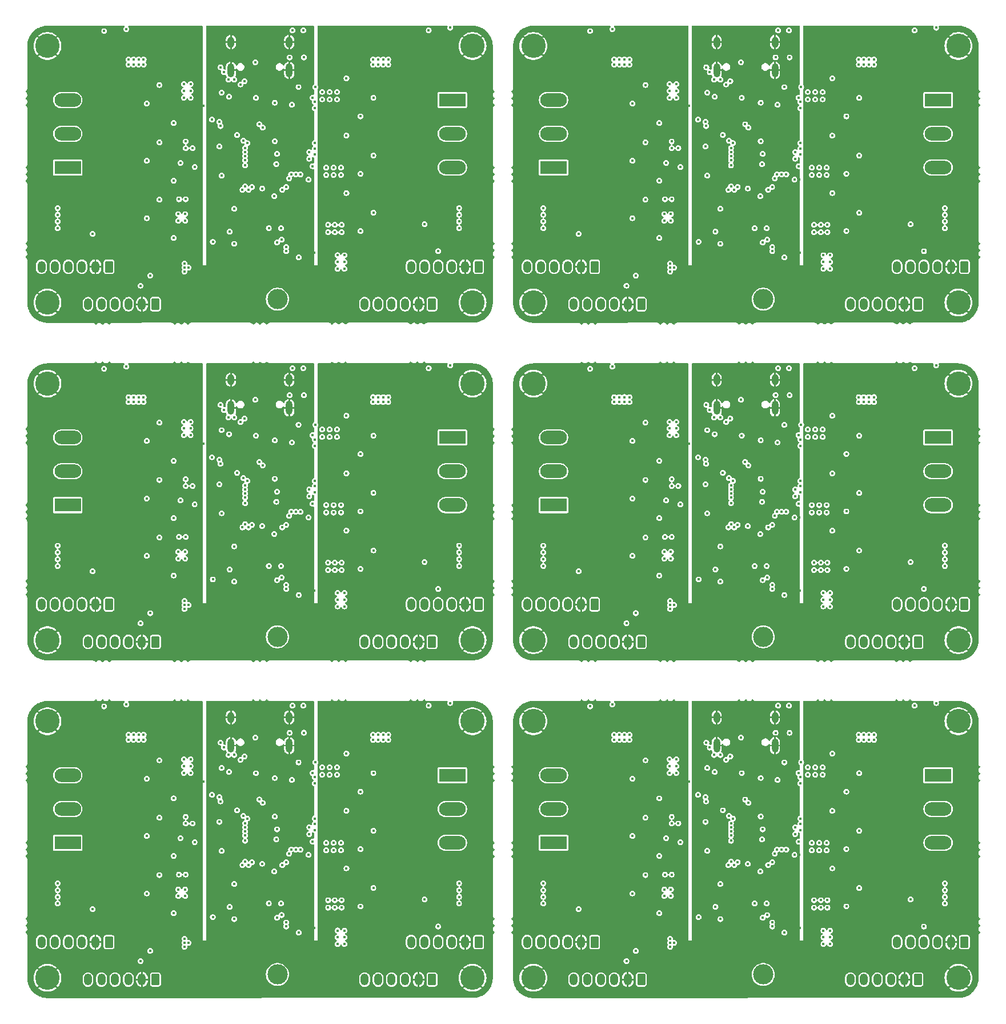
<source format=gbr>
%TF.GenerationSoftware,KiCad,Pcbnew,8.0.2*%
%TF.CreationDate,2024-05-05T15:06:13+02:00*%
%TF.ProjectId,panelized,70616e65-6c69-47a6-9564-2e6b69636164,rev?*%
%TF.SameCoordinates,Original*%
%TF.FileFunction,Copper,L2,Inr*%
%TF.FilePolarity,Positive*%
%FSLAX46Y46*%
G04 Gerber Fmt 4.6, Leading zero omitted, Abs format (unit mm)*
G04 Created by KiCad (PCBNEW 8.0.2) date 2024-05-05 15:06:13*
%MOMM*%
%LPD*%
G01*
G04 APERTURE LIST*
G04 Aperture macros list*
%AMRoundRect*
0 Rectangle with rounded corners*
0 $1 Rounding radius*
0 $2 $3 $4 $5 $6 $7 $8 $9 X,Y pos of 4 corners*
0 Add a 4 corners polygon primitive as box body*
4,1,4,$2,$3,$4,$5,$6,$7,$8,$9,$2,$3,0*
0 Add four circle primitives for the rounded corners*
1,1,$1+$1,$2,$3*
1,1,$1+$1,$4,$5*
1,1,$1+$1,$6,$7*
1,1,$1+$1,$8,$9*
0 Add four rect primitives between the rounded corners*
20,1,$1+$1,$2,$3,$4,$5,0*
20,1,$1+$1,$4,$5,$6,$7,0*
20,1,$1+$1,$6,$7,$8,$9,0*
20,1,$1+$1,$8,$9,$2,$3,0*%
G04 Aperture macros list end*
%TA.AperFunction,ComponentPad*%
%ADD10O,1.000000X2.100000*%
%TD*%
%TA.AperFunction,ComponentPad*%
%ADD11O,1.000000X1.600000*%
%TD*%
%TA.AperFunction,ComponentPad*%
%ADD12RoundRect,0.250000X0.350000X0.625000X-0.350000X0.625000X-0.350000X-0.625000X0.350000X-0.625000X0*%
%TD*%
%TA.AperFunction,ComponentPad*%
%ADD13O,1.200000X1.750000*%
%TD*%
%TA.AperFunction,ComponentPad*%
%ADD14R,3.000000X3.000000*%
%TD*%
%TA.AperFunction,ComponentPad*%
%ADD15C,3.000000*%
%TD*%
%TA.AperFunction,ComponentPad*%
%ADD16R,3.960000X1.980000*%
%TD*%
%TA.AperFunction,ComponentPad*%
%ADD17O,3.960000X1.980000*%
%TD*%
%TA.AperFunction,ComponentPad*%
%ADD18C,3.600000*%
%TD*%
%TA.AperFunction,ViaPad*%
%ADD19C,0.450000*%
%TD*%
G04 APERTURE END LIST*
D10*
%TO.N,Board_5-GND*%
%TO.C,J2*%
X118321000Y-107105000D03*
D11*
X118321000Y-102925000D03*
D10*
X109681000Y-107105000D03*
D11*
X109681000Y-102925000D03*
%TD*%
D12*
%TO.N,Board_2-+3V3*%
%TO.C,J10*%
X19601000Y-86200000D03*
D13*
%TO.N,Board_2-GND*%
X17601000Y-86200000D03*
%TO.N,Board_2-/HALL_DAT_3*%
X15601000Y-86200000D03*
%TO.N,Board_2-/HALL_CLK*%
X13601000Y-86200000D03*
%TO.N,Board_2-/HALL_CSN*%
X11601000Y-86200000D03*
%TO.N,Board_2-+3V3*%
X9601000Y-86200000D03*
%TD*%
D14*
%TO.N,Board_5-GND*%
%TO.C,J11*%
X111497000Y-141000000D03*
D15*
%TO.N,Board_5-/power/VPP_IN*%
X116577000Y-141000000D03*
%TD*%
D12*
%TO.N,Board_1-+3V3*%
%TO.C,J10*%
X91601000Y-36200000D03*
D13*
%TO.N,Board_1-GND*%
X89601000Y-36200000D03*
%TO.N,Board_1-/HALL_DAT_3*%
X87601000Y-36200000D03*
%TO.N,Board_1-/HALL_CLK*%
X85601000Y-36200000D03*
%TO.N,Board_1-/HALL_CSN*%
X83601000Y-36200000D03*
%TO.N,Board_1-+3V3*%
X81601000Y-36200000D03*
%TD*%
D12*
%TO.N,Board_1-+3V3*%
%TO.C,J9*%
X98501000Y-41750000D03*
D13*
%TO.N,Board_1-GND*%
X96501000Y-41750000D03*
%TO.N,Board_1-/HALL_DAT_2*%
X94501000Y-41750000D03*
%TO.N,Board_1-/HALL_CLK*%
X92501000Y-41750000D03*
%TO.N,Board_1-/HALL_CSN*%
X90501000Y-41750000D03*
%TO.N,Board_1-+3V3*%
X88501000Y-41750000D03*
%TD*%
D16*
%TO.N,Board_5-/cur_sense/IO1*%
%TO.C,J5*%
X85501000Y-121500000D03*
D17*
%TO.N,Board_5-/bridge2/OUT*%
X85501000Y-116500000D03*
%TO.N,Board_5-/cur_sense1/IO2*%
X85501000Y-111500000D03*
%TD*%
D18*
%TO.N,Board_0-GND*%
%TO.C,H4*%
X10501000Y-3500000D03*
%TD*%
%TO.N,Board_3-GND*%
%TO.C,H1*%
X82501000Y-91500000D03*
%TD*%
%TO.N,Board_5-GND*%
%TO.C,H4*%
X82501000Y-103500000D03*
%TD*%
%TO.N,Board_2-GND*%
%TO.C,H3*%
X73501000Y-53500000D03*
%TD*%
D10*
%TO.N,Board_4-GND*%
%TO.C,J2*%
X46321000Y-107105000D03*
D11*
X46321000Y-102925000D03*
D10*
X37681000Y-107105000D03*
D11*
X37681000Y-102925000D03*
%TD*%
D12*
%TO.N,Board_1-+3V3*%
%TO.C,J7*%
X139501000Y-41750000D03*
D13*
%TO.N,Board_1-GND*%
X137501000Y-41750000D03*
%TO.N,Board_1-/HALL_DAT_0*%
X135501000Y-41750000D03*
%TO.N,Board_1-/HALL_CLK*%
X133501000Y-41750000D03*
%TO.N,Board_1-/HALL_CSN*%
X131501000Y-41750000D03*
%TO.N,Board_1-+3V3*%
X129501000Y-41750000D03*
%TD*%
D12*
%TO.N,Board_5-+3V3*%
%TO.C,J8*%
X146401000Y-136200000D03*
D13*
%TO.N,Board_5-GND*%
X144401000Y-136200000D03*
%TO.N,Board_5-/HALL_DAT_1*%
X142401000Y-136200000D03*
%TO.N,Board_5-/HALL_CLK*%
X140401000Y-136200000D03*
%TO.N,Board_5-/HALL_CSN*%
X138401000Y-136200000D03*
%TO.N,Board_5-+3V3*%
X136401000Y-136200000D03*
%TD*%
D18*
%TO.N,Board_4-GND*%
%TO.C,H2*%
X73501000Y-141500000D03*
%TD*%
D14*
%TO.N,Board_2-GND*%
%TO.C,J11*%
X39497000Y-91000000D03*
D15*
%TO.N,Board_2-/power/VPP_IN*%
X44577000Y-91000000D03*
%TD*%
D12*
%TO.N,Board_5-+3V3*%
%TO.C,J10*%
X91601000Y-136200000D03*
D13*
%TO.N,Board_5-GND*%
X89601000Y-136200000D03*
%TO.N,Board_5-/HALL_DAT_3*%
X87601000Y-136200000D03*
%TO.N,Board_5-/HALL_CLK*%
X85601000Y-136200000D03*
%TO.N,Board_5-/HALL_CSN*%
X83601000Y-136200000D03*
%TO.N,Board_5-+3V3*%
X81601000Y-136200000D03*
%TD*%
D12*
%TO.N,Board_2-+3V3*%
%TO.C,J7*%
X67501000Y-91750000D03*
D13*
%TO.N,Board_2-GND*%
X65501000Y-91750000D03*
%TO.N,Board_2-/HALL_DAT_0*%
X63501000Y-91750000D03*
%TO.N,Board_2-/HALL_CLK*%
X61501000Y-91750000D03*
%TO.N,Board_2-/HALL_CSN*%
X59501000Y-91750000D03*
%TO.N,Board_2-+3V3*%
X57501000Y-91750000D03*
%TD*%
D12*
%TO.N,Board_2-+3V3*%
%TO.C,J8*%
X74401000Y-86200000D03*
D13*
%TO.N,Board_2-GND*%
X72401000Y-86200000D03*
%TO.N,Board_2-/HALL_DAT_1*%
X70401000Y-86200000D03*
%TO.N,Board_2-/HALL_CLK*%
X68401000Y-86200000D03*
%TO.N,Board_2-/HALL_CSN*%
X66401000Y-86200000D03*
%TO.N,Board_2-+3V3*%
X64401000Y-86200000D03*
%TD*%
D18*
%TO.N,Board_0-GND*%
%TO.C,H3*%
X73501000Y-3500000D03*
%TD*%
%TO.N,Board_1-GND*%
%TO.C,H3*%
X145501000Y-3500000D03*
%TD*%
D12*
%TO.N,Board_3-+3V3*%
%TO.C,J8*%
X146401000Y-86200000D03*
D13*
%TO.N,Board_3-GND*%
X144401000Y-86200000D03*
%TO.N,Board_3-/HALL_DAT_1*%
X142401000Y-86200000D03*
%TO.N,Board_3-/HALL_CLK*%
X140401000Y-86200000D03*
%TO.N,Board_3-/HALL_CSN*%
X138401000Y-86200000D03*
%TO.N,Board_3-+3V3*%
X136401000Y-86200000D03*
%TD*%
D18*
%TO.N,Board_3-GND*%
%TO.C,H3*%
X145501000Y-53500000D03*
%TD*%
D12*
%TO.N,Board_4-+3V3*%
%TO.C,J7*%
X67501000Y-141750000D03*
D13*
%TO.N,Board_4-GND*%
X65501000Y-141750000D03*
%TO.N,Board_4-/HALL_DAT_0*%
X63501000Y-141750000D03*
%TO.N,Board_4-/HALL_CLK*%
X61501000Y-141750000D03*
%TO.N,Board_4-/HALL_CSN*%
X59501000Y-141750000D03*
%TO.N,Board_4-+3V3*%
X57501000Y-141750000D03*
%TD*%
D12*
%TO.N,Board_0-+3V3*%
%TO.C,J7*%
X67501000Y-41750000D03*
D13*
%TO.N,Board_0-GND*%
X65501000Y-41750000D03*
%TO.N,Board_0-/HALL_DAT_0*%
X63501000Y-41750000D03*
%TO.N,Board_0-/HALL_CLK*%
X61501000Y-41750000D03*
%TO.N,Board_0-/HALL_CSN*%
X59501000Y-41750000D03*
%TO.N,Board_0-+3V3*%
X57501000Y-41750000D03*
%TD*%
D14*
%TO.N,Board_0-GND*%
%TO.C,J11*%
X39497000Y-41000000D03*
D15*
%TO.N,Board_0-/power/VPP_IN*%
X44577000Y-41000000D03*
%TD*%
D18*
%TO.N,Board_4-GND*%
%TO.C,H4*%
X10501000Y-103500000D03*
%TD*%
D12*
%TO.N,Board_5-+3V3*%
%TO.C,J9*%
X98501000Y-141750000D03*
D13*
%TO.N,Board_5-GND*%
X96501000Y-141750000D03*
%TO.N,Board_5-/HALL_DAT_2*%
X94501000Y-141750000D03*
%TO.N,Board_5-/HALL_CLK*%
X92501000Y-141750000D03*
%TO.N,Board_5-/HALL_CSN*%
X90501000Y-141750000D03*
%TO.N,Board_5-+3V3*%
X88501000Y-141750000D03*
%TD*%
D12*
%TO.N,Board_0-+3V3*%
%TO.C,J10*%
X19601000Y-36200000D03*
D13*
%TO.N,Board_0-GND*%
X17601000Y-36200000D03*
%TO.N,Board_0-/HALL_DAT_3*%
X15601000Y-36200000D03*
%TO.N,Board_0-/HALL_CLK*%
X13601000Y-36200000D03*
%TO.N,Board_0-/HALL_CSN*%
X11601000Y-36200000D03*
%TO.N,Board_0-+3V3*%
X9601000Y-36200000D03*
%TD*%
D16*
%TO.N,Board_0-/cur_sense2/IO1*%
%TO.C,J6*%
X70501000Y-11500000D03*
D17*
%TO.N,Board_0-/bridge5/OUT*%
X70501000Y-16500000D03*
%TO.N,Board_0-/cur_sense3/IO2*%
X70501000Y-21500000D03*
%TD*%
D12*
%TO.N,Board_3-+3V3*%
%TO.C,J10*%
X91601000Y-86200000D03*
D13*
%TO.N,Board_3-GND*%
X89601000Y-86200000D03*
%TO.N,Board_3-/HALL_DAT_3*%
X87601000Y-86200000D03*
%TO.N,Board_3-/HALL_CLK*%
X85601000Y-86200000D03*
%TO.N,Board_3-/HALL_CSN*%
X83601000Y-86200000D03*
%TO.N,Board_3-+3V3*%
X81601000Y-86200000D03*
%TD*%
D16*
%TO.N,Board_1-/cur_sense2/IO1*%
%TO.C,J6*%
X142501000Y-11500000D03*
D17*
%TO.N,Board_1-/bridge5/OUT*%
X142501000Y-16500000D03*
%TO.N,Board_1-/cur_sense3/IO2*%
X142501000Y-21500000D03*
%TD*%
D12*
%TO.N,Board_4-+3V3*%
%TO.C,J10*%
X19601000Y-136200000D03*
D13*
%TO.N,Board_4-GND*%
X17601000Y-136200000D03*
%TO.N,Board_4-/HALL_DAT_3*%
X15601000Y-136200000D03*
%TO.N,Board_4-/HALL_CLK*%
X13601000Y-136200000D03*
%TO.N,Board_4-/HALL_CSN*%
X11601000Y-136200000D03*
%TO.N,Board_4-+3V3*%
X9601000Y-136200000D03*
%TD*%
D18*
%TO.N,Board_2-GND*%
%TO.C,H4*%
X10501000Y-53500000D03*
%TD*%
D12*
%TO.N,Board_3-+3V3*%
%TO.C,J7*%
X139501000Y-91750000D03*
D13*
%TO.N,Board_3-GND*%
X137501000Y-91750000D03*
%TO.N,Board_3-/HALL_DAT_0*%
X135501000Y-91750000D03*
%TO.N,Board_3-/HALL_CLK*%
X133501000Y-91750000D03*
%TO.N,Board_3-/HALL_CSN*%
X131501000Y-91750000D03*
%TO.N,Board_3-+3V3*%
X129501000Y-91750000D03*
%TD*%
D12*
%TO.N,Board_1-+3V3*%
%TO.C,J8*%
X146401000Y-36200000D03*
D13*
%TO.N,Board_1-GND*%
X144401000Y-36200000D03*
%TO.N,Board_1-/HALL_DAT_1*%
X142401000Y-36200000D03*
%TO.N,Board_1-/HALL_CLK*%
X140401000Y-36200000D03*
%TO.N,Board_1-/HALL_CSN*%
X138401000Y-36200000D03*
%TO.N,Board_1-+3V3*%
X136401000Y-36200000D03*
%TD*%
D14*
%TO.N,Board_3-GND*%
%TO.C,J11*%
X111497000Y-91000000D03*
D15*
%TO.N,Board_3-/power/VPP_IN*%
X116577000Y-91000000D03*
%TD*%
D18*
%TO.N,Board_1-GND*%
%TO.C,H4*%
X82501000Y-3500000D03*
%TD*%
D16*
%TO.N,Board_3-/cur_sense2/IO1*%
%TO.C,J6*%
X142501000Y-61500000D03*
D17*
%TO.N,Board_3-/bridge5/OUT*%
X142501000Y-66500000D03*
%TO.N,Board_3-/cur_sense3/IO2*%
X142501000Y-71500000D03*
%TD*%
D10*
%TO.N,Board_0-GND*%
%TO.C,J2*%
X46321000Y-7105000D03*
D11*
X46321000Y-2925000D03*
D10*
X37681000Y-7105000D03*
D11*
X37681000Y-2925000D03*
%TD*%
D12*
%TO.N,Board_5-+3V3*%
%TO.C,J7*%
X139501000Y-141750000D03*
D13*
%TO.N,Board_5-GND*%
X137501000Y-141750000D03*
%TO.N,Board_5-/HALL_DAT_0*%
X135501000Y-141750000D03*
%TO.N,Board_5-/HALL_CLK*%
X133501000Y-141750000D03*
%TO.N,Board_5-/HALL_CSN*%
X131501000Y-141750000D03*
%TO.N,Board_5-+3V3*%
X129501000Y-141750000D03*
%TD*%
D14*
%TO.N,Board_1-GND*%
%TO.C,J11*%
X111497000Y-41000000D03*
D15*
%TO.N,Board_1-/power/VPP_IN*%
X116577000Y-41000000D03*
%TD*%
D16*
%TO.N,Board_4-/cur_sense2/IO1*%
%TO.C,J6*%
X70501000Y-111500000D03*
D17*
%TO.N,Board_4-/bridge5/OUT*%
X70501000Y-116500000D03*
%TO.N,Board_4-/cur_sense3/IO2*%
X70501000Y-121500000D03*
%TD*%
D12*
%TO.N,Board_3-+3V3*%
%TO.C,J9*%
X98501000Y-91750000D03*
D13*
%TO.N,Board_3-GND*%
X96501000Y-91750000D03*
%TO.N,Board_3-/HALL_DAT_2*%
X94501000Y-91750000D03*
%TO.N,Board_3-/HALL_CLK*%
X92501000Y-91750000D03*
%TO.N,Board_3-/HALL_CSN*%
X90501000Y-91750000D03*
%TO.N,Board_3-+3V3*%
X88501000Y-91750000D03*
%TD*%
D18*
%TO.N,Board_4-GND*%
%TO.C,H3*%
X73501000Y-103500000D03*
%TD*%
D16*
%TO.N,Board_2-/cur_sense2/IO1*%
%TO.C,J6*%
X70501000Y-61500000D03*
D17*
%TO.N,Board_2-/bridge5/OUT*%
X70501000Y-66500000D03*
%TO.N,Board_2-/cur_sense3/IO2*%
X70501000Y-71500000D03*
%TD*%
D18*
%TO.N,Board_5-GND*%
%TO.C,H2*%
X145501000Y-141500000D03*
%TD*%
%TO.N,Board_2-GND*%
%TO.C,H1*%
X10501000Y-91500000D03*
%TD*%
%TO.N,Board_3-GND*%
%TO.C,H4*%
X82501000Y-53500000D03*
%TD*%
D16*
%TO.N,Board_3-/cur_sense/IO1*%
%TO.C,J5*%
X85501000Y-71500000D03*
D17*
%TO.N,Board_3-/bridge2/OUT*%
X85501000Y-66500000D03*
%TO.N,Board_3-/cur_sense1/IO2*%
X85501000Y-61500000D03*
%TD*%
D18*
%TO.N,Board_1-GND*%
%TO.C,H1*%
X82501000Y-41500000D03*
%TD*%
D10*
%TO.N,Board_1-GND*%
%TO.C,J2*%
X118321000Y-7105000D03*
D11*
X118321000Y-2925000D03*
D10*
X109681000Y-7105000D03*
D11*
X109681000Y-2925000D03*
%TD*%
D18*
%TO.N,Board_0-GND*%
%TO.C,H2*%
X73501000Y-41500000D03*
%TD*%
D16*
%TO.N,Board_1-/cur_sense/IO1*%
%TO.C,J5*%
X85501000Y-21500000D03*
D17*
%TO.N,Board_1-/bridge2/OUT*%
X85501000Y-16500000D03*
%TO.N,Board_1-/cur_sense1/IO2*%
X85501000Y-11500000D03*
%TD*%
D16*
%TO.N,Board_4-/cur_sense/IO1*%
%TO.C,J5*%
X13501000Y-121500000D03*
D17*
%TO.N,Board_4-/bridge2/OUT*%
X13501000Y-116500000D03*
%TO.N,Board_4-/cur_sense1/IO2*%
X13501000Y-111500000D03*
%TD*%
D18*
%TO.N,Board_1-GND*%
%TO.C,H2*%
X145501000Y-41500000D03*
%TD*%
%TO.N,Board_0-GND*%
%TO.C,H1*%
X10501000Y-41500000D03*
%TD*%
%TO.N,Board_5-GND*%
%TO.C,H3*%
X145501000Y-103500000D03*
%TD*%
D12*
%TO.N,Board_4-+3V3*%
%TO.C,J8*%
X74401000Y-136200000D03*
D13*
%TO.N,Board_4-GND*%
X72401000Y-136200000D03*
%TO.N,Board_4-/HALL_DAT_1*%
X70401000Y-136200000D03*
%TO.N,Board_4-/HALL_CLK*%
X68401000Y-136200000D03*
%TO.N,Board_4-/HALL_CSN*%
X66401000Y-136200000D03*
%TO.N,Board_4-+3V3*%
X64401000Y-136200000D03*
%TD*%
D18*
%TO.N,Board_2-GND*%
%TO.C,H2*%
X73501000Y-91500000D03*
%TD*%
D12*
%TO.N,Board_0-+3V3*%
%TO.C,J8*%
X74401000Y-36200000D03*
D13*
%TO.N,Board_0-GND*%
X72401000Y-36200000D03*
%TO.N,Board_0-/HALL_DAT_1*%
X70401000Y-36200000D03*
%TO.N,Board_0-/HALL_CLK*%
X68401000Y-36200000D03*
%TO.N,Board_0-/HALL_CSN*%
X66401000Y-36200000D03*
%TO.N,Board_0-+3V3*%
X64401000Y-36200000D03*
%TD*%
D16*
%TO.N,Board_2-/cur_sense/IO1*%
%TO.C,J5*%
X13501000Y-71500000D03*
D17*
%TO.N,Board_2-/bridge2/OUT*%
X13501000Y-66500000D03*
%TO.N,Board_2-/cur_sense1/IO2*%
X13501000Y-61500000D03*
%TD*%
D12*
%TO.N,Board_4-+3V3*%
%TO.C,J9*%
X26501000Y-141750000D03*
D13*
%TO.N,Board_4-GND*%
X24501000Y-141750000D03*
%TO.N,Board_4-/HALL_DAT_2*%
X22501000Y-141750000D03*
%TO.N,Board_4-/HALL_CLK*%
X20501000Y-141750000D03*
%TO.N,Board_4-/HALL_CSN*%
X18501000Y-141750000D03*
%TO.N,Board_4-+3V3*%
X16501000Y-141750000D03*
%TD*%
D16*
%TO.N,Board_5-/cur_sense2/IO1*%
%TO.C,J6*%
X142501000Y-111500000D03*
D17*
%TO.N,Board_5-/bridge5/OUT*%
X142501000Y-116500000D03*
%TO.N,Board_5-/cur_sense3/IO2*%
X142501000Y-121500000D03*
%TD*%
D16*
%TO.N,Board_0-/cur_sense/IO1*%
%TO.C,J5*%
X13501000Y-21500000D03*
D17*
%TO.N,Board_0-/bridge2/OUT*%
X13501000Y-16500000D03*
%TO.N,Board_0-/cur_sense1/IO2*%
X13501000Y-11500000D03*
%TD*%
D18*
%TO.N,Board_5-GND*%
%TO.C,H1*%
X82501000Y-141500000D03*
%TD*%
%TO.N,Board_4-GND*%
%TO.C,H1*%
X10501000Y-141500000D03*
%TD*%
%TO.N,Board_3-GND*%
%TO.C,H2*%
X145501000Y-91500000D03*
%TD*%
D14*
%TO.N,Board_4-GND*%
%TO.C,J11*%
X39497000Y-141000000D03*
D15*
%TO.N,Board_4-/power/VPP_IN*%
X44577000Y-141000000D03*
%TD*%
D12*
%TO.N,Board_0-+3V3*%
%TO.C,J9*%
X26501000Y-41750000D03*
D13*
%TO.N,Board_0-GND*%
X24501000Y-41750000D03*
%TO.N,Board_0-/HALL_DAT_2*%
X22501000Y-41750000D03*
%TO.N,Board_0-/HALL_CLK*%
X20501000Y-41750000D03*
%TO.N,Board_0-/HALL_CSN*%
X18501000Y-41750000D03*
%TO.N,Board_0-+3V3*%
X16501000Y-41750000D03*
%TD*%
D10*
%TO.N,Board_3-GND*%
%TO.C,J2*%
X118321000Y-57105000D03*
D11*
X118321000Y-52925000D03*
D10*
X109681000Y-57105000D03*
D11*
X109681000Y-52925000D03*
%TD*%
D12*
%TO.N,Board_2-+3V3*%
%TO.C,J9*%
X26501000Y-91750000D03*
D13*
%TO.N,Board_2-GND*%
X24501000Y-91750000D03*
%TO.N,Board_2-/HALL_DAT_2*%
X22501000Y-91750000D03*
%TO.N,Board_2-/HALL_CLK*%
X20501000Y-91750000D03*
%TO.N,Board_2-/HALL_CSN*%
X18501000Y-91750000D03*
%TO.N,Board_2-+3V3*%
X16501000Y-91750000D03*
%TD*%
D10*
%TO.N,Board_2-GND*%
%TO.C,J2*%
X46321000Y-57105000D03*
D11*
X46321000Y-52925000D03*
D10*
X37681000Y-57105000D03*
D11*
X37681000Y-52925000D03*
%TD*%
D19*
%TO.N,Board_5-VPP*%
X125501000Y-134500000D03*
X103701000Y-110150000D03*
X102901000Y-129400000D03*
X131501000Y-105500000D03*
X143501000Y-128500000D03*
X143501000Y-127500000D03*
X125401000Y-111400000D03*
X130751000Y-106250000D03*
X143501000Y-130500000D03*
X126101000Y-130000000D03*
X103001000Y-126200000D03*
X130751000Y-105500000D03*
X126101000Y-131100000D03*
X104001000Y-118650000D03*
X132251000Y-105500000D03*
X94501000Y-105500000D03*
X95251000Y-105500000D03*
X125101000Y-131100000D03*
X125501000Y-135500000D03*
X96001000Y-106250000D03*
X133001000Y-105500000D03*
X101901000Y-128400000D03*
X94501000Y-106250000D03*
X124901000Y-122600000D03*
X103701000Y-111150000D03*
X102701000Y-110150000D03*
X102901000Y-128400000D03*
X102001000Y-126200000D03*
X84001000Y-127500000D03*
X123201000Y-110300000D03*
X132251000Y-106250000D03*
X84001000Y-128500000D03*
X133001000Y-106250000D03*
X103701000Y-109150000D03*
X101901000Y-129400000D03*
X125101000Y-130000000D03*
X104301000Y-121400000D03*
X124301000Y-111400000D03*
X123201000Y-111400000D03*
X96751000Y-105500000D03*
X102201000Y-120800000D03*
X123801000Y-121500000D03*
X96751000Y-106250000D03*
X125501000Y-136500000D03*
X126501000Y-134500000D03*
X96001000Y-105500000D03*
X84001000Y-130500000D03*
X126501000Y-135500000D03*
X103001000Y-118650000D03*
X124301000Y-110300000D03*
X103001000Y-117650000D03*
X125401000Y-110300000D03*
X102701000Y-109150000D03*
X126001000Y-121500000D03*
X124101000Y-131100000D03*
X124101000Y-130000000D03*
X143501000Y-129500000D03*
X124901000Y-121500000D03*
X123801000Y-122600000D03*
X95251000Y-106250000D03*
X84001000Y-129500000D03*
X126001000Y-122600000D03*
X131501000Y-106250000D03*
X102701000Y-111150000D03*
X126501000Y-136500000D03*
%TO.N,Board_5-Net-(U16-VCOMH)*%
X122201000Y-109600000D03*
%TO.N,Board_5-Net-(U16-VCC)*%
X119701000Y-109600000D03*
%TO.N,Board_5-Net-(U16-C2P)*%
X109401000Y-111000000D03*
%TO.N,Board_5-Net-(U16-C2N)*%
X109301000Y-108500000D03*
%TO.N,Board_5-Net-(U16-C1P)*%
X110201000Y-108500000D03*
%TO.N,Board_5-Net-(U16-C1N)*%
X111101000Y-109200000D03*
%TO.N,Board_5-Net-(D8-A)*%
X99106000Y-109275000D03*
%TO.N,Board_5-Net-(D7-A)*%
X101196000Y-114925000D03*
%TO.N,Board_5-Net-(D4-A)*%
X99106000Y-126275000D03*
%TO.N,Board_5-Net-(D3-A)*%
X101196000Y-131925000D03*
%TO.N,Board_5-Net-(D23-A)*%
X119723500Y-134800000D03*
%TO.N,Board_5-Net-(D20-A)*%
X128896000Y-122425000D03*
%TO.N,Board_5-Net-(D19-A)*%
X126806000Y-116775000D03*
%TO.N,Board_5-Net-(D17-A)*%
X128896000Y-130925000D03*
%TO.N,Board_5-Net-(D16-A)*%
X126806000Y-125275000D03*
%TO.N,Board_5-Net-(D14-A)*%
X128896000Y-113925000D03*
%TO.N,Board_5-Net-(D13-A)*%
X126806000Y-108275000D03*
%TO.N,Board_5-Net-(D11-A)*%
X99106000Y-117775000D03*
%TO.N,Board_5-Net-(D10-A)*%
X101196000Y-123425000D03*
%TO.N,Board_5-GND*%
X137501000Y-103500000D03*
X107101000Y-133700000D03*
X103101000Y-116700000D03*
X147501000Y-127500000D03*
X97751000Y-108200000D03*
X120101000Y-123600000D03*
X145501000Y-127500000D03*
X91001000Y-132200000D03*
X98501000Y-125200000D03*
X137501000Y-102750000D03*
X124801000Y-106600000D03*
X102701000Y-138600000D03*
X81001000Y-130000000D03*
X114501000Y-120500000D03*
X97751000Y-110450000D03*
X130301000Y-132000000D03*
X106801000Y-112300000D03*
X101251000Y-103500000D03*
X90501000Y-103500000D03*
X121701000Y-106600000D03*
X103201000Y-125000000D03*
X98501000Y-116700000D03*
X114501000Y-119500000D03*
X137501000Y-104250000D03*
X137501000Y-101700000D03*
X115501000Y-125750000D03*
X146501000Y-127500000D03*
X97001000Y-116700000D03*
X90501000Y-105000000D03*
X116751000Y-128500000D03*
X101251000Y-105000000D03*
X127301000Y-131900000D03*
X97001000Y-118950000D03*
X108301000Y-130600000D03*
X130401000Y-129750000D03*
X128751000Y-129750000D03*
X103201000Y-133100000D03*
X114001000Y-131200000D03*
X100901000Y-108200000D03*
X130251000Y-121250000D03*
X131101000Y-115000000D03*
X106201000Y-121400000D03*
X143501000Y-131300000D03*
X126751000Y-102750000D03*
X113501000Y-120500000D03*
X119901000Y-114800000D03*
X105601000Y-112400000D03*
X137501000Y-105000000D03*
X107301000Y-106900000D03*
X99251000Y-110450000D03*
X97751000Y-125200000D03*
X90501000Y-102750000D03*
X147501000Y-130000000D03*
X99151000Y-118950000D03*
X98501000Y-127450000D03*
X121901000Y-123300000D03*
X131101000Y-123500000D03*
X115401000Y-111200000D03*
X120101000Y-121700000D03*
X128951000Y-112750000D03*
X129501000Y-132000000D03*
X106701000Y-116500000D03*
X111401000Y-114800000D03*
X97001000Y-125200000D03*
X130251000Y-123500000D03*
X115751000Y-128500000D03*
X116801000Y-112550000D03*
X125901000Y-123500000D03*
X90501000Y-104250000D03*
X101251000Y-104250000D03*
X129401000Y-123500000D03*
X99251000Y-127450000D03*
X97701000Y-135300000D03*
X131201000Y-132000000D03*
X98501000Y-108200000D03*
X129601000Y-130000000D03*
X82001000Y-127500000D03*
X130801000Y-121600000D03*
X98501000Y-110450000D03*
X125901000Y-115000000D03*
X146501000Y-130000000D03*
X97751000Y-118950000D03*
X97001000Y-127450000D03*
X80001000Y-130000000D03*
X129401000Y-115000000D03*
X112401000Y-111200000D03*
X109001000Y-123200000D03*
X129601000Y-121600000D03*
X126751000Y-104450000D03*
X82001000Y-130000000D03*
X81001000Y-127500000D03*
X142201000Y-101700000D03*
X113501000Y-119500000D03*
X140701000Y-132500000D03*
X130801000Y-113200000D03*
X128951000Y-121250000D03*
X80001000Y-127500000D03*
X106801000Y-130500000D03*
X101251000Y-102750000D03*
X106901000Y-109200000D03*
X117801000Y-112300000D03*
X113001000Y-122500000D03*
X131201000Y-129750000D03*
X97751000Y-116700000D03*
X126751000Y-105300000D03*
X100701000Y-125200000D03*
X112901000Y-112500000D03*
X97001000Y-108200000D03*
X100601000Y-116800000D03*
X96301000Y-135400000D03*
X106201000Y-125600000D03*
X129601000Y-113200000D03*
X111601000Y-131800000D03*
X110751000Y-125750000D03*
X98501000Y-118950000D03*
X121001000Y-129400000D03*
X97001000Y-110450000D03*
X89101000Y-101300000D03*
X122001000Y-134150000D03*
X130251000Y-112750000D03*
X130251000Y-115000000D03*
X126751000Y-103600000D03*
X145501000Y-130000000D03*
X97751000Y-127450000D03*
X97101000Y-101400000D03*
X87401000Y-132300000D03*
%TO.N,Board_5-/rp2040/STATUS_LED*%
X121201000Y-123300000D03*
X116501000Y-119500000D03*
%TO.N,Board_5-/bridge5/OUT*%
X130801000Y-119700000D03*
%TO.N,Board_5-/bridge5/L_IN*%
X122101000Y-119600000D03*
X111801000Y-119200000D03*
%TO.N,Board_5-/bridge5/H_IN*%
X111801000Y-118600000D03*
X121301000Y-119200000D03*
%TO.N,Board_5-/bridge4/OUT*%
X130801000Y-128200000D03*
%TO.N,Board_5-/bridge4/L_IN*%
X111801000Y-120400000D03*
X121801000Y-121300000D03*
%TO.N,Board_5-/bridge4/H_IN*%
X121301000Y-120200000D03*
X111801000Y-119800000D03*
%TO.N,Board_5-/bridge3/OUT*%
X130801000Y-111200000D03*
%TO.N,Board_5-/bridge3/L_IN*%
X112101000Y-117900000D03*
X122101000Y-118700000D03*
%TO.N,Board_5-/bridge3/H_IN*%
X111501000Y-117500000D03*
X122101000Y-117900000D03*
%TO.N,Board_5-/bridge2/OUT*%
X97201000Y-120500000D03*
%TO.N,Board_5-/bridge1/OUT*%
X97201000Y-112000000D03*
%TO.N,Board_5-/bridge/OUT*%
X97201000Y-129000000D03*
%TO.N,Board_5-/RS485_TX*%
X102801000Y-135700000D03*
X111401000Y-124800000D03*
%TO.N,Board_5-/RS485_RX*%
X103401000Y-136300000D03*
X111801000Y-124300000D03*
%TO.N,Board_5-/RS485_NRE*%
X112801000Y-124400000D03*
X102801000Y-136900000D03*
%TO.N,Board_5-/RS485_DE*%
X102801000Y-136300000D03*
X112301000Y-124800000D03*
%TO.N,Board_5-/I2C_SDA*%
X108001000Y-114750000D03*
X108151000Y-106650000D03*
X122101000Y-111780300D03*
%TO.N,Board_5-/I2C_SCL*%
X108651000Y-107400000D03*
X108123573Y-115362866D03*
X121791416Y-111156690D03*
%TO.N,Board_5-/HALL_DAT_3*%
X118601000Y-122500000D03*
%TO.N,Board_5-/HALL_DAT_2*%
X118301000Y-123100000D03*
%TO.N,Board_5-/HALL_DAT_1*%
X120001000Y-122500000D03*
%TO.N,Board_5-/HALL_DAT_0*%
X119301000Y-122500000D03*
%TO.N,Board_5-/HALL_CSN*%
X117301000Y-124800000D03*
X117901000Y-133900000D03*
X116501000Y-132600000D03*
%TO.N,Board_5-/HALL_CLK*%
X117201000Y-132200000D03*
X117901000Y-124400000D03*
X117901000Y-133300000D03*
%TO.N,Board_5-/DISP_RES*%
X113301000Y-105900000D03*
X120501000Y-105200000D03*
X118401000Y-105200000D03*
%TO.N,Board_5-/ADC_3*%
X120401000Y-101200000D03*
%TO.N,Board_5-/ADC_2*%
X139001000Y-101200000D03*
%TO.N,Board_5-/ADC_1*%
X90901000Y-101300000D03*
%TO.N,Board_5-/ADC_0*%
X118801000Y-101200000D03*
%TO.N,Board_5-+5V*%
X116201000Y-111900000D03*
X115301000Y-130500000D03*
X117101000Y-130500000D03*
X122101000Y-112700000D03*
%TO.N,Board_5-+3V3*%
X140401000Y-133900000D03*
X108301000Y-122700000D03*
X114301000Y-124600000D03*
X89201000Y-131300000D03*
X110601000Y-116700000D03*
X97701000Y-137500000D03*
X106901000Y-114400000D03*
X114401000Y-115600000D03*
X113401000Y-111200000D03*
X110201000Y-132800000D03*
X108001000Y-118400000D03*
X111701000Y-108700000D03*
X96301000Y-139000000D03*
X110201000Y-127600000D03*
X109501000Y-131000000D03*
X111801000Y-121200000D03*
X142201000Y-100800000D03*
X116201000Y-117600000D03*
X108301000Y-110400000D03*
X138401000Y-129900000D03*
X116401000Y-121000000D03*
X118701000Y-112200000D03*
X116126003Y-125750000D03*
X94201000Y-101000000D03*
X113901000Y-115100000D03*
X107001000Y-132500000D03*
%TO.N,Board_4-VPP*%
X30701000Y-109150000D03*
X59501000Y-105500000D03*
X53401000Y-111400000D03*
X53101000Y-130000000D03*
X31001000Y-117650000D03*
X31001000Y-118650000D03*
X22501000Y-105500000D03*
X32001000Y-118650000D03*
X52901000Y-122600000D03*
X12001000Y-130500000D03*
X54501000Y-136500000D03*
X29901000Y-128400000D03*
X52901000Y-121500000D03*
X53501000Y-136500000D03*
X31701000Y-109150000D03*
X30901000Y-128400000D03*
X54101000Y-131100000D03*
X24751000Y-105500000D03*
X71501000Y-129500000D03*
X31701000Y-110150000D03*
X30701000Y-110150000D03*
X61001000Y-105500000D03*
X59501000Y-106250000D03*
X71501000Y-130500000D03*
X30701000Y-111150000D03*
X30201000Y-120800000D03*
X54501000Y-134500000D03*
X51201000Y-111400000D03*
X30901000Y-129400000D03*
X12001000Y-129500000D03*
X51801000Y-122600000D03*
X54001000Y-122600000D03*
X53401000Y-110300000D03*
X52301000Y-111400000D03*
X30001000Y-126200000D03*
X52101000Y-130000000D03*
X54001000Y-121500000D03*
X24001000Y-106250000D03*
X60251000Y-105500000D03*
X24751000Y-106250000D03*
X60251000Y-106250000D03*
X51201000Y-110300000D03*
X61001000Y-106250000D03*
X23251000Y-105500000D03*
X54101000Y-130000000D03*
X53501000Y-134500000D03*
X12001000Y-127500000D03*
X53101000Y-131100000D03*
X12001000Y-128500000D03*
X54501000Y-135500000D03*
X32301000Y-121400000D03*
X71501000Y-128500000D03*
X31001000Y-126200000D03*
X31701000Y-111150000D03*
X51801000Y-121500000D03*
X71501000Y-127500000D03*
X52101000Y-131100000D03*
X23251000Y-106250000D03*
X24001000Y-105500000D03*
X29901000Y-129400000D03*
X58751000Y-106250000D03*
X58751000Y-105500000D03*
X52301000Y-110300000D03*
X53501000Y-135500000D03*
X22501000Y-106250000D03*
%TO.N,Board_4-Net-(U16-VCOMH)*%
X50201000Y-109600000D03*
%TO.N,Board_4-Net-(U16-VCC)*%
X47701000Y-109600000D03*
%TO.N,Board_4-Net-(U16-C2P)*%
X37401000Y-111000000D03*
%TO.N,Board_4-Net-(U16-C2N)*%
X37301000Y-108500000D03*
%TO.N,Board_4-Net-(U16-C1P)*%
X38201000Y-108500000D03*
%TO.N,Board_4-Net-(U16-C1N)*%
X39101000Y-109200000D03*
%TO.N,Board_4-Net-(D8-A)*%
X27106000Y-109275000D03*
%TO.N,Board_4-Net-(D7-A)*%
X29196000Y-114925000D03*
%TO.N,Board_4-Net-(D4-A)*%
X27106000Y-126275000D03*
%TO.N,Board_4-Net-(D3-A)*%
X29196000Y-131925000D03*
%TO.N,Board_4-Net-(D23-A)*%
X47723500Y-134800000D03*
%TO.N,Board_4-Net-(D20-A)*%
X56896000Y-122425000D03*
%TO.N,Board_4-Net-(D19-A)*%
X54806000Y-116775000D03*
%TO.N,Board_4-Net-(D17-A)*%
X56896000Y-130925000D03*
%TO.N,Board_4-Net-(D16-A)*%
X54806000Y-125275000D03*
%TO.N,Board_4-Net-(D14-A)*%
X56896000Y-113925000D03*
%TO.N,Board_4-Net-(D13-A)*%
X54806000Y-108275000D03*
%TO.N,Board_4-Net-(D11-A)*%
X27106000Y-117775000D03*
%TO.N,Board_4-Net-(D10-A)*%
X29196000Y-123425000D03*
%TO.N,Board_4-GND*%
X59101000Y-115000000D03*
X29251000Y-104250000D03*
X18501000Y-102750000D03*
X43501000Y-125750000D03*
X44801000Y-112550000D03*
X53901000Y-115000000D03*
X27151000Y-118950000D03*
X25751000Y-108200000D03*
X9001000Y-130000000D03*
X74501000Y-127500000D03*
X57601000Y-130000000D03*
X65501000Y-105000000D03*
X56951000Y-121250000D03*
X24301000Y-135400000D03*
X49001000Y-129400000D03*
X59201000Y-129750000D03*
X49901000Y-123300000D03*
X43751000Y-128500000D03*
X30701000Y-138600000D03*
X65501000Y-103500000D03*
X25001000Y-125200000D03*
X35101000Y-133700000D03*
X42001000Y-131200000D03*
X58251000Y-121250000D03*
X25751000Y-110450000D03*
X49701000Y-106600000D03*
X18501000Y-105000000D03*
X25751000Y-116700000D03*
X25751000Y-127450000D03*
X27251000Y-127450000D03*
X25751000Y-125200000D03*
X65501000Y-104250000D03*
X41501000Y-119500000D03*
X58801000Y-121600000D03*
X34801000Y-130500000D03*
X73501000Y-130000000D03*
X54751000Y-105300000D03*
X26501000Y-116700000D03*
X25001000Y-110450000D03*
X58251000Y-112750000D03*
X58401000Y-129750000D03*
X34201000Y-121400000D03*
X17101000Y-101300000D03*
X56751000Y-129750000D03*
X8001000Y-130000000D03*
X44751000Y-128500000D03*
X57501000Y-132000000D03*
X54751000Y-104450000D03*
X48101000Y-121700000D03*
X29251000Y-103500000D03*
X8001000Y-127500000D03*
X50001000Y-134150000D03*
X31201000Y-125000000D03*
X25001000Y-127450000D03*
X25751000Y-118950000D03*
X37001000Y-123200000D03*
X58801000Y-113200000D03*
X40401000Y-111200000D03*
X57401000Y-115000000D03*
X10001000Y-130000000D03*
X31101000Y-116700000D03*
X59101000Y-123500000D03*
X57601000Y-113200000D03*
X55301000Y-131900000D03*
X29251000Y-105000000D03*
X47901000Y-114800000D03*
X28601000Y-116800000D03*
X52801000Y-106600000D03*
X26501000Y-108200000D03*
X65501000Y-102750000D03*
X59201000Y-132000000D03*
X25001000Y-116700000D03*
X36301000Y-130600000D03*
X39601000Y-131800000D03*
X18501000Y-103500000D03*
X25701000Y-135300000D03*
X34901000Y-109200000D03*
X74501000Y-130000000D03*
X39401000Y-114800000D03*
X42501000Y-120500000D03*
X65501000Y-101700000D03*
X33601000Y-112400000D03*
X19001000Y-132200000D03*
X58301000Y-132000000D03*
X25001000Y-108200000D03*
X34701000Y-116500000D03*
X38751000Y-125750000D03*
X40901000Y-112500000D03*
X75501000Y-127500000D03*
X25001000Y-118950000D03*
X45801000Y-112300000D03*
X58251000Y-123500000D03*
X41001000Y-122500000D03*
X34801000Y-112300000D03*
X26501000Y-110450000D03*
X54751000Y-102750000D03*
X68701000Y-132500000D03*
X73501000Y-127500000D03*
X42501000Y-119500000D03*
X27251000Y-110450000D03*
X29251000Y-102750000D03*
X26501000Y-125200000D03*
X43401000Y-111200000D03*
X26501000Y-118950000D03*
X15401000Y-132300000D03*
X35301000Y-106900000D03*
X56951000Y-112750000D03*
X10001000Y-127500000D03*
X57401000Y-123500000D03*
X57601000Y-121600000D03*
X9001000Y-127500000D03*
X75501000Y-130000000D03*
X26501000Y-127450000D03*
X28901000Y-108200000D03*
X28701000Y-125200000D03*
X58251000Y-115000000D03*
X54751000Y-103600000D03*
X71501000Y-131300000D03*
X34201000Y-125600000D03*
X48101000Y-123600000D03*
X31201000Y-133100000D03*
X41501000Y-120500000D03*
X70201000Y-101700000D03*
X25101000Y-101400000D03*
X53901000Y-123500000D03*
X18501000Y-104250000D03*
%TO.N,Board_4-/rp2040/STATUS_LED*%
X44501000Y-119500000D03*
X49201000Y-123300000D03*
%TO.N,Board_4-/bridge5/OUT*%
X58801000Y-119700000D03*
%TO.N,Board_4-/bridge5/L_IN*%
X50101000Y-119600000D03*
X39801000Y-119200000D03*
%TO.N,Board_4-/bridge5/H_IN*%
X49301000Y-119200000D03*
X39801000Y-118600000D03*
%TO.N,Board_4-/bridge4/OUT*%
X58801000Y-128200000D03*
%TO.N,Board_4-/bridge4/L_IN*%
X49801000Y-121300000D03*
X39801000Y-120400000D03*
%TO.N,Board_4-/bridge4/H_IN*%
X49301000Y-120200000D03*
X39801000Y-119800000D03*
%TO.N,Board_4-/bridge3/OUT*%
X58801000Y-111200000D03*
%TO.N,Board_4-/bridge3/L_IN*%
X40101000Y-117900000D03*
X50101000Y-118700000D03*
%TO.N,Board_4-/bridge3/H_IN*%
X39501000Y-117500000D03*
X50101000Y-117900000D03*
%TO.N,Board_4-/bridge2/OUT*%
X25201000Y-120500000D03*
%TO.N,Board_4-/bridge1/OUT*%
X25201000Y-112000000D03*
%TO.N,Board_4-/bridge/OUT*%
X25201000Y-129000000D03*
%TO.N,Board_4-/RS485_TX*%
X30801000Y-135700000D03*
X39401000Y-124800000D03*
%TO.N,Board_4-/RS485_RX*%
X31401000Y-136300000D03*
X39801000Y-124300000D03*
%TO.N,Board_4-/RS485_NRE*%
X30801000Y-136900000D03*
X40801000Y-124400000D03*
%TO.N,Board_4-/RS485_DE*%
X40301000Y-124800000D03*
X30801000Y-136300000D03*
%TO.N,Board_4-/I2C_SDA*%
X50101000Y-111780300D03*
X36001000Y-114750000D03*
X36151000Y-106650000D03*
%TO.N,Board_4-/I2C_SCL*%
X36651000Y-107400000D03*
X49791416Y-111156690D03*
X36123573Y-115362866D03*
%TO.N,Board_4-/HALL_DAT_3*%
X46601000Y-122500000D03*
%TO.N,Board_4-/HALL_DAT_2*%
X46301000Y-123100000D03*
%TO.N,Board_4-/HALL_DAT_1*%
X48001000Y-122500000D03*
%TO.N,Board_4-/HALL_DAT_0*%
X47301000Y-122500000D03*
%TO.N,Board_4-/HALL_CSN*%
X44501000Y-132600000D03*
X45901000Y-133900000D03*
X45301000Y-124800000D03*
%TO.N,Board_4-/HALL_CLK*%
X45901000Y-133300000D03*
X45901000Y-124400000D03*
X45201000Y-132200000D03*
%TO.N,Board_4-/DISP_RES*%
X41301000Y-105900000D03*
X46401000Y-105200000D03*
X48501000Y-105200000D03*
%TO.N,Board_4-/ADC_3*%
X48401000Y-101200000D03*
%TO.N,Board_4-/ADC_2*%
X67001000Y-101200000D03*
%TO.N,Board_4-/ADC_1*%
X18901000Y-101300000D03*
%TO.N,Board_4-/ADC_0*%
X46801000Y-101200000D03*
%TO.N,Board_4-+5V*%
X45101000Y-130500000D03*
X43301000Y-130500000D03*
X44201000Y-111900000D03*
X50101000Y-112700000D03*
%TO.N,Board_4-+3V3*%
X36301000Y-110400000D03*
X44201000Y-117600000D03*
X70201000Y-100800000D03*
X38201000Y-127600000D03*
X36301000Y-122700000D03*
X44126003Y-125750000D03*
X24301000Y-139000000D03*
X38201000Y-132800000D03*
X38601000Y-116700000D03*
X36001000Y-118400000D03*
X37501000Y-131000000D03*
X22201000Y-101000000D03*
X68401000Y-133900000D03*
X66401000Y-129900000D03*
X35001000Y-132500000D03*
X39701000Y-108700000D03*
X34901000Y-114400000D03*
X46701000Y-112200000D03*
X41401000Y-111200000D03*
X39801000Y-121200000D03*
X42401000Y-115600000D03*
X42301000Y-124600000D03*
X44401000Y-121000000D03*
X17201000Y-131300000D03*
X25701000Y-137500000D03*
X41901000Y-115100000D03*
%TO.N,Board_3-VPP*%
X123801000Y-71500000D03*
X103001000Y-76200000D03*
X125501000Y-84500000D03*
X102701000Y-60150000D03*
X104001000Y-68650000D03*
X96751000Y-55500000D03*
X124101000Y-81100000D03*
X102901000Y-78400000D03*
X94501000Y-56250000D03*
X103001000Y-67650000D03*
X143501000Y-77500000D03*
X84001000Y-78500000D03*
X102201000Y-70800000D03*
X133001000Y-55500000D03*
X125401000Y-60300000D03*
X124901000Y-72600000D03*
X101901000Y-79400000D03*
X84001000Y-80500000D03*
X84001000Y-79500000D03*
X125501000Y-85500000D03*
X131501000Y-56250000D03*
X124301000Y-61400000D03*
X131501000Y-55500000D03*
X130751000Y-55500000D03*
X124101000Y-80000000D03*
X125501000Y-86500000D03*
X94501000Y-55500000D03*
X102001000Y-76200000D03*
X132251000Y-56250000D03*
X103701000Y-59150000D03*
X95251000Y-56250000D03*
X132251000Y-55500000D03*
X102901000Y-79400000D03*
X103701000Y-60150000D03*
X125101000Y-81100000D03*
X143501000Y-79500000D03*
X126101000Y-80000000D03*
X123201000Y-61400000D03*
X126101000Y-81100000D03*
X126001000Y-71500000D03*
X96751000Y-56250000D03*
X133001000Y-56250000D03*
X104301000Y-71400000D03*
X101901000Y-78400000D03*
X96001000Y-55500000D03*
X123201000Y-60300000D03*
X103001000Y-68650000D03*
X126501000Y-85500000D03*
X143501000Y-80500000D03*
X126501000Y-86500000D03*
X84001000Y-77500000D03*
X126001000Y-72600000D03*
X124301000Y-60300000D03*
X143501000Y-78500000D03*
X124901000Y-71500000D03*
X102701000Y-61150000D03*
X102701000Y-59150000D03*
X103701000Y-61150000D03*
X125101000Y-80000000D03*
X123801000Y-72600000D03*
X95251000Y-55500000D03*
X96001000Y-56250000D03*
X126501000Y-84500000D03*
X130751000Y-56250000D03*
X125401000Y-61400000D03*
%TO.N,Board_3-Net-(U16-VCOMH)*%
X122201000Y-59600000D03*
%TO.N,Board_3-Net-(U16-VCC)*%
X119701000Y-59600000D03*
%TO.N,Board_3-Net-(U16-C2P)*%
X109401000Y-61000000D03*
%TO.N,Board_3-Net-(U16-C2N)*%
X109301000Y-58500000D03*
%TO.N,Board_3-Net-(U16-C1P)*%
X110201000Y-58500000D03*
%TO.N,Board_3-Net-(U16-C1N)*%
X111101000Y-59200000D03*
%TO.N,Board_3-Net-(D8-A)*%
X99106000Y-59275000D03*
%TO.N,Board_3-Net-(D7-A)*%
X101196000Y-64925000D03*
%TO.N,Board_3-Net-(D4-A)*%
X99106000Y-76275000D03*
%TO.N,Board_3-Net-(D3-A)*%
X101196000Y-81925000D03*
%TO.N,Board_3-Net-(D23-A)*%
X119723500Y-84800000D03*
%TO.N,Board_3-Net-(D20-A)*%
X128896000Y-72425000D03*
%TO.N,Board_3-Net-(D19-A)*%
X126806000Y-66775000D03*
%TO.N,Board_3-Net-(D17-A)*%
X128896000Y-80925000D03*
%TO.N,Board_3-Net-(D16-A)*%
X126806000Y-75275000D03*
%TO.N,Board_3-Net-(D14-A)*%
X128896000Y-63925000D03*
%TO.N,Board_3-Net-(D13-A)*%
X126806000Y-58275000D03*
%TO.N,Board_3-Net-(D11-A)*%
X99106000Y-67775000D03*
%TO.N,Board_3-Net-(D10-A)*%
X101196000Y-73425000D03*
%TO.N,Board_3-GND*%
X99251000Y-77450000D03*
X137501000Y-51700000D03*
X81001000Y-80000000D03*
X126751000Y-53600000D03*
X129601000Y-80000000D03*
X146501000Y-77500000D03*
X129401000Y-73500000D03*
X97751000Y-60450000D03*
X111401000Y-64800000D03*
X97001000Y-58200000D03*
X122001000Y-84150000D03*
X82001000Y-77500000D03*
X116801000Y-62550000D03*
X97101000Y-51400000D03*
X89101000Y-51300000D03*
X97001000Y-68950000D03*
X99151000Y-68950000D03*
X98501000Y-77450000D03*
X103201000Y-83100000D03*
X112401000Y-61200000D03*
X102701000Y-88600000D03*
X106801000Y-80500000D03*
X115501000Y-75750000D03*
X106701000Y-66500000D03*
X97001000Y-77450000D03*
X137501000Y-53500000D03*
X130301000Y-82000000D03*
X114501000Y-70500000D03*
X106201000Y-75600000D03*
X115401000Y-61200000D03*
X129501000Y-82000000D03*
X103201000Y-75000000D03*
X142201000Y-51700000D03*
X81001000Y-77500000D03*
X97751000Y-77450000D03*
X90501000Y-52750000D03*
X110751000Y-75750000D03*
X111601000Y-81800000D03*
X97701000Y-85300000D03*
X120101000Y-73600000D03*
X140701000Y-82500000D03*
X98501000Y-75200000D03*
X145501000Y-80000000D03*
X97751000Y-75200000D03*
X130251000Y-62750000D03*
X109001000Y-73200000D03*
X115751000Y-78500000D03*
X107101000Y-83700000D03*
X113501000Y-70500000D03*
X129401000Y-65000000D03*
X128951000Y-71250000D03*
X97751000Y-58200000D03*
X97001000Y-75200000D03*
X99251000Y-60450000D03*
X105601000Y-62400000D03*
X80001000Y-77500000D03*
X120101000Y-71700000D03*
X106801000Y-62300000D03*
X108301000Y-80600000D03*
X130251000Y-71250000D03*
X131101000Y-65000000D03*
X82001000Y-80000000D03*
X146501000Y-80000000D03*
X130401000Y-79750000D03*
X130801000Y-63200000D03*
X117801000Y-62300000D03*
X126751000Y-55300000D03*
X114001000Y-81200000D03*
X128751000Y-79750000D03*
X127301000Y-81900000D03*
X131101000Y-73500000D03*
X112901000Y-62500000D03*
X114501000Y-69500000D03*
X143501000Y-81300000D03*
X87401000Y-82300000D03*
X137501000Y-54250000D03*
X121901000Y-73300000D03*
X137501000Y-52750000D03*
X147501000Y-80000000D03*
X131201000Y-79750000D03*
X90501000Y-55000000D03*
X126751000Y-54450000D03*
X113001000Y-72500000D03*
X125901000Y-73500000D03*
X137501000Y-55000000D03*
X100601000Y-66800000D03*
X147501000Y-77500000D03*
X90501000Y-53500000D03*
X145501000Y-77500000D03*
X121701000Y-56600000D03*
X97001000Y-66700000D03*
X101251000Y-54250000D03*
X130251000Y-65000000D03*
X129601000Y-63200000D03*
X106201000Y-71400000D03*
X97751000Y-66700000D03*
X91001000Y-82200000D03*
X125901000Y-65000000D03*
X101251000Y-52750000D03*
X124801000Y-56600000D03*
X130801000Y-71600000D03*
X98501000Y-68950000D03*
X101251000Y-55000000D03*
X106901000Y-59200000D03*
X80001000Y-80000000D03*
X98501000Y-66700000D03*
X100701000Y-75200000D03*
X90501000Y-54250000D03*
X126751000Y-52750000D03*
X97001000Y-60450000D03*
X119901000Y-64800000D03*
X128951000Y-62750000D03*
X116751000Y-78500000D03*
X97751000Y-68950000D03*
X98501000Y-60450000D03*
X130251000Y-73500000D03*
X100901000Y-58200000D03*
X129601000Y-71600000D03*
X121001000Y-79400000D03*
X131201000Y-82000000D03*
X107301000Y-56900000D03*
X98501000Y-58200000D03*
X96301000Y-85400000D03*
X113501000Y-69500000D03*
X103101000Y-66700000D03*
X101251000Y-53500000D03*
%TO.N,Board_3-/rp2040/STATUS_LED*%
X121201000Y-73300000D03*
X116501000Y-69500000D03*
%TO.N,Board_3-/bridge5/OUT*%
X130801000Y-69700000D03*
%TO.N,Board_3-/bridge5/L_IN*%
X122101000Y-69600000D03*
X111801000Y-69200000D03*
%TO.N,Board_3-/bridge5/H_IN*%
X121301000Y-69200000D03*
X111801000Y-68600000D03*
%TO.N,Board_3-/bridge4/OUT*%
X130801000Y-78200000D03*
%TO.N,Board_3-/bridge4/L_IN*%
X111801000Y-70400000D03*
X121801000Y-71300000D03*
%TO.N,Board_3-/bridge4/H_IN*%
X121301000Y-70200000D03*
X111801000Y-69800000D03*
%TO.N,Board_3-/bridge3/OUT*%
X130801000Y-61200000D03*
%TO.N,Board_3-/bridge3/L_IN*%
X112101000Y-67900000D03*
X122101000Y-68700000D03*
%TO.N,Board_3-/bridge3/H_IN*%
X111501000Y-67500000D03*
X122101000Y-67900000D03*
%TO.N,Board_3-/bridge2/OUT*%
X97201000Y-70500000D03*
%TO.N,Board_3-/bridge1/OUT*%
X97201000Y-62000000D03*
%TO.N,Board_3-/bridge/OUT*%
X97201000Y-79000000D03*
%TO.N,Board_3-/RS485_TX*%
X102801000Y-85700000D03*
X111401000Y-74800000D03*
%TO.N,Board_3-/RS485_RX*%
X103401000Y-86300000D03*
X111801000Y-74300000D03*
%TO.N,Board_3-/RS485_NRE*%
X102801000Y-86900000D03*
X112801000Y-74400000D03*
%TO.N,Board_3-/RS485_DE*%
X112301000Y-74800000D03*
X102801000Y-86300000D03*
%TO.N,Board_3-/I2C_SDA*%
X108001000Y-64750000D03*
X108151000Y-56650000D03*
X122101000Y-61780300D03*
%TO.N,Board_3-/I2C_SCL*%
X108123573Y-65362866D03*
X121791416Y-61156690D03*
X108651000Y-57400000D03*
%TO.N,Board_3-/HALL_DAT_3*%
X118601000Y-72500000D03*
%TO.N,Board_3-/HALL_DAT_2*%
X118301000Y-73100000D03*
%TO.N,Board_3-/HALL_DAT_1*%
X120001000Y-72500000D03*
%TO.N,Board_3-/HALL_DAT_0*%
X119301000Y-72500000D03*
%TO.N,Board_3-/HALL_CSN*%
X116501000Y-82600000D03*
X117301000Y-74800000D03*
X117901000Y-83900000D03*
%TO.N,Board_3-/HALL_CLK*%
X117901000Y-83300000D03*
X117901000Y-74400000D03*
X117201000Y-82200000D03*
%TO.N,Board_3-/DISP_RES*%
X118401000Y-55200000D03*
X113301000Y-55900000D03*
X120501000Y-55200000D03*
%TO.N,Board_3-/ADC_3*%
X120401000Y-51200000D03*
%TO.N,Board_3-/ADC_2*%
X139001000Y-51200000D03*
%TO.N,Board_3-/ADC_1*%
X90901000Y-51300000D03*
%TO.N,Board_3-/ADC_0*%
X118801000Y-51200000D03*
%TO.N,Board_3-+5V*%
X115301000Y-80500000D03*
X116201000Y-61900000D03*
X117101000Y-80500000D03*
X122101000Y-62700000D03*
%TO.N,Board_3-+3V3*%
X96301000Y-89000000D03*
X108301000Y-72700000D03*
X110601000Y-66700000D03*
X116126003Y-75750000D03*
X142201000Y-50800000D03*
X110201000Y-82800000D03*
X113901000Y-65100000D03*
X111701000Y-58700000D03*
X138401000Y-79900000D03*
X89201000Y-81300000D03*
X94201000Y-51000000D03*
X114401000Y-65600000D03*
X111801000Y-71200000D03*
X116201000Y-67600000D03*
X114301000Y-74600000D03*
X108001000Y-68400000D03*
X113401000Y-61200000D03*
X108301000Y-60400000D03*
X116401000Y-71000000D03*
X107001000Y-82500000D03*
X118701000Y-62200000D03*
X110201000Y-77600000D03*
X97701000Y-87500000D03*
X106901000Y-64400000D03*
X109501000Y-81000000D03*
X140401000Y-83900000D03*
%TO.N,Board_2-VPP*%
X52101000Y-81100000D03*
X71501000Y-77500000D03*
X31701000Y-59150000D03*
X71501000Y-78500000D03*
X23251000Y-55500000D03*
X52301000Y-61400000D03*
X54101000Y-81100000D03*
X12001000Y-79500000D03*
X24001000Y-55500000D03*
X22501000Y-55500000D03*
X31701000Y-60150000D03*
X30901000Y-78400000D03*
X30701000Y-59150000D03*
X30701000Y-61150000D03*
X71501000Y-80500000D03*
X22501000Y-56250000D03*
X30001000Y-76200000D03*
X54101000Y-80000000D03*
X12001000Y-80500000D03*
X58751000Y-56250000D03*
X31701000Y-61150000D03*
X53501000Y-85500000D03*
X53101000Y-80000000D03*
X31001000Y-68650000D03*
X24751000Y-55500000D03*
X29901000Y-79400000D03*
X53501000Y-84500000D03*
X60251000Y-55500000D03*
X61001000Y-55500000D03*
X60251000Y-56250000D03*
X51201000Y-61400000D03*
X53401000Y-60300000D03*
X51201000Y-60300000D03*
X52101000Y-80000000D03*
X30701000Y-60150000D03*
X53401000Y-61400000D03*
X51801000Y-72600000D03*
X12001000Y-77500000D03*
X61001000Y-56250000D03*
X54001000Y-72600000D03*
X53501000Y-86500000D03*
X54501000Y-84500000D03*
X53101000Y-81100000D03*
X51801000Y-71500000D03*
X59501000Y-55500000D03*
X54501000Y-85500000D03*
X59501000Y-56250000D03*
X23251000Y-56250000D03*
X29901000Y-78400000D03*
X54501000Y-86500000D03*
X24001000Y-56250000D03*
X54001000Y-71500000D03*
X12001000Y-78500000D03*
X52901000Y-71500000D03*
X58751000Y-55500000D03*
X30201000Y-70800000D03*
X30901000Y-79400000D03*
X31001000Y-76200000D03*
X52901000Y-72600000D03*
X32001000Y-68650000D03*
X52301000Y-60300000D03*
X24751000Y-56250000D03*
X31001000Y-67650000D03*
X32301000Y-71400000D03*
X71501000Y-79500000D03*
%TO.N,Board_2-Net-(U16-VCOMH)*%
X50201000Y-59600000D03*
%TO.N,Board_2-Net-(U16-VCC)*%
X47701000Y-59600000D03*
%TO.N,Board_2-Net-(U16-C2P)*%
X37401000Y-61000000D03*
%TO.N,Board_2-Net-(U16-C2N)*%
X37301000Y-58500000D03*
%TO.N,Board_2-Net-(U16-C1P)*%
X38201000Y-58500000D03*
%TO.N,Board_2-Net-(U16-C1N)*%
X39101000Y-59200000D03*
%TO.N,Board_2-Net-(D8-A)*%
X27106000Y-59275000D03*
%TO.N,Board_2-Net-(D7-A)*%
X29196000Y-64925000D03*
%TO.N,Board_2-Net-(D4-A)*%
X27106000Y-76275000D03*
%TO.N,Board_2-Net-(D3-A)*%
X29196000Y-81925000D03*
%TO.N,Board_2-Net-(D23-A)*%
X47723500Y-84800000D03*
%TO.N,Board_2-Net-(D20-A)*%
X56896000Y-72425000D03*
%TO.N,Board_2-Net-(D19-A)*%
X54806000Y-66775000D03*
%TO.N,Board_2-Net-(D17-A)*%
X56896000Y-80925000D03*
%TO.N,Board_2-Net-(D16-A)*%
X54806000Y-75275000D03*
%TO.N,Board_2-Net-(D14-A)*%
X56896000Y-63925000D03*
%TO.N,Board_2-Net-(D13-A)*%
X54806000Y-58275000D03*
%TO.N,Board_2-Net-(D11-A)*%
X27106000Y-67775000D03*
%TO.N,Board_2-Net-(D10-A)*%
X29196000Y-73425000D03*
%TO.N,Board_2-GND*%
X35101000Y-83700000D03*
X53901000Y-73500000D03*
X38751000Y-75750000D03*
X31101000Y-66700000D03*
X26501000Y-66700000D03*
X41501000Y-70500000D03*
X58251000Y-62750000D03*
X29251000Y-55000000D03*
X31201000Y-83100000D03*
X30701000Y-88600000D03*
X17101000Y-51300000D03*
X39601000Y-81800000D03*
X25001000Y-66700000D03*
X25751000Y-66700000D03*
X57401000Y-65000000D03*
X44801000Y-62550000D03*
X27251000Y-60450000D03*
X36301000Y-80600000D03*
X27151000Y-68950000D03*
X74501000Y-80000000D03*
X58401000Y-79750000D03*
X25001000Y-58200000D03*
X26501000Y-58200000D03*
X18501000Y-55000000D03*
X26501000Y-68950000D03*
X25751000Y-77450000D03*
X54751000Y-55300000D03*
X47901000Y-64800000D03*
X37001000Y-73200000D03*
X73501000Y-77500000D03*
X55301000Y-81900000D03*
X34901000Y-59200000D03*
X57601000Y-71600000D03*
X70201000Y-51700000D03*
X19001000Y-82200000D03*
X59101000Y-73500000D03*
X65501000Y-52750000D03*
X10001000Y-80000000D03*
X18501000Y-54250000D03*
X29251000Y-52750000D03*
X26501000Y-75200000D03*
X58251000Y-73500000D03*
X48101000Y-71700000D03*
X25001000Y-60450000D03*
X57401000Y-73500000D03*
X35301000Y-56900000D03*
X45801000Y-62300000D03*
X25701000Y-85300000D03*
X57501000Y-82000000D03*
X49901000Y-73300000D03*
X34201000Y-75600000D03*
X52801000Y-56600000D03*
X58801000Y-63200000D03*
X40901000Y-62500000D03*
X43401000Y-61200000D03*
X15401000Y-82300000D03*
X40401000Y-61200000D03*
X43751000Y-78500000D03*
X68701000Y-82500000D03*
X10001000Y-77500000D03*
X56951000Y-62750000D03*
X54751000Y-54450000D03*
X56951000Y-71250000D03*
X25751000Y-68950000D03*
X57601000Y-63200000D03*
X42001000Y-81200000D03*
X75501000Y-77500000D03*
X57601000Y-80000000D03*
X74501000Y-77500000D03*
X28601000Y-66800000D03*
X59201000Y-82000000D03*
X54751000Y-52750000D03*
X18501000Y-53500000D03*
X56751000Y-79750000D03*
X25751000Y-75200000D03*
X25101000Y-51400000D03*
X48101000Y-73600000D03*
X42501000Y-69500000D03*
X26501000Y-60450000D03*
X59201000Y-79750000D03*
X25001000Y-68950000D03*
X39401000Y-64800000D03*
X54751000Y-53600000D03*
X71501000Y-81300000D03*
X8001000Y-77500000D03*
X25751000Y-60450000D03*
X34701000Y-66500000D03*
X29251000Y-53500000D03*
X41001000Y-72500000D03*
X31201000Y-75000000D03*
X26501000Y-77450000D03*
X73501000Y-80000000D03*
X9001000Y-80000000D03*
X49701000Y-56600000D03*
X33601000Y-62400000D03*
X50001000Y-84150000D03*
X65501000Y-55000000D03*
X49001000Y-79400000D03*
X58801000Y-71600000D03*
X28701000Y-75200000D03*
X18501000Y-52750000D03*
X58251000Y-71250000D03*
X59101000Y-65000000D03*
X42501000Y-70500000D03*
X41501000Y-69500000D03*
X25751000Y-58200000D03*
X9001000Y-77500000D03*
X28901000Y-58200000D03*
X65501000Y-54250000D03*
X44751000Y-78500000D03*
X34201000Y-71400000D03*
X24301000Y-85400000D03*
X25001000Y-77450000D03*
X65501000Y-53500000D03*
X58301000Y-82000000D03*
X25001000Y-75200000D03*
X29251000Y-54250000D03*
X58251000Y-65000000D03*
X8001000Y-80000000D03*
X34801000Y-62300000D03*
X75501000Y-80000000D03*
X27251000Y-77450000D03*
X65501000Y-51700000D03*
X43501000Y-75750000D03*
X34801000Y-80500000D03*
X53901000Y-65000000D03*
%TO.N,Board_2-/rp2040/STATUS_LED*%
X44501000Y-69500000D03*
X49201000Y-73300000D03*
%TO.N,Board_2-/bridge5/OUT*%
X58801000Y-69700000D03*
%TO.N,Board_2-/bridge5/L_IN*%
X39801000Y-69200000D03*
X50101000Y-69600000D03*
%TO.N,Board_2-/bridge5/H_IN*%
X39801000Y-68600000D03*
X49301000Y-69200000D03*
%TO.N,Board_2-/bridge4/OUT*%
X58801000Y-78200000D03*
%TO.N,Board_2-/bridge4/L_IN*%
X49801000Y-71300000D03*
X39801000Y-70400000D03*
%TO.N,Board_2-/bridge4/H_IN*%
X39801000Y-69800000D03*
X49301000Y-70200000D03*
%TO.N,Board_2-/bridge3/OUT*%
X58801000Y-61200000D03*
%TO.N,Board_2-/bridge3/L_IN*%
X40101000Y-67900000D03*
X50101000Y-68700000D03*
%TO.N,Board_2-/bridge3/H_IN*%
X50101000Y-67900000D03*
X39501000Y-67500000D03*
%TO.N,Board_2-/bridge2/OUT*%
X25201000Y-70500000D03*
%TO.N,Board_2-/bridge1/OUT*%
X25201000Y-62000000D03*
%TO.N,Board_2-/bridge/OUT*%
X25201000Y-79000000D03*
%TO.N,Board_2-/RS485_TX*%
X39401000Y-74800000D03*
X30801000Y-85700000D03*
%TO.N,Board_2-/RS485_RX*%
X39801000Y-74300000D03*
X31401000Y-86300000D03*
%TO.N,Board_2-/RS485_NRE*%
X40801000Y-74400000D03*
X30801000Y-86900000D03*
%TO.N,Board_2-/RS485_DE*%
X30801000Y-86300000D03*
X40301000Y-74800000D03*
%TO.N,Board_2-/I2C_SDA*%
X36001000Y-64750000D03*
X36151000Y-56650000D03*
X50101000Y-61780300D03*
%TO.N,Board_2-/I2C_SCL*%
X49791416Y-61156690D03*
X36123573Y-65362866D03*
X36651000Y-57400000D03*
%TO.N,Board_2-/HALL_DAT_3*%
X46601000Y-72500000D03*
%TO.N,Board_2-/HALL_DAT_2*%
X46301000Y-73100000D03*
%TO.N,Board_2-/HALL_DAT_1*%
X48001000Y-72500000D03*
%TO.N,Board_2-/HALL_DAT_0*%
X47301000Y-72500000D03*
%TO.N,Board_2-/HALL_CSN*%
X44501000Y-82600000D03*
X45901000Y-83900000D03*
X45301000Y-74800000D03*
%TO.N,Board_2-/HALL_CLK*%
X45901000Y-83300000D03*
X45901000Y-74400000D03*
X45201000Y-82200000D03*
%TO.N,Board_2-/DISP_RES*%
X46401000Y-55200000D03*
X48501000Y-55200000D03*
X41301000Y-55900000D03*
%TO.N,Board_2-/ADC_3*%
X48401000Y-51200000D03*
%TO.N,Board_2-/ADC_2*%
X67001000Y-51200000D03*
%TO.N,Board_2-/ADC_1*%
X18901000Y-51300000D03*
%TO.N,Board_2-/ADC_0*%
X46801000Y-51200000D03*
%TO.N,Board_2-+5V*%
X45101000Y-80500000D03*
X43301000Y-80500000D03*
X50101000Y-62700000D03*
X44201000Y-61900000D03*
%TO.N,Board_2-+3V3*%
X36001000Y-68400000D03*
X46701000Y-62200000D03*
X38201000Y-82800000D03*
X42401000Y-65600000D03*
X44401000Y-71000000D03*
X35001000Y-82500000D03*
X36301000Y-72700000D03*
X38601000Y-66700000D03*
X38201000Y-77600000D03*
X36301000Y-60400000D03*
X44126003Y-75750000D03*
X70201000Y-50800000D03*
X34901000Y-64400000D03*
X68401000Y-83900000D03*
X24301000Y-89000000D03*
X25701000Y-87500000D03*
X41901000Y-65100000D03*
X41401000Y-61200000D03*
X44201000Y-67600000D03*
X39801000Y-71200000D03*
X39701000Y-58700000D03*
X37501000Y-81000000D03*
X17201000Y-81300000D03*
X42301000Y-74600000D03*
X66401000Y-79900000D03*
X22201000Y-51000000D03*
%TO.N,Board_1-VPP*%
X95251000Y-5500000D03*
X125501000Y-36500000D03*
X103001000Y-17650000D03*
X124301000Y-10300000D03*
X132251000Y-5500000D03*
X123801000Y-22600000D03*
X102201000Y-20800000D03*
X102701000Y-9150000D03*
X102901000Y-29400000D03*
X96001000Y-5500000D03*
X102001000Y-26200000D03*
X130751000Y-6250000D03*
X131501000Y-6250000D03*
X84001000Y-27500000D03*
X84001000Y-29500000D03*
X133001000Y-6250000D03*
X103701000Y-11150000D03*
X130751000Y-5500000D03*
X123201000Y-11400000D03*
X125501000Y-35500000D03*
X103701000Y-10150000D03*
X103001000Y-18650000D03*
X126501000Y-34500000D03*
X84001000Y-30500000D03*
X102901000Y-28400000D03*
X103701000Y-9150000D03*
X95251000Y-6250000D03*
X143501000Y-30500000D03*
X96001000Y-6250000D03*
X125401000Y-10300000D03*
X94501000Y-5500000D03*
X124101000Y-31100000D03*
X125401000Y-11400000D03*
X132251000Y-6250000D03*
X124901000Y-21500000D03*
X126501000Y-36500000D03*
X126501000Y-35500000D03*
X124901000Y-22600000D03*
X125101000Y-30000000D03*
X125101000Y-31100000D03*
X103001000Y-26200000D03*
X126101000Y-30000000D03*
X123201000Y-10300000D03*
X124101000Y-30000000D03*
X94501000Y-6250000D03*
X126101000Y-31100000D03*
X84001000Y-28500000D03*
X96751000Y-5500000D03*
X104301000Y-21400000D03*
X126001000Y-22600000D03*
X124301000Y-11400000D03*
X123801000Y-21500000D03*
X126001000Y-21500000D03*
X102701000Y-10150000D03*
X101901000Y-28400000D03*
X131501000Y-5500000D03*
X101901000Y-29400000D03*
X125501000Y-34500000D03*
X104001000Y-18650000D03*
X143501000Y-27500000D03*
X133001000Y-5500000D03*
X102701000Y-11150000D03*
X143501000Y-28500000D03*
X96751000Y-6250000D03*
X143501000Y-29500000D03*
%TO.N,Board_1-Net-(U16-VCOMH)*%
X122201000Y-9600000D03*
%TO.N,Board_1-Net-(U16-VCC)*%
X119701000Y-9600000D03*
%TO.N,Board_1-Net-(U16-C2P)*%
X109401000Y-11000000D03*
%TO.N,Board_1-Net-(U16-C2N)*%
X109301000Y-8500000D03*
%TO.N,Board_1-Net-(U16-C1P)*%
X110201000Y-8500000D03*
%TO.N,Board_1-Net-(U16-C1N)*%
X111101000Y-9200000D03*
%TO.N,Board_1-Net-(D8-A)*%
X99106000Y-9275000D03*
%TO.N,Board_1-Net-(D7-A)*%
X101196000Y-14925000D03*
%TO.N,Board_1-Net-(D4-A)*%
X99106000Y-26275000D03*
%TO.N,Board_1-Net-(D3-A)*%
X101196000Y-31925000D03*
%TO.N,Board_1-Net-(D23-A)*%
X119723500Y-34800000D03*
%TO.N,Board_1-Net-(D20-A)*%
X128896000Y-22425000D03*
%TO.N,Board_1-Net-(D19-A)*%
X126806000Y-16775000D03*
%TO.N,Board_1-Net-(D17-A)*%
X128896000Y-30925000D03*
%TO.N,Board_1-Net-(D16-A)*%
X126806000Y-25275000D03*
%TO.N,Board_1-Net-(D14-A)*%
X128896000Y-13925000D03*
%TO.N,Board_1-Net-(D13-A)*%
X126806000Y-8275000D03*
%TO.N,Board_1-Net-(D11-A)*%
X99106000Y-17775000D03*
%TO.N,Board_1-Net-(D10-A)*%
X101196000Y-23425000D03*
%TO.N,Board_1-GND*%
X100601000Y-16800000D03*
X109001000Y-23200000D03*
X121701000Y-6600000D03*
X130801000Y-21600000D03*
X112401000Y-11200000D03*
X130401000Y-29750000D03*
X97751000Y-25200000D03*
X91001000Y-32200000D03*
X87401000Y-32300000D03*
X129601000Y-13200000D03*
X97001000Y-10450000D03*
X81001000Y-30000000D03*
X143501000Y-31300000D03*
X97751000Y-18950000D03*
X99251000Y-10450000D03*
X80001000Y-30000000D03*
X137501000Y-3500000D03*
X112901000Y-12500000D03*
X131201000Y-32000000D03*
X142201000Y-1700000D03*
X137501000Y-4250000D03*
X124801000Y-6600000D03*
X106701000Y-16500000D03*
X131101000Y-15000000D03*
X101251000Y-3500000D03*
X113501000Y-20500000D03*
X80001000Y-27500000D03*
X90501000Y-2750000D03*
X82001000Y-27500000D03*
X103101000Y-16700000D03*
X106201000Y-25600000D03*
X110751000Y-25750000D03*
X131201000Y-29750000D03*
X130251000Y-23500000D03*
X113501000Y-19500000D03*
X107301000Y-6900000D03*
X114001000Y-31200000D03*
X129401000Y-23500000D03*
X128951000Y-21250000D03*
X128751000Y-29750000D03*
X97701000Y-35300000D03*
X90501000Y-3500000D03*
X120101000Y-21700000D03*
X121901000Y-23300000D03*
X125901000Y-15000000D03*
X129401000Y-15000000D03*
X97101000Y-1400000D03*
X103201000Y-25000000D03*
X140701000Y-32500000D03*
X111601000Y-31800000D03*
X126751000Y-5300000D03*
X115501000Y-25750000D03*
X137501000Y-5000000D03*
X98501000Y-18950000D03*
X103201000Y-33100000D03*
X106801000Y-12300000D03*
X129501000Y-32000000D03*
X114501000Y-20500000D03*
X97751000Y-10450000D03*
X126751000Y-4450000D03*
X98501000Y-16700000D03*
X145501000Y-27500000D03*
X126751000Y-3600000D03*
X147501000Y-30000000D03*
X106801000Y-30500000D03*
X137501000Y-2750000D03*
X129601000Y-21600000D03*
X130251000Y-12750000D03*
X89101000Y-1300000D03*
X114501000Y-19500000D03*
X146501000Y-30000000D03*
X101251000Y-2750000D03*
X115751000Y-28500000D03*
X127301000Y-31900000D03*
X106201000Y-21400000D03*
X113001000Y-22500000D03*
X111401000Y-14800000D03*
X119901000Y-14800000D03*
X101251000Y-4250000D03*
X116751000Y-28500000D03*
X120101000Y-23600000D03*
X98501000Y-27450000D03*
X125901000Y-23500000D03*
X99151000Y-18950000D03*
X106901000Y-9200000D03*
X146501000Y-27500000D03*
X96301000Y-35400000D03*
X137501000Y-1700000D03*
X97001000Y-16700000D03*
X121001000Y-29400000D03*
X130801000Y-13200000D03*
X108301000Y-30600000D03*
X145501000Y-30000000D03*
X128951000Y-12750000D03*
X129601000Y-30000000D03*
X97001000Y-25200000D03*
X97001000Y-8200000D03*
X101251000Y-5000000D03*
X122001000Y-34150000D03*
X100701000Y-25200000D03*
X97001000Y-18950000D03*
X98501000Y-25200000D03*
X116801000Y-12550000D03*
X126751000Y-2750000D03*
X105601000Y-12400000D03*
X131101000Y-23500000D03*
X130251000Y-15000000D03*
X130301000Y-32000000D03*
X82001000Y-30000000D03*
X117801000Y-12300000D03*
X81001000Y-27500000D03*
X90501000Y-4250000D03*
X97751000Y-16700000D03*
X97751000Y-8200000D03*
X115401000Y-11200000D03*
X98501000Y-8200000D03*
X107101000Y-33700000D03*
X147501000Y-27500000D03*
X102701000Y-38600000D03*
X100901000Y-8200000D03*
X130251000Y-21250000D03*
X98501000Y-10450000D03*
X99251000Y-27450000D03*
X97751000Y-27450000D03*
X90501000Y-5000000D03*
X97001000Y-27450000D03*
%TO.N,Board_1-/rp2040/STATUS_LED*%
X116501000Y-19500000D03*
X121201000Y-23300000D03*
%TO.N,Board_1-/bridge5/OUT*%
X130801000Y-19700000D03*
%TO.N,Board_1-/bridge5/L_IN*%
X122101000Y-19600000D03*
X111801000Y-19200000D03*
%TO.N,Board_1-/bridge5/H_IN*%
X121301000Y-19200000D03*
X111801000Y-18600000D03*
%TO.N,Board_1-/bridge4/OUT*%
X130801000Y-28200000D03*
%TO.N,Board_1-/bridge4/L_IN*%
X111801000Y-20400000D03*
X121801000Y-21300000D03*
%TO.N,Board_1-/bridge4/H_IN*%
X111801000Y-19800000D03*
X121301000Y-20200000D03*
%TO.N,Board_1-/bridge3/OUT*%
X130801000Y-11200000D03*
%TO.N,Board_1-/bridge3/L_IN*%
X112101000Y-17900000D03*
X122101000Y-18700000D03*
%TO.N,Board_1-/bridge3/H_IN*%
X111501000Y-17500000D03*
X122101000Y-17900000D03*
%TO.N,Board_1-/bridge2/OUT*%
X97201000Y-20500000D03*
%TO.N,Board_1-/bridge1/OUT*%
X97201000Y-12000000D03*
%TO.N,Board_1-/bridge/OUT*%
X97201000Y-29000000D03*
%TO.N,Board_1-/RS485_TX*%
X102801000Y-35700000D03*
X111401000Y-24800000D03*
%TO.N,Board_1-/RS485_RX*%
X111801000Y-24300000D03*
X103401000Y-36300000D03*
%TO.N,Board_1-/RS485_NRE*%
X112801000Y-24400000D03*
X102801000Y-36900000D03*
%TO.N,Board_1-/RS485_DE*%
X112301000Y-24800000D03*
X102801000Y-36300000D03*
%TO.N,Board_1-/I2C_SDA*%
X108001000Y-14750000D03*
X122101000Y-11780300D03*
X108151000Y-6650000D03*
%TO.N,Board_1-/I2C_SCL*%
X121791416Y-11156690D03*
X108123573Y-15362866D03*
X108651000Y-7400000D03*
%TO.N,Board_1-/HALL_DAT_3*%
X118601000Y-22500000D03*
%TO.N,Board_1-/HALL_DAT_2*%
X118301000Y-23100000D03*
%TO.N,Board_1-/HALL_DAT_1*%
X120001000Y-22500000D03*
%TO.N,Board_1-/HALL_DAT_0*%
X119301000Y-22500000D03*
%TO.N,Board_1-/HALL_CSN*%
X117301000Y-24800000D03*
X117901000Y-33900000D03*
X116501000Y-32600000D03*
%TO.N,Board_1-/HALL_CLK*%
X117901000Y-33300000D03*
X117901000Y-24400000D03*
X117201000Y-32200000D03*
%TO.N,Board_1-/DISP_RES*%
X113301000Y-5900000D03*
X120501000Y-5200000D03*
X118401000Y-5200000D03*
%TO.N,Board_1-/ADC_3*%
X120401000Y-1200000D03*
%TO.N,Board_1-/ADC_2*%
X139001000Y-1200000D03*
%TO.N,Board_1-/ADC_1*%
X90901000Y-1300000D03*
%TO.N,Board_1-/ADC_0*%
X118801000Y-1200000D03*
%TO.N,Board_1-+5V*%
X122101000Y-12700000D03*
X116201000Y-11900000D03*
X117101000Y-30500000D03*
X115301000Y-30500000D03*
%TO.N,Board_1-+3V3*%
X107001000Y-32500000D03*
X111701000Y-8700000D03*
X116401000Y-21000000D03*
X110201000Y-27600000D03*
X110201000Y-32800000D03*
X94201000Y-1000000D03*
X142201000Y-800000D03*
X140401000Y-33900000D03*
X113401000Y-11200000D03*
X110601000Y-16700000D03*
X97701000Y-37500000D03*
X138401000Y-29900000D03*
X96301000Y-39000000D03*
X89201000Y-31300000D03*
X118701000Y-12200000D03*
X114401000Y-15600000D03*
X108301000Y-10400000D03*
X116126003Y-25750000D03*
X114301000Y-24600000D03*
X109501000Y-31000000D03*
X108001000Y-18400000D03*
X111801000Y-21200000D03*
X106901000Y-14400000D03*
X108301000Y-22700000D03*
X113901000Y-15100000D03*
X116201000Y-17600000D03*
%TO.N,Board_0-VPP*%
X53501000Y-36500000D03*
X59501000Y-6250000D03*
X58751000Y-6250000D03*
X30701000Y-9150000D03*
X71501000Y-29500000D03*
X59501000Y-5500000D03*
X54101000Y-31100000D03*
X32301000Y-21400000D03*
X12001000Y-29500000D03*
X12001000Y-28500000D03*
X22501000Y-6250000D03*
X30201000Y-20800000D03*
X51801000Y-22600000D03*
X54101000Y-30000000D03*
X31001000Y-26200000D03*
X52101000Y-30000000D03*
X30701000Y-11150000D03*
X12001000Y-27500000D03*
X23251000Y-6250000D03*
X12001000Y-30500000D03*
X22501000Y-5500000D03*
X54001000Y-21500000D03*
X53101000Y-30000000D03*
X53501000Y-34500000D03*
X24001000Y-5500000D03*
X51201000Y-10300000D03*
X51801000Y-21500000D03*
X60251000Y-6250000D03*
X52301000Y-11400000D03*
X30901000Y-29400000D03*
X54501000Y-35500000D03*
X52301000Y-10300000D03*
X24751000Y-5500000D03*
X31701000Y-11150000D03*
X71501000Y-27500000D03*
X52101000Y-31100000D03*
X31701000Y-9150000D03*
X61001000Y-6250000D03*
X52901000Y-21500000D03*
X31701000Y-10150000D03*
X30901000Y-28400000D03*
X24001000Y-6250000D03*
X54001000Y-22600000D03*
X53401000Y-11400000D03*
X29901000Y-29400000D03*
X23251000Y-5500000D03*
X54501000Y-34500000D03*
X32001000Y-18650000D03*
X60251000Y-5500000D03*
X30701000Y-10150000D03*
X53101000Y-31100000D03*
X24751000Y-6250000D03*
X71501000Y-28500000D03*
X53501000Y-35500000D03*
X29901000Y-28400000D03*
X71501000Y-30500000D03*
X58751000Y-5500000D03*
X31001000Y-17650000D03*
X51201000Y-11400000D03*
X52901000Y-22600000D03*
X31001000Y-18650000D03*
X53401000Y-10300000D03*
X54501000Y-36500000D03*
X30001000Y-26200000D03*
X61001000Y-5500000D03*
%TO.N,Board_0-Net-(U16-VCOMH)*%
X50201000Y-9600000D03*
%TO.N,Board_0-Net-(U16-VCC)*%
X47701000Y-9600000D03*
%TO.N,Board_0-Net-(U16-C2P)*%
X37401000Y-11000000D03*
%TO.N,Board_0-Net-(U16-C2N)*%
X37301000Y-8500000D03*
%TO.N,Board_0-Net-(U16-C1P)*%
X38201000Y-8500000D03*
%TO.N,Board_0-Net-(U16-C1N)*%
X39101000Y-9200000D03*
%TO.N,Board_0-Net-(D8-A)*%
X27106000Y-9275000D03*
%TO.N,Board_0-Net-(D7-A)*%
X29196000Y-14925000D03*
%TO.N,Board_0-Net-(D4-A)*%
X27106000Y-26275000D03*
%TO.N,Board_0-Net-(D3-A)*%
X29196000Y-31925000D03*
%TO.N,Board_0-Net-(D23-A)*%
X47723500Y-34800000D03*
%TO.N,Board_0-Net-(D20-A)*%
X56896000Y-22425000D03*
%TO.N,Board_0-Net-(D19-A)*%
X54806000Y-16775000D03*
%TO.N,Board_0-Net-(D17-A)*%
X56896000Y-30925000D03*
%TO.N,Board_0-Net-(D16-A)*%
X54806000Y-25275000D03*
%TO.N,Board_0-Net-(D14-A)*%
X56896000Y-13925000D03*
%TO.N,Board_0-Net-(D13-A)*%
X54806000Y-8275000D03*
%TO.N,Board_0-Net-(D11-A)*%
X27106000Y-17775000D03*
%TO.N,Board_0-Net-(D10-A)*%
X29196000Y-23425000D03*
%TO.N,Board_0-GND*%
X42001000Y-31200000D03*
X36301000Y-30600000D03*
X74501000Y-27500000D03*
X43401000Y-11200000D03*
X27251000Y-10450000D03*
X55301000Y-31900000D03*
X56951000Y-12750000D03*
X25751000Y-8200000D03*
X18501000Y-5000000D03*
X10001000Y-27500000D03*
X54751000Y-3600000D03*
X40401000Y-11200000D03*
X48101000Y-21700000D03*
X25001000Y-16700000D03*
X41501000Y-19500000D03*
X26501000Y-16700000D03*
X35101000Y-33700000D03*
X53901000Y-15000000D03*
X25001000Y-27450000D03*
X39601000Y-31800000D03*
X58301000Y-32000000D03*
X25101000Y-1400000D03*
X25701000Y-35300000D03*
X57601000Y-21600000D03*
X65501000Y-1700000D03*
X58251000Y-21250000D03*
X59201000Y-29750000D03*
X59101000Y-15000000D03*
X65501000Y-3500000D03*
X25751000Y-18950000D03*
X26501000Y-25200000D03*
X34201000Y-21400000D03*
X75501000Y-27500000D03*
X58801000Y-21600000D03*
X34901000Y-9200000D03*
X26501000Y-8200000D03*
X57401000Y-23500000D03*
X25751000Y-25200000D03*
X25001000Y-10450000D03*
X28901000Y-8200000D03*
X25001000Y-18950000D03*
X57601000Y-30000000D03*
X70201000Y-1700000D03*
X37001000Y-23200000D03*
X42501000Y-20500000D03*
X54751000Y-5300000D03*
X26501000Y-18950000D03*
X58401000Y-29750000D03*
X43501000Y-25750000D03*
X30701000Y-38600000D03*
X29251000Y-4250000D03*
X34801000Y-12300000D03*
X40901000Y-12500000D03*
X57501000Y-32000000D03*
X59201000Y-32000000D03*
X27151000Y-18950000D03*
X34801000Y-30500000D03*
X29251000Y-2750000D03*
X54751000Y-2750000D03*
X56751000Y-29750000D03*
X49001000Y-29400000D03*
X18501000Y-4250000D03*
X53901000Y-23500000D03*
X65501000Y-2750000D03*
X49701000Y-6600000D03*
X73501000Y-30000000D03*
X56951000Y-21250000D03*
X25751000Y-16700000D03*
X65501000Y-4250000D03*
X25751000Y-10450000D03*
X31101000Y-16700000D03*
X58801000Y-13200000D03*
X44751000Y-28500000D03*
X28601000Y-16800000D03*
X25001000Y-25200000D03*
X68701000Y-32500000D03*
X73501000Y-27500000D03*
X18501000Y-2750000D03*
X57401000Y-15000000D03*
X43751000Y-28500000D03*
X19001000Y-32200000D03*
X25751000Y-27450000D03*
X17101000Y-1300000D03*
X29251000Y-3500000D03*
X39401000Y-14800000D03*
X41001000Y-22500000D03*
X15401000Y-32300000D03*
X34201000Y-25600000D03*
X35301000Y-6900000D03*
X28701000Y-25200000D03*
X59101000Y-23500000D03*
X33601000Y-12400000D03*
X44801000Y-12550000D03*
X50001000Y-34150000D03*
X9001000Y-30000000D03*
X54751000Y-4450000D03*
X10001000Y-30000000D03*
X25001000Y-8200000D03*
X38751000Y-25750000D03*
X58251000Y-12750000D03*
X34701000Y-16500000D03*
X74501000Y-30000000D03*
X75501000Y-30000000D03*
X58251000Y-15000000D03*
X26501000Y-27450000D03*
X47901000Y-14800000D03*
X48101000Y-23600000D03*
X27251000Y-27450000D03*
X41501000Y-20500000D03*
X45801000Y-12300000D03*
X42501000Y-19500000D03*
X49901000Y-23300000D03*
X18501000Y-3500000D03*
X31201000Y-33100000D03*
X52801000Y-6600000D03*
X9001000Y-27500000D03*
X8001000Y-30000000D03*
X57601000Y-13200000D03*
X58251000Y-23500000D03*
X65501000Y-5000000D03*
X71501000Y-31300000D03*
X26501000Y-10450000D03*
X31201000Y-25000000D03*
X29251000Y-5000000D03*
X24301000Y-35400000D03*
X8001000Y-27500000D03*
%TO.N,Board_0-/rp2040/STATUS_LED*%
X49201000Y-23300000D03*
X44501000Y-19500000D03*
%TO.N,Board_0-/bridge5/OUT*%
X58801000Y-19700000D03*
%TO.N,Board_0-/bridge5/L_IN*%
X39801000Y-19200000D03*
X50101000Y-19600000D03*
%TO.N,Board_0-/bridge5/H_IN*%
X39801000Y-18600000D03*
X49301000Y-19200000D03*
%TO.N,Board_0-/bridge4/OUT*%
X58801000Y-28200000D03*
%TO.N,Board_0-/bridge4/L_IN*%
X39801000Y-20400000D03*
X49801000Y-21300000D03*
%TO.N,Board_0-/bridge4/H_IN*%
X39801000Y-19800000D03*
X49301000Y-20200000D03*
%TO.N,Board_0-/bridge3/OUT*%
X58801000Y-11200000D03*
%TO.N,Board_0-/bridge3/L_IN*%
X50101000Y-18700000D03*
X40101000Y-17900000D03*
%TO.N,Board_0-/bridge3/H_IN*%
X39501000Y-17500000D03*
X50101000Y-17900000D03*
%TO.N,Board_0-/bridge2/OUT*%
X25201000Y-20500000D03*
%TO.N,Board_0-/bridge1/OUT*%
X25201000Y-12000000D03*
%TO.N,Board_0-/bridge/OUT*%
X25201000Y-29000000D03*
%TO.N,Board_0-/RS485_TX*%
X30801000Y-35700000D03*
X39401000Y-24800000D03*
%TO.N,Board_0-/RS485_RX*%
X39801000Y-24300000D03*
X31401000Y-36300000D03*
%TO.N,Board_0-/RS485_NRE*%
X40801000Y-24400000D03*
X30801000Y-36900000D03*
%TO.N,Board_0-/RS485_DE*%
X30801000Y-36300000D03*
X40301000Y-24800000D03*
%TO.N,Board_0-/I2C_SDA*%
X50101000Y-11780300D03*
X36151000Y-6650000D03*
X36001000Y-14750000D03*
%TO.N,Board_0-/I2C_SCL*%
X36123573Y-15362866D03*
X49791416Y-11156690D03*
X36651000Y-7400000D03*
%TO.N,Board_0-/HALL_DAT_3*%
X46601000Y-22500000D03*
%TO.N,Board_0-/HALL_DAT_2*%
X46301000Y-23100000D03*
%TO.N,Board_0-/HALL_DAT_1*%
X48001000Y-22500000D03*
%TO.N,Board_0-/HALL_DAT_0*%
X47301000Y-22500000D03*
%TO.N,Board_0-/HALL_CSN*%
X45901000Y-33900000D03*
X45301000Y-24800000D03*
X44501000Y-32600000D03*
%TO.N,Board_0-/HALL_CLK*%
X45901000Y-24400000D03*
X45201000Y-32200000D03*
X45901000Y-33300000D03*
%TO.N,Board_0-/DISP_RES*%
X46401000Y-5200000D03*
X48501000Y-5200000D03*
X41301000Y-5900000D03*
%TO.N,Board_0-/ADC_3*%
X48401000Y-1200000D03*
%TO.N,Board_0-/ADC_2*%
X67001000Y-1200000D03*
%TO.N,Board_0-/ADC_1*%
X18901000Y-1300000D03*
%TO.N,Board_0-/ADC_0*%
X46801000Y-1200000D03*
%TO.N,Board_0-+5V*%
X44201000Y-11900000D03*
X43301000Y-30500000D03*
X45101000Y-30500000D03*
X50101000Y-12700000D03*
%TO.N,Board_0-+3V3*%
X35001000Y-32500000D03*
X68401000Y-33900000D03*
X38601000Y-16700000D03*
X17201000Y-31300000D03*
X39701000Y-8700000D03*
X34901000Y-14400000D03*
X70201000Y-800000D03*
X22201000Y-1000000D03*
X36301000Y-10400000D03*
X24301000Y-39000000D03*
X25701000Y-37500000D03*
X39801000Y-21200000D03*
X66401000Y-29900000D03*
X38201000Y-32800000D03*
X41901000Y-15100000D03*
X38201000Y-27600000D03*
X42401000Y-15600000D03*
X37501000Y-31000000D03*
X46701000Y-12200000D03*
X41401000Y-11200000D03*
X42301000Y-24600000D03*
X44126003Y-25750000D03*
X44401000Y-21000000D03*
X44201000Y-17600000D03*
X36001000Y-18400000D03*
X36301000Y-22700000D03*
%TD*%
%TA.AperFunction,Conductor*%
%TO.N,Board_0-GND*%
G36*
X21917935Y-519408D02*
G01*
X21953899Y-568908D01*
X21953899Y-630094D01*
X21929750Y-669503D01*
X21852472Y-746780D01*
X21791281Y-866874D01*
X21770196Y-1000000D01*
X21791281Y-1133126D01*
X21852472Y-1253220D01*
X21947780Y-1348528D01*
X21947783Y-1348530D01*
X22067871Y-1409718D01*
X22067873Y-1409719D01*
X22201000Y-1430804D01*
X22334128Y-1409719D01*
X22334130Y-1409718D01*
X22454218Y-1348530D01*
X22549530Y-1253218D01*
X22610718Y-1133130D01*
X22610719Y-1133128D01*
X22631804Y-1000001D01*
X22631804Y-1000000D01*
X22610719Y-866873D01*
X22610718Y-866871D01*
X22549530Y-746783D01*
X22549528Y-746780D01*
X22472251Y-669503D01*
X22444475Y-614988D01*
X22454046Y-554556D01*
X22497311Y-511291D01*
X22542256Y-500501D01*
X33402000Y-500501D01*
X33460191Y-519408D01*
X33496155Y-568908D01*
X33501000Y-599501D01*
X33501000Y-36000000D01*
X33501001Y-36000000D01*
X34000999Y-36000000D01*
X34001000Y-36000000D01*
X34001000Y-34799999D01*
X47292696Y-34799999D01*
X47292696Y-34800000D01*
X47313781Y-34933127D01*
X47313782Y-34933129D01*
X47374970Y-35053217D01*
X47374972Y-35053220D01*
X47470280Y-35148528D01*
X47590374Y-35209719D01*
X47723500Y-35230804D01*
X47856626Y-35209719D01*
X47976720Y-35148528D01*
X48072028Y-35053220D01*
X48133219Y-34933126D01*
X48154304Y-34800000D01*
X48133219Y-34666874D01*
X48072028Y-34546780D01*
X47976720Y-34451472D01*
X47976717Y-34451470D01*
X47856629Y-34390282D01*
X47856627Y-34390281D01*
X47723500Y-34369196D01*
X47590372Y-34390281D01*
X47590370Y-34390282D01*
X47470282Y-34451470D01*
X47374970Y-34546782D01*
X47313782Y-34666870D01*
X47313781Y-34666872D01*
X47292696Y-34799999D01*
X34001000Y-34799999D01*
X34001000Y-33299999D01*
X45470196Y-33299999D01*
X45470196Y-33300000D01*
X45491281Y-33433126D01*
X45551580Y-33551470D01*
X45553407Y-33555055D01*
X45562978Y-33615487D01*
X45553407Y-33644945D01*
X45491281Y-33766874D01*
X45470196Y-33899999D01*
X45470196Y-33900000D01*
X45491281Y-34033127D01*
X45491282Y-34033129D01*
X45520403Y-34090282D01*
X45552472Y-34153220D01*
X45647780Y-34248528D01*
X45767874Y-34309719D01*
X45901000Y-34330804D01*
X46034126Y-34309719D01*
X46154220Y-34248528D01*
X46249528Y-34153220D01*
X46310719Y-34033126D01*
X46331804Y-33900000D01*
X46310719Y-33766874D01*
X46249528Y-33646780D01*
X46249526Y-33646778D01*
X46248593Y-33644946D01*
X46239021Y-33584514D01*
X46248593Y-33555054D01*
X46249526Y-33553221D01*
X46249528Y-33553220D01*
X46310719Y-33433126D01*
X46331804Y-33300000D01*
X46310719Y-33166874D01*
X46249528Y-33046780D01*
X46154220Y-32951472D01*
X46154217Y-32951470D01*
X46034129Y-32890282D01*
X46034127Y-32890281D01*
X45901000Y-32869196D01*
X45767872Y-32890281D01*
X45767870Y-32890282D01*
X45647782Y-32951470D01*
X45552470Y-33046782D01*
X45491282Y-33166870D01*
X45491281Y-33166872D01*
X45470196Y-33299999D01*
X34001000Y-33299999D01*
X34001000Y-32500000D01*
X34570196Y-32500000D01*
X34591281Y-32633126D01*
X34652472Y-32753220D01*
X34747780Y-32848528D01*
X34867874Y-32909719D01*
X35001000Y-32930804D01*
X35134126Y-32909719D01*
X35254220Y-32848528D01*
X35302748Y-32800000D01*
X37770196Y-32800000D01*
X37791281Y-32933126D01*
X37852472Y-33053220D01*
X37947780Y-33148528D01*
X38067874Y-33209719D01*
X38201000Y-33230804D01*
X38334126Y-33209719D01*
X38454220Y-33148528D01*
X38549528Y-33053220D01*
X38549530Y-33053217D01*
X38610718Y-32933129D01*
X38610719Y-32933127D01*
X38631804Y-32800000D01*
X38631804Y-32799999D01*
X38610719Y-32666872D01*
X38610718Y-32666870D01*
X38576645Y-32599999D01*
X44070196Y-32599999D01*
X44070196Y-32600000D01*
X44091281Y-32733127D01*
X44091282Y-32733129D01*
X44152470Y-32853217D01*
X44152472Y-32853220D01*
X44247780Y-32948528D01*
X44367874Y-33009719D01*
X44501000Y-33030804D01*
X44634126Y-33009719D01*
X44754220Y-32948528D01*
X44849528Y-32853220D01*
X44910719Y-32733126D01*
X44919224Y-32679422D01*
X44947001Y-32624907D01*
X45001517Y-32597129D01*
X45061949Y-32606700D01*
X45061952Y-32606702D01*
X45067870Y-32609717D01*
X45067874Y-32609719D01*
X45201000Y-32630804D01*
X45334126Y-32609719D01*
X45454220Y-32548528D01*
X45549528Y-32453220D01*
X45610719Y-32333126D01*
X45631804Y-32200000D01*
X45610719Y-32066874D01*
X45549528Y-31946780D01*
X45454220Y-31851472D01*
X45454217Y-31851470D01*
X45334129Y-31790282D01*
X45334127Y-31790281D01*
X45201000Y-31769196D01*
X45067872Y-31790281D01*
X45067870Y-31790282D01*
X44947782Y-31851470D01*
X44852470Y-31946782D01*
X44791282Y-32066870D01*
X44791281Y-32066872D01*
X44782775Y-32120577D01*
X44754997Y-32175093D01*
X44700480Y-32202870D01*
X44640049Y-32193299D01*
X44634126Y-32190281D01*
X44501000Y-32169196D01*
X44367872Y-32190281D01*
X44367870Y-32190282D01*
X44247782Y-32251470D01*
X44152470Y-32346782D01*
X44091282Y-32466870D01*
X44091281Y-32466872D01*
X44070196Y-32599999D01*
X38576645Y-32599999D01*
X38549530Y-32546782D01*
X38454218Y-32451470D01*
X38334130Y-32390282D01*
X38334128Y-32390281D01*
X38201000Y-32369196D01*
X38067873Y-32390281D01*
X38067871Y-32390282D01*
X37947783Y-32451470D01*
X37947780Y-32451472D01*
X37852472Y-32546780D01*
X37791281Y-32666874D01*
X37770196Y-32800000D01*
X35302748Y-32800000D01*
X35349528Y-32753220D01*
X35359766Y-32733127D01*
X35410718Y-32633129D01*
X35410719Y-32633127D01*
X35431804Y-32500000D01*
X35431804Y-32499999D01*
X35410719Y-32366872D01*
X35410718Y-32366870D01*
X35349530Y-32246782D01*
X35254218Y-32151470D01*
X35134130Y-32090282D01*
X35134128Y-32090281D01*
X35001000Y-32069196D01*
X34867873Y-32090281D01*
X34867871Y-32090282D01*
X34747783Y-32151470D01*
X34747780Y-32151472D01*
X34652472Y-32246780D01*
X34591281Y-32366874D01*
X34570196Y-32500000D01*
X34001000Y-32500000D01*
X34001000Y-31000000D01*
X37070196Y-31000000D01*
X37091281Y-31133126D01*
X37152472Y-31253220D01*
X37247780Y-31348528D01*
X37367874Y-31409719D01*
X37501000Y-31430804D01*
X37634126Y-31409719D01*
X37754220Y-31348528D01*
X37849528Y-31253220D01*
X37859766Y-31233127D01*
X37910718Y-31133129D01*
X37910719Y-31133127D01*
X37931804Y-31000000D01*
X37931804Y-30999999D01*
X37910719Y-30866872D01*
X37910718Y-30866870D01*
X37849530Y-30746782D01*
X37754218Y-30651470D01*
X37634130Y-30590282D01*
X37634128Y-30590281D01*
X37501000Y-30569196D01*
X37367873Y-30590281D01*
X37367871Y-30590282D01*
X37247783Y-30651470D01*
X37247780Y-30651472D01*
X37152472Y-30746780D01*
X37091281Y-30866874D01*
X37070196Y-31000000D01*
X34001000Y-31000000D01*
X34001000Y-30499999D01*
X42870196Y-30499999D01*
X42870196Y-30500000D01*
X42891281Y-30633127D01*
X42891282Y-30633129D01*
X42951580Y-30751470D01*
X42952472Y-30753220D01*
X43047780Y-30848528D01*
X43167874Y-30909719D01*
X43301000Y-30930804D01*
X43434126Y-30909719D01*
X43554220Y-30848528D01*
X43649528Y-30753220D01*
X43710719Y-30633126D01*
X43731804Y-30500000D01*
X43731804Y-30499999D01*
X44670196Y-30499999D01*
X44670196Y-30500000D01*
X44691281Y-30633127D01*
X44691282Y-30633129D01*
X44751580Y-30751470D01*
X44752472Y-30753220D01*
X44847780Y-30848528D01*
X44967874Y-30909719D01*
X45101000Y-30930804D01*
X45234126Y-30909719D01*
X45354220Y-30848528D01*
X45449528Y-30753220D01*
X45510719Y-30633126D01*
X45531804Y-30500000D01*
X45510719Y-30366874D01*
X45449528Y-30246780D01*
X45354220Y-30151472D01*
X45354217Y-30151470D01*
X45234129Y-30090282D01*
X45234127Y-30090281D01*
X45101000Y-30069196D01*
X44967872Y-30090281D01*
X44967870Y-30090282D01*
X44847782Y-30151470D01*
X44752470Y-30246782D01*
X44691282Y-30366870D01*
X44691281Y-30366872D01*
X44670196Y-30499999D01*
X43731804Y-30499999D01*
X43710719Y-30366874D01*
X43649528Y-30246780D01*
X43554220Y-30151472D01*
X43554217Y-30151470D01*
X43434129Y-30090282D01*
X43434127Y-30090281D01*
X43301000Y-30069196D01*
X43167872Y-30090281D01*
X43167870Y-30090282D01*
X43047782Y-30151470D01*
X42952470Y-30246782D01*
X42891282Y-30366870D01*
X42891281Y-30366872D01*
X42870196Y-30499999D01*
X34001000Y-30499999D01*
X34001000Y-27600000D01*
X37770196Y-27600000D01*
X37791281Y-27733126D01*
X37852472Y-27853220D01*
X37947780Y-27948528D01*
X38067874Y-28009719D01*
X38201000Y-28030804D01*
X38334126Y-28009719D01*
X38383598Y-27984512D01*
X38454218Y-27948529D01*
X38454220Y-27948528D01*
X38549528Y-27853220D01*
X38550420Y-27851470D01*
X38610718Y-27733129D01*
X38610719Y-27733127D01*
X38631804Y-27600000D01*
X38631804Y-27599999D01*
X38610719Y-27466872D01*
X38610718Y-27466870D01*
X38549530Y-27346782D01*
X38454218Y-27251470D01*
X38334130Y-27190282D01*
X38334128Y-27190281D01*
X38201000Y-27169196D01*
X38067873Y-27190281D01*
X38067871Y-27190282D01*
X37947783Y-27251470D01*
X37947780Y-27251472D01*
X37852472Y-27346780D01*
X37791281Y-27466874D01*
X37770196Y-27600000D01*
X34001000Y-27600000D01*
X34001000Y-25749999D01*
X43695199Y-25749999D01*
X43695199Y-25750000D01*
X43716284Y-25883127D01*
X43716285Y-25883129D01*
X43748718Y-25946782D01*
X43777475Y-26003220D01*
X43872783Y-26098528D01*
X43992877Y-26159719D01*
X44126003Y-26180804D01*
X44259129Y-26159719D01*
X44379223Y-26098528D01*
X44474531Y-26003220D01*
X44535722Y-25883126D01*
X44556807Y-25750000D01*
X44535722Y-25616874D01*
X44474531Y-25496780D01*
X44379223Y-25401472D01*
X44379220Y-25401470D01*
X44259132Y-25340282D01*
X44259130Y-25340281D01*
X44126003Y-25319196D01*
X43992875Y-25340281D01*
X43992873Y-25340282D01*
X43872785Y-25401470D01*
X43777473Y-25496782D01*
X43716285Y-25616870D01*
X43716284Y-25616872D01*
X43695199Y-25749999D01*
X34001000Y-25749999D01*
X34001000Y-24800000D01*
X38970196Y-24800000D01*
X38991281Y-24933126D01*
X39052472Y-25053220D01*
X39147780Y-25148528D01*
X39267874Y-25209719D01*
X39401000Y-25230804D01*
X39534126Y-25209719D01*
X39654220Y-25148528D01*
X39749528Y-25053220D01*
X39762792Y-25027188D01*
X39806055Y-24983925D01*
X39866487Y-24974354D01*
X39921003Y-25002131D01*
X39939207Y-25027185D01*
X39952472Y-25053220D01*
X40047780Y-25148528D01*
X40167874Y-25209719D01*
X40301000Y-25230804D01*
X40434126Y-25209719D01*
X40554220Y-25148528D01*
X40649528Y-25053220D01*
X40660950Y-25030804D01*
X40710718Y-24933130D01*
X40710719Y-24933129D01*
X40713768Y-24913878D01*
X40741548Y-24859362D01*
X40796061Y-24831587D01*
X40934129Y-24809719D01*
X40934130Y-24809718D01*
X41054218Y-24748530D01*
X41149530Y-24653218D01*
X41176646Y-24600000D01*
X41870196Y-24600000D01*
X41891281Y-24733126D01*
X41952472Y-24853220D01*
X42000941Y-24901689D01*
X42047782Y-24948530D01*
X42167870Y-25009717D01*
X42167874Y-25009719D01*
X42301000Y-25030804D01*
X42434126Y-25009719D01*
X42503534Y-24974354D01*
X42554217Y-24948530D01*
X42554220Y-24948528D01*
X42649528Y-24853220D01*
X42676645Y-24800000D01*
X44870196Y-24800000D01*
X44870196Y-24800001D01*
X44891281Y-24933128D01*
X44891282Y-24933130D01*
X44941050Y-25030804D01*
X44952472Y-25053220D01*
X45047780Y-25148528D01*
X45167874Y-25209719D01*
X45301000Y-25230804D01*
X45434126Y-25209719D01*
X45554220Y-25148528D01*
X45649528Y-25053220D01*
X45710719Y-24933126D01*
X45715698Y-24901689D01*
X45743475Y-24847173D01*
X45797992Y-24819395D01*
X45828966Y-24819395D01*
X45901000Y-24830804D01*
X46034127Y-24809719D01*
X46034129Y-24809718D01*
X46154217Y-24748530D01*
X46154220Y-24748528D01*
X46249528Y-24653220D01*
X46310719Y-24533126D01*
X46331804Y-24400000D01*
X46310719Y-24266874D01*
X46249528Y-24146780D01*
X46154220Y-24051472D01*
X46034126Y-23990281D01*
X45901000Y-23969196D01*
X45767874Y-23990281D01*
X45647780Y-24051472D01*
X45552472Y-24146780D01*
X45552470Y-24146783D01*
X45491282Y-24266871D01*
X45491281Y-24266872D01*
X45486301Y-24298313D01*
X45458522Y-24352829D01*
X45404005Y-24380606D01*
X45373033Y-24380606D01*
X45301000Y-24369196D01*
X45167874Y-24390281D01*
X45047780Y-24451472D01*
X44952472Y-24546780D01*
X44952470Y-24546783D01*
X44891282Y-24666871D01*
X44891281Y-24666873D01*
X44870196Y-24800000D01*
X42676645Y-24800000D01*
X42710719Y-24733126D01*
X42731804Y-24600000D01*
X42710719Y-24466874D01*
X42649528Y-24346780D01*
X42554220Y-24251472D01*
X42434126Y-24190281D01*
X42301000Y-24169196D01*
X42167874Y-24190281D01*
X42047780Y-24251472D01*
X41952472Y-24346780D01*
X41891281Y-24466874D01*
X41870196Y-24600000D01*
X41176646Y-24600000D01*
X41210718Y-24533130D01*
X41210719Y-24533128D01*
X41231804Y-24400001D01*
X41231804Y-24400000D01*
X41210719Y-24266873D01*
X41210718Y-24266871D01*
X41149530Y-24146783D01*
X41149528Y-24146780D01*
X41054220Y-24051472D01*
X40934126Y-23990281D01*
X40801000Y-23969196D01*
X40667874Y-23990281D01*
X40547780Y-24051472D01*
X40452472Y-24146780D01*
X40403945Y-24242021D01*
X40360681Y-24285284D01*
X40300249Y-24294855D01*
X40245732Y-24267077D01*
X40217955Y-24212561D01*
X40210719Y-24166873D01*
X40210718Y-24166871D01*
X40149530Y-24046783D01*
X40149528Y-24046780D01*
X40054220Y-23951472D01*
X39934126Y-23890281D01*
X39801000Y-23869196D01*
X39667874Y-23890281D01*
X39547780Y-23951472D01*
X39452472Y-24046780D01*
X39391281Y-24166874D01*
X39370196Y-24300000D01*
X39369414Y-24304940D01*
X39341637Y-24359456D01*
X39287124Y-24387233D01*
X39267874Y-24390281D01*
X39147780Y-24451472D01*
X39052472Y-24546780D01*
X38991281Y-24666874D01*
X38970196Y-24800000D01*
X34001000Y-24800000D01*
X34001000Y-22700000D01*
X35870196Y-22700000D01*
X35891281Y-22833126D01*
X35952472Y-22953220D01*
X36047780Y-23048528D01*
X36047783Y-23048530D01*
X36167871Y-23109718D01*
X36167873Y-23109719D01*
X36301000Y-23130804D01*
X36434128Y-23109719D01*
X36434130Y-23109718D01*
X36453203Y-23100000D01*
X45870196Y-23100000D01*
X45870196Y-23100001D01*
X45891281Y-23233128D01*
X45891282Y-23233130D01*
X45952470Y-23353218D01*
X46047782Y-23448530D01*
X46167870Y-23509718D01*
X46167872Y-23509719D01*
X46301000Y-23530804D01*
X46434127Y-23509719D01*
X46434129Y-23509718D01*
X46554217Y-23448530D01*
X46554220Y-23448528D01*
X46649528Y-23353220D01*
X46676645Y-23300000D01*
X48770196Y-23300000D01*
X48770196Y-23300001D01*
X48791281Y-23433128D01*
X48791282Y-23433130D01*
X48852470Y-23553218D01*
X48947782Y-23648530D01*
X49067870Y-23709718D01*
X49067872Y-23709719D01*
X49201000Y-23730804D01*
X49334127Y-23709719D01*
X49334129Y-23709718D01*
X49454217Y-23648530D01*
X49454220Y-23648528D01*
X49549528Y-23553220D01*
X49610719Y-23433126D01*
X49631804Y-23300000D01*
X49610719Y-23166874D01*
X49549528Y-23046780D01*
X49454220Y-22951472D01*
X49334126Y-22890281D01*
X49201000Y-22869196D01*
X49067874Y-22890281D01*
X48947780Y-22951472D01*
X48852472Y-23046780D01*
X48852470Y-23046783D01*
X48791282Y-23166871D01*
X48791281Y-23166873D01*
X48770196Y-23300000D01*
X46676645Y-23300000D01*
X46710719Y-23233126D01*
X46731804Y-23100000D01*
X46715342Y-22996065D01*
X46724913Y-22935634D01*
X46768177Y-22892370D01*
X46845015Y-22853218D01*
X46854220Y-22848528D01*
X46854222Y-22848527D01*
X46880998Y-22821751D01*
X46935515Y-22793975D01*
X46995946Y-22803547D01*
X47021002Y-22821751D01*
X47047777Y-22848527D01*
X47047782Y-22848530D01*
X47167870Y-22909718D01*
X47167872Y-22909719D01*
X47301000Y-22930804D01*
X47434127Y-22909719D01*
X47434129Y-22909718D01*
X47554217Y-22848530D01*
X47554222Y-22848527D01*
X47580998Y-22821751D01*
X47635515Y-22793975D01*
X47695946Y-22803547D01*
X47721002Y-22821751D01*
X47747777Y-22848527D01*
X47747782Y-22848530D01*
X47867870Y-22909718D01*
X47867872Y-22909719D01*
X48001000Y-22930804D01*
X48134127Y-22909719D01*
X48134129Y-22909718D01*
X48254217Y-22848530D01*
X48254220Y-22848528D01*
X48349528Y-22753220D01*
X48410719Y-22633126D01*
X48431804Y-22500000D01*
X48410719Y-22366874D01*
X48349528Y-22246780D01*
X48254220Y-22151472D01*
X48134126Y-22090281D01*
X48001000Y-22069196D01*
X47867874Y-22090281D01*
X47747780Y-22151472D01*
X47721001Y-22178251D01*
X47666487Y-22206026D01*
X47606055Y-22196455D01*
X47580999Y-22178252D01*
X47554220Y-22151472D01*
X47434126Y-22090281D01*
X47301000Y-22069196D01*
X47167874Y-22090281D01*
X47047780Y-22151472D01*
X47021001Y-22178251D01*
X46966487Y-22206026D01*
X46906055Y-22196455D01*
X46880999Y-22178252D01*
X46854220Y-22151472D01*
X46734126Y-22090281D01*
X46601000Y-22069196D01*
X46467874Y-22090281D01*
X46347780Y-22151472D01*
X46252472Y-22246780D01*
X46252470Y-22246783D01*
X46191282Y-22366871D01*
X46191281Y-22366873D01*
X46170196Y-22500000D01*
X46170196Y-22500002D01*
X46186657Y-22603936D01*
X46177085Y-22664368D01*
X46133822Y-22707631D01*
X46097345Y-22726217D01*
X46047780Y-22751472D01*
X45952472Y-22846780D01*
X45952470Y-22846783D01*
X45891282Y-22966871D01*
X45891281Y-22966873D01*
X45870196Y-23100000D01*
X36453203Y-23100000D01*
X36554218Y-23048530D01*
X36649530Y-22953218D01*
X36710718Y-22833130D01*
X36710719Y-22833128D01*
X36731804Y-22700001D01*
X36731804Y-22700000D01*
X36710719Y-22566873D01*
X36710718Y-22566871D01*
X36649530Y-22446783D01*
X36649528Y-22446780D01*
X36554220Y-22351472D01*
X36467547Y-22307310D01*
X36434130Y-22290283D01*
X36434128Y-22290282D01*
X36434126Y-22290281D01*
X36301000Y-22269196D01*
X36167874Y-22290281D01*
X36047780Y-22351472D01*
X35952472Y-22446780D01*
X35891281Y-22566874D01*
X35870196Y-22700000D01*
X34001000Y-22700000D01*
X34001000Y-18400000D01*
X35570196Y-18400000D01*
X35591281Y-18533126D01*
X35652472Y-18653220D01*
X35747780Y-18748528D01*
X35747783Y-18748530D01*
X35867871Y-18809718D01*
X35867873Y-18809719D01*
X36001000Y-18830804D01*
X36134128Y-18809719D01*
X36134130Y-18809718D01*
X36254218Y-18748530D01*
X36349530Y-18653218D01*
X36410718Y-18533130D01*
X36410719Y-18533128D01*
X36431804Y-18400001D01*
X36431804Y-18400000D01*
X36410719Y-18266873D01*
X36410718Y-18266871D01*
X36349530Y-18146783D01*
X36349528Y-18146780D01*
X36254220Y-18051472D01*
X36134126Y-17990281D01*
X36001000Y-17969196D01*
X35867874Y-17990281D01*
X35747780Y-18051472D01*
X35652472Y-18146780D01*
X35591281Y-18266874D01*
X35570196Y-18400000D01*
X34001000Y-18400000D01*
X34001000Y-17500000D01*
X39070196Y-17500000D01*
X39091281Y-17633126D01*
X39152472Y-17753220D01*
X39247780Y-17848528D01*
X39247783Y-17848530D01*
X39367871Y-17909718D01*
X39367873Y-17909719D01*
X39501000Y-17930804D01*
X39573034Y-17919395D01*
X39633466Y-17928966D01*
X39676731Y-17972231D01*
X39686302Y-18001689D01*
X39691281Y-18033126D01*
X39691282Y-18033127D01*
X39691282Y-18033128D01*
X39705082Y-18060212D01*
X39714654Y-18120644D01*
X39686877Y-18175161D01*
X39661825Y-18193364D01*
X39547780Y-18251472D01*
X39452472Y-18346780D01*
X39391281Y-18466874D01*
X39370196Y-18600000D01*
X39391281Y-18733126D01*
X39452472Y-18853220D01*
X39452474Y-18853222D01*
X39453407Y-18855054D01*
X39462979Y-18915486D01*
X39453407Y-18944946D01*
X39452474Y-18946779D01*
X39452472Y-18946780D01*
X39391281Y-19066874D01*
X39370196Y-19200000D01*
X39391281Y-19333126D01*
X39452472Y-19453220D01*
X39452474Y-19453222D01*
X39453407Y-19455054D01*
X39462979Y-19515486D01*
X39453407Y-19544946D01*
X39452474Y-19546779D01*
X39452472Y-19546780D01*
X39391281Y-19666874D01*
X39370196Y-19800000D01*
X39391281Y-19933126D01*
X39452472Y-20053220D01*
X39452474Y-20053222D01*
X39453407Y-20055054D01*
X39462979Y-20115486D01*
X39453407Y-20144946D01*
X39452474Y-20146779D01*
X39452472Y-20146780D01*
X39391281Y-20266874D01*
X39370196Y-20400000D01*
X39391281Y-20533126D01*
X39452472Y-20653220D01*
X39529251Y-20729999D01*
X39557026Y-20784513D01*
X39547455Y-20844945D01*
X39529252Y-20870001D01*
X39452472Y-20946780D01*
X39391281Y-21066874D01*
X39370196Y-21200000D01*
X39391281Y-21333126D01*
X39452472Y-21453220D01*
X39547780Y-21548528D01*
X39547783Y-21548530D01*
X39667871Y-21609718D01*
X39667873Y-21609719D01*
X39801000Y-21630804D01*
X39934128Y-21609719D01*
X39934130Y-21609718D01*
X40054218Y-21548530D01*
X40149530Y-21453218D01*
X40210718Y-21333130D01*
X40210719Y-21333128D01*
X40231804Y-21200001D01*
X40231804Y-21200000D01*
X40210719Y-21066873D01*
X40210718Y-21066871D01*
X40176645Y-21000000D01*
X43970196Y-21000000D01*
X43970196Y-21000001D01*
X43991281Y-21133128D01*
X43991282Y-21133130D01*
X44052470Y-21253218D01*
X44147782Y-21348530D01*
X44267870Y-21409718D01*
X44267872Y-21409719D01*
X44401000Y-21430804D01*
X44534127Y-21409719D01*
X44534129Y-21409718D01*
X44654217Y-21348530D01*
X44654220Y-21348528D01*
X44749528Y-21253220D01*
X44810719Y-21133126D01*
X44831804Y-21000000D01*
X44810719Y-20866874D01*
X44749528Y-20746780D01*
X44654220Y-20651472D01*
X44534126Y-20590281D01*
X44401000Y-20569196D01*
X44267874Y-20590281D01*
X44147780Y-20651472D01*
X44052472Y-20746780D01*
X44052470Y-20746783D01*
X43991282Y-20866871D01*
X43991281Y-20866873D01*
X43970196Y-21000000D01*
X40176645Y-21000000D01*
X40149530Y-20946783D01*
X40149528Y-20946780D01*
X40072750Y-20870002D01*
X40044974Y-20815487D01*
X40054545Y-20755055D01*
X40072749Y-20730000D01*
X40149528Y-20653220D01*
X40149529Y-20653220D01*
X40149530Y-20653218D01*
X40210718Y-20533130D01*
X40210719Y-20533128D01*
X40231804Y-20400001D01*
X40231804Y-20400000D01*
X40231285Y-20396721D01*
X40210719Y-20266874D01*
X40149528Y-20146780D01*
X40148593Y-20144945D01*
X40139022Y-20084513D01*
X40148593Y-20055055D01*
X40210719Y-19933126D01*
X40231804Y-19800001D01*
X40231804Y-19800000D01*
X40210719Y-19666875D01*
X40210719Y-19666874D01*
X40149528Y-19546780D01*
X40148593Y-19544945D01*
X40141475Y-19500000D01*
X44070196Y-19500000D01*
X44070196Y-19500001D01*
X44091281Y-19633128D01*
X44091282Y-19633130D01*
X44152470Y-19753218D01*
X44247782Y-19848530D01*
X44367870Y-19909718D01*
X44367872Y-19909719D01*
X44501000Y-19930804D01*
X44634127Y-19909719D01*
X44634129Y-19909718D01*
X44754217Y-19848530D01*
X44754220Y-19848528D01*
X44849528Y-19753220D01*
X44910719Y-19633126D01*
X44931804Y-19500000D01*
X44910719Y-19366874D01*
X44849528Y-19246780D01*
X44754220Y-19151472D01*
X44634126Y-19090281D01*
X44501000Y-19069196D01*
X44367874Y-19090281D01*
X44247780Y-19151472D01*
X44152472Y-19246780D01*
X44152470Y-19246783D01*
X44091282Y-19366871D01*
X44091281Y-19366873D01*
X44070196Y-19500000D01*
X40141475Y-19500000D01*
X40139022Y-19484513D01*
X40148593Y-19455055D01*
X40210719Y-19333126D01*
X40231804Y-19200001D01*
X40231804Y-19200000D01*
X40217505Y-19109719D01*
X40210719Y-19066874D01*
X40149528Y-18946780D01*
X40148593Y-18944945D01*
X40139022Y-18884513D01*
X40148593Y-18855055D01*
X40210719Y-18733126D01*
X40231804Y-18600001D01*
X40231804Y-18600000D01*
X40221213Y-18533130D01*
X40210719Y-18466874D01*
X40196918Y-18439788D01*
X40187347Y-18379356D01*
X40215125Y-18324839D01*
X40240182Y-18306634D01*
X40354219Y-18248529D01*
X40449530Y-18153218D01*
X40510718Y-18033130D01*
X40510719Y-18033128D01*
X40531804Y-17900001D01*
X40531804Y-17900000D01*
X40510719Y-17766873D01*
X40510718Y-17766871D01*
X40449530Y-17646783D01*
X40449528Y-17646780D01*
X40402748Y-17600000D01*
X43770196Y-17600000D01*
X43770196Y-17600001D01*
X43791281Y-17733128D01*
X43791282Y-17733130D01*
X43852470Y-17853218D01*
X43947782Y-17948530D01*
X44067870Y-18009718D01*
X44067872Y-18009719D01*
X44201000Y-18030804D01*
X44334127Y-18009719D01*
X44334129Y-18009718D01*
X44454217Y-17948530D01*
X44454220Y-17948528D01*
X44549528Y-17853220D01*
X44610719Y-17733126D01*
X44631804Y-17600000D01*
X44610719Y-17466874D01*
X44549528Y-17346780D01*
X44454220Y-17251472D01*
X44334126Y-17190281D01*
X44201000Y-17169196D01*
X44067874Y-17190281D01*
X43947780Y-17251472D01*
X43852472Y-17346780D01*
X43852470Y-17346783D01*
X43791282Y-17466871D01*
X43791281Y-17466873D01*
X43770196Y-17600000D01*
X40402748Y-17600000D01*
X40354220Y-17551472D01*
X40234126Y-17490281D01*
X40101000Y-17469196D01*
X40028967Y-17480605D01*
X39968535Y-17471034D01*
X39925270Y-17427769D01*
X39915699Y-17398313D01*
X39910719Y-17366872D01*
X39910718Y-17366871D01*
X39849530Y-17246783D01*
X39849528Y-17246780D01*
X39754220Y-17151472D01*
X39634126Y-17090281D01*
X39501000Y-17069196D01*
X39367874Y-17090281D01*
X39247780Y-17151472D01*
X39152472Y-17246780D01*
X39091281Y-17366874D01*
X39070196Y-17500000D01*
X34001000Y-17500000D01*
X34001000Y-16700000D01*
X38170196Y-16700000D01*
X38191281Y-16833126D01*
X38252472Y-16953220D01*
X38347780Y-17048528D01*
X38347783Y-17048530D01*
X38467871Y-17109718D01*
X38467873Y-17109719D01*
X38601000Y-17130804D01*
X38734128Y-17109719D01*
X38734130Y-17109718D01*
X38854218Y-17048530D01*
X38949530Y-16953218D01*
X39010718Y-16833130D01*
X39010719Y-16833128D01*
X39031804Y-16700001D01*
X39031804Y-16700000D01*
X39010719Y-16566873D01*
X39010718Y-16566871D01*
X38949530Y-16446783D01*
X38949528Y-16446780D01*
X38854220Y-16351472D01*
X38734126Y-16290281D01*
X38601000Y-16269196D01*
X38467874Y-16290281D01*
X38347780Y-16351472D01*
X38252472Y-16446780D01*
X38191281Y-16566874D01*
X38170196Y-16700000D01*
X34001000Y-16700000D01*
X34001000Y-14400000D01*
X34470196Y-14400000D01*
X34491281Y-14533126D01*
X34552472Y-14653220D01*
X34647780Y-14748528D01*
X34647783Y-14748530D01*
X34767871Y-14809718D01*
X34767873Y-14809719D01*
X34901000Y-14830804D01*
X35034128Y-14809719D01*
X35034130Y-14809718D01*
X35151333Y-14750000D01*
X35570196Y-14750000D01*
X35591281Y-14883126D01*
X35652472Y-15003220D01*
X35718737Y-15069485D01*
X35746512Y-15123999D01*
X35736942Y-15184429D01*
X35713854Y-15229740D01*
X35692769Y-15362866D01*
X35713854Y-15495992D01*
X35775045Y-15616086D01*
X35870353Y-15711394D01*
X35870356Y-15711396D01*
X35990444Y-15772584D01*
X35990446Y-15772585D01*
X36123573Y-15793670D01*
X36256701Y-15772585D01*
X36256703Y-15772584D01*
X36376791Y-15711396D01*
X36472103Y-15616084D01*
X36533291Y-15495996D01*
X36533292Y-15495994D01*
X36554377Y-15362867D01*
X36554377Y-15362866D01*
X36533292Y-15229739D01*
X36533291Y-15229737D01*
X36472103Y-15109649D01*
X36472101Y-15109646D01*
X36462455Y-15100000D01*
X41470196Y-15100000D01*
X41491281Y-15233126D01*
X41552472Y-15353220D01*
X41647780Y-15448528D01*
X41647783Y-15448530D01*
X41767871Y-15509718D01*
X41767873Y-15509719D01*
X41889694Y-15529014D01*
X41944210Y-15556792D01*
X41971987Y-15611308D01*
X41991281Y-15733126D01*
X41991282Y-15733128D01*
X41991283Y-15733130D01*
X42052470Y-15853218D01*
X42147782Y-15948530D01*
X42267870Y-16009718D01*
X42267872Y-16009719D01*
X42401000Y-16030804D01*
X42534127Y-16009719D01*
X42534129Y-16009718D01*
X42654217Y-15948530D01*
X42654220Y-15948528D01*
X42749528Y-15853220D01*
X42810719Y-15733126D01*
X42831804Y-15600000D01*
X42810719Y-15466874D01*
X42749528Y-15346780D01*
X42654220Y-15251472D01*
X42534126Y-15190281D01*
X42412306Y-15170987D01*
X42357791Y-15143210D01*
X42330013Y-15088693D01*
X42322837Y-15043385D01*
X42310719Y-14966874D01*
X42249528Y-14846780D01*
X42154220Y-14751472D01*
X42034126Y-14690281D01*
X41901000Y-14669196D01*
X41767874Y-14690281D01*
X41647780Y-14751472D01*
X41552472Y-14846780D01*
X41491281Y-14966874D01*
X41470196Y-15100000D01*
X36462455Y-15100000D01*
X36405838Y-15043383D01*
X36378062Y-14988868D01*
X36387633Y-14928438D01*
X36410718Y-14883130D01*
X36410719Y-14883127D01*
X36431804Y-14750001D01*
X36431804Y-14750000D01*
X36410719Y-14616873D01*
X36410718Y-14616871D01*
X36349530Y-14496783D01*
X36349528Y-14496780D01*
X36254220Y-14401472D01*
X36134126Y-14340281D01*
X36001000Y-14319196D01*
X35867874Y-14340281D01*
X35747780Y-14401472D01*
X35652472Y-14496780D01*
X35591281Y-14616874D01*
X35570196Y-14750000D01*
X35151333Y-14750000D01*
X35154218Y-14748530D01*
X35249530Y-14653218D01*
X35310718Y-14533130D01*
X35310719Y-14533128D01*
X35331804Y-14400001D01*
X35331804Y-14400000D01*
X35310719Y-14266873D01*
X35310718Y-14266871D01*
X35249530Y-14146783D01*
X35249528Y-14146780D01*
X35154220Y-14051472D01*
X35034126Y-13990281D01*
X34901000Y-13969196D01*
X34767874Y-13990281D01*
X34647780Y-14051472D01*
X34552472Y-14146780D01*
X34491281Y-14266874D01*
X34470196Y-14400000D01*
X34001000Y-14400000D01*
X34001000Y-11900000D01*
X43770196Y-11900000D01*
X43770196Y-11900001D01*
X43791281Y-12033128D01*
X43791282Y-12033130D01*
X43852470Y-12153218D01*
X43947782Y-12248530D01*
X44067870Y-12309718D01*
X44067872Y-12309719D01*
X44201000Y-12330804D01*
X44334127Y-12309719D01*
X44334129Y-12309718D01*
X44454217Y-12248530D01*
X44454220Y-12248528D01*
X44502748Y-12200000D01*
X46270196Y-12200000D01*
X46270196Y-12200001D01*
X46291281Y-12333128D01*
X46291282Y-12333130D01*
X46352470Y-12453218D01*
X46447782Y-12548530D01*
X46567870Y-12609718D01*
X46567872Y-12609719D01*
X46701000Y-12630804D01*
X46834127Y-12609719D01*
X46834129Y-12609718D01*
X46954217Y-12548530D01*
X46954220Y-12548528D01*
X47049528Y-12453220D01*
X47110719Y-12333126D01*
X47131804Y-12200000D01*
X47110719Y-12066874D01*
X47049528Y-11946780D01*
X46954220Y-11851472D01*
X46834126Y-11790281D01*
X46701000Y-11769196D01*
X46567874Y-11790281D01*
X46447780Y-11851472D01*
X46352472Y-11946780D01*
X46352470Y-11946783D01*
X46291282Y-12066871D01*
X46291281Y-12066873D01*
X46270196Y-12200000D01*
X44502748Y-12200000D01*
X44549528Y-12153220D01*
X44610719Y-12033126D01*
X44631804Y-11900000D01*
X44610719Y-11766874D01*
X44549528Y-11646780D01*
X44454220Y-11551472D01*
X44334126Y-11490281D01*
X44201000Y-11469196D01*
X44067874Y-11490281D01*
X44067872Y-11490282D01*
X44067870Y-11490283D01*
X44038557Y-11505219D01*
X43947780Y-11551472D01*
X43852472Y-11646780D01*
X43852470Y-11646783D01*
X43791282Y-11766871D01*
X43791281Y-11766873D01*
X43770196Y-11900000D01*
X34001000Y-11900000D01*
X34001000Y-11000000D01*
X36970196Y-11000000D01*
X36991281Y-11133126D01*
X36991282Y-11133128D01*
X36991283Y-11133130D01*
X37003287Y-11156690D01*
X37052472Y-11253220D01*
X37147780Y-11348528D01*
X37147783Y-11348530D01*
X37267871Y-11409718D01*
X37267873Y-11409719D01*
X37401000Y-11430804D01*
X37534128Y-11409719D01*
X37534130Y-11409718D01*
X37654218Y-11348530D01*
X37749530Y-11253218D01*
X37776646Y-11200000D01*
X40970196Y-11200000D01*
X40991281Y-11333126D01*
X41052472Y-11453220D01*
X41147780Y-11548528D01*
X41147783Y-11548530D01*
X41267871Y-11609718D01*
X41267873Y-11609719D01*
X41401000Y-11630804D01*
X41534128Y-11609719D01*
X41534130Y-11609718D01*
X41654218Y-11548530D01*
X41749530Y-11453218D01*
X41810718Y-11333130D01*
X41810719Y-11333128D01*
X41831804Y-11200001D01*
X41831804Y-11200000D01*
X41810719Y-11066873D01*
X41810718Y-11066871D01*
X41749530Y-10946783D01*
X41749528Y-10946780D01*
X41654220Y-10851472D01*
X41534126Y-10790281D01*
X41401000Y-10769196D01*
X41267874Y-10790281D01*
X41147780Y-10851472D01*
X41052472Y-10946780D01*
X40991281Y-11066874D01*
X40970196Y-11200000D01*
X37776646Y-11200000D01*
X37810718Y-11133130D01*
X37810719Y-11133128D01*
X37831804Y-11000001D01*
X37831804Y-11000000D01*
X37810719Y-10866873D01*
X37810718Y-10866871D01*
X37749530Y-10746783D01*
X37749528Y-10746780D01*
X37654220Y-10651472D01*
X37534126Y-10590281D01*
X37401000Y-10569196D01*
X37267874Y-10590281D01*
X37147780Y-10651472D01*
X37052472Y-10746780D01*
X36991281Y-10866874D01*
X36970196Y-11000000D01*
X34001000Y-11000000D01*
X34001000Y-10400000D01*
X35870196Y-10400000D01*
X35891281Y-10533126D01*
X35952472Y-10653220D01*
X36047780Y-10748528D01*
X36047783Y-10748530D01*
X36167871Y-10809718D01*
X36167873Y-10809719D01*
X36301000Y-10830804D01*
X36434128Y-10809719D01*
X36434130Y-10809718D01*
X36554218Y-10748530D01*
X36649530Y-10653218D01*
X36710718Y-10533130D01*
X36710719Y-10533128D01*
X36731804Y-10400001D01*
X36731804Y-10400000D01*
X36710719Y-10266873D01*
X36710718Y-10266871D01*
X36649530Y-10146783D01*
X36649528Y-10146780D01*
X36554220Y-10051472D01*
X36434126Y-9990281D01*
X36301000Y-9969196D01*
X36167874Y-9990281D01*
X36047780Y-10051472D01*
X35952472Y-10146780D01*
X35891281Y-10266874D01*
X35870196Y-10400000D01*
X34001000Y-10400000D01*
X34001000Y-9200000D01*
X38670196Y-9200000D01*
X38691281Y-9333126D01*
X38752472Y-9453220D01*
X38847780Y-9548528D01*
X38847783Y-9548530D01*
X38967871Y-9609718D01*
X38967873Y-9609719D01*
X39101000Y-9630804D01*
X39234128Y-9609719D01*
X39234130Y-9609718D01*
X39253203Y-9600000D01*
X47270196Y-9600000D01*
X47270196Y-9600001D01*
X47291281Y-9733128D01*
X47291282Y-9733130D01*
X47352470Y-9853218D01*
X47447782Y-9948530D01*
X47567870Y-10009718D01*
X47567872Y-10009719D01*
X47701000Y-10030804D01*
X47834127Y-10009719D01*
X47834129Y-10009718D01*
X47954217Y-9948530D01*
X47954220Y-9948528D01*
X48049528Y-9853220D01*
X48110719Y-9733126D01*
X48131804Y-9600000D01*
X48110719Y-9466874D01*
X48049528Y-9346780D01*
X47954220Y-9251472D01*
X47834126Y-9190281D01*
X47701000Y-9169196D01*
X47567874Y-9190281D01*
X47447780Y-9251472D01*
X47352472Y-9346780D01*
X47352470Y-9346783D01*
X47291282Y-9466871D01*
X47291281Y-9466873D01*
X47270196Y-9600000D01*
X39253203Y-9600000D01*
X39354218Y-9548530D01*
X39449530Y-9453218D01*
X39510718Y-9333130D01*
X39510719Y-9333128D01*
X39531150Y-9204136D01*
X39558928Y-9149620D01*
X39613445Y-9121843D01*
X39644417Y-9121843D01*
X39700998Y-9130804D01*
X39701000Y-9130804D01*
X39834128Y-9109719D01*
X39834130Y-9109718D01*
X39954218Y-9048530D01*
X40049530Y-8953218D01*
X40110718Y-8833130D01*
X40110719Y-8833128D01*
X40131804Y-8700001D01*
X40131804Y-8700000D01*
X40110719Y-8566873D01*
X40110718Y-8566871D01*
X40049530Y-8446783D01*
X40049528Y-8446780D01*
X39954220Y-8351472D01*
X39834126Y-8290281D01*
X39701000Y-8269196D01*
X39567874Y-8290281D01*
X39447780Y-8351472D01*
X39352472Y-8446780D01*
X39291281Y-8566874D01*
X39270851Y-8695866D01*
X39243075Y-8750380D01*
X39188559Y-8778158D01*
X39157584Y-8778158D01*
X39101000Y-8769196D01*
X38967874Y-8790281D01*
X38847780Y-8851472D01*
X38752472Y-8946780D01*
X38691281Y-9066874D01*
X38670196Y-9200000D01*
X34001000Y-9200000D01*
X34001000Y-6650000D01*
X35720196Y-6650000D01*
X35741281Y-6783126D01*
X35802472Y-6903220D01*
X35897780Y-6998528D01*
X35897783Y-6998530D01*
X36017871Y-7059718D01*
X36017873Y-7059719D01*
X36151000Y-7080804D01*
X36160435Y-7079310D01*
X36220866Y-7088884D01*
X36264129Y-7132150D01*
X36273699Y-7192583D01*
X36264130Y-7222032D01*
X36241281Y-7266874D01*
X36220196Y-7400000D01*
X36241281Y-7533126D01*
X36302472Y-7653220D01*
X36397780Y-7748528D01*
X36397783Y-7748530D01*
X36517871Y-7809718D01*
X36517873Y-7809719D01*
X36651000Y-7830804D01*
X36784128Y-7809719D01*
X36815559Y-7793704D01*
X36875991Y-7784133D01*
X36930507Y-7811911D01*
X36957601Y-7862600D01*
X36959822Y-7873765D01*
X36959824Y-7873771D01*
X37016358Y-8010255D01*
X37040369Y-8046189D01*
X37056978Y-8105077D01*
X37035801Y-8162481D01*
X37028065Y-8171188D01*
X36952472Y-8246780D01*
X36891281Y-8366874D01*
X36870196Y-8500000D01*
X36891281Y-8633126D01*
X36952472Y-8753220D01*
X37047780Y-8848528D01*
X37047783Y-8848530D01*
X37167871Y-8909718D01*
X37167873Y-8909719D01*
X37301000Y-8930804D01*
X37434128Y-8909719D01*
X37434130Y-8909718D01*
X37554218Y-8848530D01*
X37649529Y-8753219D01*
X37662791Y-8727190D01*
X37706056Y-8683926D01*
X37766488Y-8674355D01*
X37821004Y-8702133D01*
X37839209Y-8727190D01*
X37852472Y-8753220D01*
X37947780Y-8848528D01*
X37947783Y-8848530D01*
X38067871Y-8909718D01*
X38067873Y-8909719D01*
X38201000Y-8930804D01*
X38334128Y-8909719D01*
X38334130Y-8909718D01*
X38454218Y-8848530D01*
X38549530Y-8753218D01*
X38610718Y-8633130D01*
X38610719Y-8633128D01*
X38631804Y-8500001D01*
X38631804Y-8500000D01*
X38610719Y-8366873D01*
X38610718Y-8366871D01*
X38549530Y-8246783D01*
X38549528Y-8246780D01*
X38454220Y-8151472D01*
X38397804Y-8122727D01*
X38354540Y-8079463D01*
X38344969Y-8019031D01*
X38351286Y-7996633D01*
X38402176Y-7873775D01*
X38402179Y-7873765D01*
X38431000Y-7728872D01*
X38431000Y-7230001D01*
X38430999Y-7230000D01*
X37981000Y-7230000D01*
X37981000Y-6980000D01*
X38430999Y-6980000D01*
X38431000Y-6979999D01*
X38431000Y-6947680D01*
X38449907Y-6889489D01*
X38499407Y-6853525D01*
X38560593Y-6853525D01*
X38610093Y-6889489D01*
X38615736Y-6898180D01*
X38650482Y-6958361D01*
X38650484Y-6958363D01*
X38650485Y-6958365D01*
X38757635Y-7065515D01*
X38757638Y-7065517D01*
X38757640Y-7065519D01*
X38888862Y-7141280D01*
X38888860Y-7141280D01*
X38945653Y-7156497D01*
X39035234Y-7180500D01*
X39035236Y-7180500D01*
X39186764Y-7180500D01*
X39186766Y-7180500D01*
X39276348Y-7156497D01*
X39333140Y-7141280D01*
X39464361Y-7065519D01*
X39571519Y-6958361D01*
X39647280Y-6827140D01*
X39686500Y-6680765D01*
X39686500Y-6529236D01*
X39686500Y-6529234D01*
X44315500Y-6529234D01*
X44315500Y-6529236D01*
X44315500Y-6680765D01*
X44354720Y-6827140D01*
X44430481Y-6958361D01*
X44537639Y-7065519D01*
X44668861Y-7141280D01*
X44668859Y-7141280D01*
X44744671Y-7161593D01*
X44815234Y-7180500D01*
X44815236Y-7180500D01*
X44966764Y-7180500D01*
X44966766Y-7180500D01*
X45113135Y-7141281D01*
X45113139Y-7141280D01*
X45244360Y-7065519D01*
X45244362Y-7065517D01*
X45244365Y-7065515D01*
X45351515Y-6958365D01*
X45351516Y-6958363D01*
X45351518Y-6958361D01*
X45386264Y-6898180D01*
X45431734Y-6857239D01*
X45492584Y-6850843D01*
X45545572Y-6881436D01*
X45570458Y-6937332D01*
X45571000Y-6947680D01*
X45571000Y-6979999D01*
X45571001Y-6980000D01*
X46021000Y-6980000D01*
X46021000Y-7230000D01*
X45571001Y-7230000D01*
X45571000Y-7230001D01*
X45571000Y-7728872D01*
X45599821Y-7873765D01*
X45599823Y-7873771D01*
X45656358Y-8010258D01*
X45738434Y-8133094D01*
X45842906Y-8237566D01*
X45965742Y-8319642D01*
X46102232Y-8376178D01*
X46196000Y-8394830D01*
X46196000Y-7929243D01*
X46205204Y-7934556D01*
X46281504Y-7955000D01*
X46360496Y-7955000D01*
X46436796Y-7934556D01*
X46446000Y-7929243D01*
X46446000Y-8394830D01*
X46539767Y-8376178D01*
X46676257Y-8319642D01*
X46799093Y-8237566D01*
X46903565Y-8133094D01*
X46985641Y-8010258D01*
X47042176Y-7873771D01*
X47042178Y-7873765D01*
X47070999Y-7728872D01*
X47071000Y-7728868D01*
X47071000Y-7230001D01*
X47070999Y-7230000D01*
X46621000Y-7230000D01*
X46621000Y-6980000D01*
X47070999Y-6980000D01*
X47071000Y-6979999D01*
X47071000Y-6481133D01*
X47070999Y-6481129D01*
X47042178Y-6336236D01*
X47042176Y-6336230D01*
X46985641Y-6199743D01*
X46903565Y-6076907D01*
X46799093Y-5972435D01*
X46676257Y-5890359D01*
X46539764Y-5833822D01*
X46453777Y-5816719D01*
X46448033Y-5813503D01*
X46446000Y-5815172D01*
X46446000Y-6280758D01*
X46436796Y-6275444D01*
X46360496Y-6255000D01*
X46281504Y-6255000D01*
X46205204Y-6275444D01*
X46196000Y-6280758D01*
X46196000Y-5815172D01*
X46195999Y-5815172D01*
X46102235Y-5833822D01*
X45965742Y-5890359D01*
X45842906Y-5972435D01*
X45738434Y-6076907D01*
X45656358Y-6199743D01*
X45599823Y-6336230D01*
X45598410Y-6340889D01*
X45597074Y-6340484D01*
X45570117Y-6388600D01*
X45514547Y-6414207D01*
X45454540Y-6402260D01*
X45417194Y-6365395D01*
X45351515Y-6251635D01*
X45244365Y-6144485D01*
X45113138Y-6068721D01*
X45113137Y-6068721D01*
X45113135Y-6068719D01*
X44966766Y-6029500D01*
X44815234Y-6029500D01*
X44668865Y-6068719D01*
X44668862Y-6068721D01*
X44668860Y-6068721D01*
X44537639Y-6144482D01*
X44537637Y-6144484D01*
X44537635Y-6144485D01*
X44430485Y-6251635D01*
X44430484Y-6251637D01*
X44430481Y-6251640D01*
X44354720Y-6382861D01*
X44354648Y-6383130D01*
X44315500Y-6529234D01*
X39686500Y-6529234D01*
X39647352Y-6383130D01*
X39647280Y-6382861D01*
X39571519Y-6251640D01*
X39571516Y-6251637D01*
X39571515Y-6251635D01*
X39464365Y-6144485D01*
X39464363Y-6144484D01*
X39464361Y-6144482D01*
X39333139Y-6068721D01*
X39333141Y-6068721D01*
X39333137Y-6068720D01*
X39333135Y-6068719D01*
X39186766Y-6029500D01*
X39035234Y-6029500D01*
X38888865Y-6068719D01*
X38888863Y-6068721D01*
X38888861Y-6068721D01*
X38805460Y-6116873D01*
X38757635Y-6144485D01*
X38650485Y-6251635D01*
X38584807Y-6365394D01*
X38539339Y-6406332D01*
X38478489Y-6412728D01*
X38425501Y-6382135D01*
X38404658Y-6340566D01*
X38403590Y-6340889D01*
X38402177Y-6336230D01*
X38345642Y-6199743D01*
X38263566Y-6076907D01*
X38159094Y-5972435D01*
X38050687Y-5900000D01*
X40870196Y-5900000D01*
X40891281Y-6033126D01*
X40952472Y-6153220D01*
X41047780Y-6248528D01*
X41047783Y-6248530D01*
X41167871Y-6309718D01*
X41167873Y-6309719D01*
X41301000Y-6330804D01*
X41434128Y-6309719D01*
X41434130Y-6309718D01*
X41554218Y-6248530D01*
X41649530Y-6153218D01*
X41710718Y-6033130D01*
X41710719Y-6033128D01*
X41731804Y-5900001D01*
X41731804Y-5900000D01*
X41710719Y-5766873D01*
X41710718Y-5766871D01*
X41649530Y-5646783D01*
X41649528Y-5646780D01*
X41554220Y-5551472D01*
X41434126Y-5490281D01*
X41301000Y-5469196D01*
X41167874Y-5490281D01*
X41047780Y-5551472D01*
X40952472Y-5646780D01*
X40891281Y-5766874D01*
X40870196Y-5900000D01*
X38050687Y-5900000D01*
X38036258Y-5890359D01*
X37899765Y-5833822D01*
X37899766Y-5833822D01*
X37806001Y-5815172D01*
X37806000Y-5815172D01*
X37806000Y-6280758D01*
X37796796Y-6275444D01*
X37720496Y-6255000D01*
X37641504Y-6255000D01*
X37565204Y-6275444D01*
X37556000Y-6280758D01*
X37556000Y-5815172D01*
X37462236Y-5833822D01*
X37325743Y-5890359D01*
X37202907Y-5972435D01*
X37098435Y-6076907D01*
X37016359Y-6199743D01*
X36959824Y-6336230D01*
X36959822Y-6336236D01*
X36931001Y-6481129D01*
X36931000Y-6481133D01*
X36931000Y-6903564D01*
X36912093Y-6961755D01*
X36862593Y-6997719D01*
X36801407Y-6997719D01*
X36787052Y-6991772D01*
X36784126Y-6990281D01*
X36651000Y-6969196D01*
X36641571Y-6970690D01*
X36581140Y-6961120D01*
X36537875Y-6917857D01*
X36528301Y-6857425D01*
X36537873Y-6827964D01*
X36560719Y-6783126D01*
X36581804Y-6650001D01*
X36581804Y-6650000D01*
X36560719Y-6516873D01*
X36560718Y-6516871D01*
X36499530Y-6396783D01*
X36499528Y-6396780D01*
X36404220Y-6301472D01*
X36306413Y-6251637D01*
X36284130Y-6240283D01*
X36284128Y-6240282D01*
X36284126Y-6240281D01*
X36151000Y-6219196D01*
X36017874Y-6240281D01*
X35897780Y-6301472D01*
X35802472Y-6396780D01*
X35741281Y-6516874D01*
X35720196Y-6650000D01*
X34001000Y-6650000D01*
X34001000Y-5200000D01*
X45970196Y-5200000D01*
X45970196Y-5200001D01*
X45991281Y-5333128D01*
X45991282Y-5333130D01*
X46052470Y-5453218D01*
X46147782Y-5548530D01*
X46267870Y-5609718D01*
X46267872Y-5609719D01*
X46408696Y-5632023D01*
X46408158Y-5635416D01*
X46420971Y-5639579D01*
X46431640Y-5629716D01*
X46457601Y-5621840D01*
X46534127Y-5609719D01*
X46534129Y-5609718D01*
X46654217Y-5548530D01*
X46654220Y-5548528D01*
X46749528Y-5453220D01*
X46810719Y-5333126D01*
X46828406Y-5221455D01*
X46831804Y-5200001D01*
X46831804Y-5200000D01*
X48070196Y-5200000D01*
X48070196Y-5200001D01*
X48091281Y-5333128D01*
X48091282Y-5333130D01*
X48152470Y-5453218D01*
X48247782Y-5548530D01*
X48367870Y-5609718D01*
X48367872Y-5609719D01*
X48501000Y-5630804D01*
X48634127Y-5609719D01*
X48634129Y-5609718D01*
X48754217Y-5548530D01*
X48754220Y-5548528D01*
X48849528Y-5453220D01*
X48910719Y-5333126D01*
X48928406Y-5221455D01*
X48931804Y-5200001D01*
X48931804Y-5200000D01*
X48928431Y-5178702D01*
X48910719Y-5066874D01*
X48849528Y-4946780D01*
X48754220Y-4851472D01*
X48634126Y-4790281D01*
X48501000Y-4769196D01*
X48367874Y-4790281D01*
X48247780Y-4851472D01*
X48152472Y-4946780D01*
X48152470Y-4946783D01*
X48091282Y-5066871D01*
X48091281Y-5066873D01*
X48070196Y-5200000D01*
X46831804Y-5200000D01*
X46828431Y-5178702D01*
X46810719Y-5066874D01*
X46749528Y-4946780D01*
X46654220Y-4851472D01*
X46534126Y-4790281D01*
X46401000Y-4769196D01*
X46267874Y-4790281D01*
X46147780Y-4851472D01*
X46052472Y-4946780D01*
X46052470Y-4946783D01*
X45991282Y-5066871D01*
X45991281Y-5066873D01*
X45970196Y-5200000D01*
X34001000Y-5200000D01*
X34001000Y-2551133D01*
X36931000Y-2551133D01*
X36931000Y-2799999D01*
X36931001Y-2800000D01*
X37381000Y-2800000D01*
X37381000Y-3050000D01*
X36931001Y-3050000D01*
X36931000Y-3050001D01*
X36931000Y-3298868D01*
X36931001Y-3298872D01*
X36959822Y-3443765D01*
X36959824Y-3443771D01*
X37016359Y-3580258D01*
X37098435Y-3703094D01*
X37202907Y-3807566D01*
X37325743Y-3889642D01*
X37462233Y-3946178D01*
X37556000Y-3964830D01*
X37556000Y-3499243D01*
X37565204Y-3504556D01*
X37641504Y-3525000D01*
X37720496Y-3525000D01*
X37796796Y-3504556D01*
X37806000Y-3499243D01*
X37806000Y-3964830D01*
X37899768Y-3946178D01*
X38036258Y-3889642D01*
X38159094Y-3807566D01*
X38263566Y-3703094D01*
X38345642Y-3580258D01*
X38402177Y-3443771D01*
X38402179Y-3443765D01*
X38431000Y-3298872D01*
X38431000Y-3050001D01*
X38430999Y-3050000D01*
X37981000Y-3050000D01*
X37981000Y-2800000D01*
X38430999Y-2800000D01*
X38431000Y-2799999D01*
X38431000Y-2551129D01*
X45571000Y-2551129D01*
X45571000Y-2799999D01*
X45571001Y-2800000D01*
X46021000Y-2800000D01*
X46021000Y-3050000D01*
X45571001Y-3050000D01*
X45571000Y-3050001D01*
X45571000Y-3298872D01*
X45599821Y-3443765D01*
X45599823Y-3443771D01*
X45656358Y-3580258D01*
X45738434Y-3703094D01*
X45842906Y-3807566D01*
X45965742Y-3889642D01*
X46102232Y-3946178D01*
X46196000Y-3964830D01*
X46196000Y-3499243D01*
X46205204Y-3504556D01*
X46281504Y-3525000D01*
X46360496Y-3525000D01*
X46436796Y-3504556D01*
X46446000Y-3499243D01*
X46446000Y-3964830D01*
X46539767Y-3946178D01*
X46676257Y-3889642D01*
X46799093Y-3807566D01*
X46903565Y-3703094D01*
X46985641Y-3580258D01*
X47042176Y-3443771D01*
X47042178Y-3443765D01*
X47070999Y-3298872D01*
X47071000Y-3298868D01*
X47071000Y-3050001D01*
X47070999Y-3050000D01*
X46621000Y-3050000D01*
X46621000Y-2800000D01*
X47070999Y-2800000D01*
X47071000Y-2799999D01*
X47071000Y-2551133D01*
X47070999Y-2551129D01*
X47042178Y-2406236D01*
X47042176Y-2406230D01*
X46985641Y-2269743D01*
X46903565Y-2146907D01*
X46799093Y-2042435D01*
X46676257Y-1960359D01*
X46539764Y-1903822D01*
X46539765Y-1903822D01*
X46446000Y-1885172D01*
X46446000Y-2350758D01*
X46436796Y-2345444D01*
X46360496Y-2325000D01*
X46281504Y-2325000D01*
X46205204Y-2345444D01*
X46196000Y-2350758D01*
X46196000Y-1885172D01*
X46195999Y-1885172D01*
X46102235Y-1903822D01*
X45965742Y-1960359D01*
X45842906Y-2042435D01*
X45738434Y-2146907D01*
X45656358Y-2269743D01*
X45599823Y-2406230D01*
X45599821Y-2406236D01*
X45571000Y-2551129D01*
X38431000Y-2551129D01*
X38402179Y-2406236D01*
X38402177Y-2406230D01*
X38345642Y-2269743D01*
X38263566Y-2146907D01*
X38159094Y-2042435D01*
X38036258Y-1960359D01*
X37899765Y-1903822D01*
X37899766Y-1903822D01*
X37806001Y-1885172D01*
X37806000Y-1885172D01*
X37806000Y-2350758D01*
X37796796Y-2345444D01*
X37720496Y-2325000D01*
X37641504Y-2325000D01*
X37565204Y-2345444D01*
X37556000Y-2350758D01*
X37556000Y-1885172D01*
X37462236Y-1903822D01*
X37325743Y-1960359D01*
X37202907Y-2042435D01*
X37098435Y-2146907D01*
X37016359Y-2269743D01*
X36959824Y-2406230D01*
X36959822Y-2406236D01*
X36931001Y-2551129D01*
X36931000Y-2551133D01*
X34001000Y-2551133D01*
X34001000Y-1200000D01*
X46370196Y-1200000D01*
X46370196Y-1200001D01*
X46391281Y-1333128D01*
X46391282Y-1333130D01*
X46452470Y-1453218D01*
X46547782Y-1548530D01*
X46667870Y-1609718D01*
X46667872Y-1609719D01*
X46801000Y-1630804D01*
X46934127Y-1609719D01*
X46934129Y-1609718D01*
X47054217Y-1548530D01*
X47054220Y-1548528D01*
X47149528Y-1453220D01*
X47210719Y-1333126D01*
X47231804Y-1200000D01*
X47970196Y-1200000D01*
X47970196Y-1200001D01*
X47991281Y-1333128D01*
X47991282Y-1333130D01*
X48052470Y-1453218D01*
X48147782Y-1548530D01*
X48267870Y-1609718D01*
X48267872Y-1609719D01*
X48401000Y-1630804D01*
X48534127Y-1609719D01*
X48534129Y-1609718D01*
X48654217Y-1548530D01*
X48654220Y-1548528D01*
X48749528Y-1453220D01*
X48810719Y-1333126D01*
X48831804Y-1200000D01*
X48810719Y-1066874D01*
X48749528Y-946780D01*
X48654220Y-851472D01*
X48534126Y-790281D01*
X48401000Y-769196D01*
X48267874Y-790281D01*
X48147780Y-851472D01*
X48052472Y-946780D01*
X48052470Y-946783D01*
X47991282Y-1066871D01*
X47991281Y-1066873D01*
X47970196Y-1200000D01*
X47231804Y-1200000D01*
X47210719Y-1066874D01*
X47149528Y-946780D01*
X47054220Y-851472D01*
X46934126Y-790281D01*
X46801000Y-769196D01*
X46667874Y-790281D01*
X46547780Y-851472D01*
X46452472Y-946780D01*
X46452470Y-946783D01*
X46391282Y-1066871D01*
X46391281Y-1066873D01*
X46370196Y-1200000D01*
X34001000Y-1200000D01*
X34001000Y-599501D01*
X34019907Y-541310D01*
X34069407Y-505346D01*
X34100000Y-500501D01*
X49902000Y-500501D01*
X49960191Y-519408D01*
X49996155Y-568908D01*
X50001000Y-599501D01*
X50001000Y-9163688D01*
X49982093Y-9221879D01*
X49953594Y-9246219D01*
X49954084Y-9246892D01*
X49947783Y-9251470D01*
X49947782Y-9251471D01*
X49947780Y-9251472D01*
X49852472Y-9346780D01*
X49852470Y-9346783D01*
X49791282Y-9466871D01*
X49791281Y-9466873D01*
X49770196Y-9600000D01*
X49770196Y-9600001D01*
X49791281Y-9733128D01*
X49791282Y-9733130D01*
X49852470Y-9853218D01*
X49947782Y-9948530D01*
X49954082Y-9953106D01*
X49953185Y-9954341D01*
X49990212Y-9991371D01*
X50001000Y-10036312D01*
X50001000Y-10643167D01*
X49982093Y-10701358D01*
X49932593Y-10737322D01*
X49886513Y-10740948D01*
X49791416Y-10725886D01*
X49658290Y-10746971D01*
X49538196Y-10808162D01*
X49442888Y-10903470D01*
X49442886Y-10903473D01*
X49381698Y-11023561D01*
X49381697Y-11023563D01*
X49360612Y-11156690D01*
X49360612Y-11156691D01*
X49381697Y-11289818D01*
X49381698Y-11289820D01*
X49442886Y-11409908D01*
X49538197Y-11505219D01*
X49636567Y-11555341D01*
X49679831Y-11598606D01*
X49689402Y-11659037D01*
X49670196Y-11780300D01*
X49670196Y-11780301D01*
X49691281Y-11913428D01*
X49691282Y-11913430D01*
X49752470Y-12033518D01*
X49847780Y-12128828D01*
X49893143Y-12151942D01*
X49936407Y-12195208D01*
X49945977Y-12255640D01*
X49918198Y-12310156D01*
X49893145Y-12328358D01*
X49847780Y-12351472D01*
X49752472Y-12446780D01*
X49752470Y-12446783D01*
X49691282Y-12566871D01*
X49691281Y-12566873D01*
X49670196Y-12700000D01*
X49670196Y-12700001D01*
X49691281Y-12833128D01*
X49691282Y-12833130D01*
X49752470Y-12953218D01*
X49847781Y-13048529D01*
X49946946Y-13099056D01*
X49990210Y-13142320D01*
X50001000Y-13187265D01*
X50001000Y-17412736D01*
X49982093Y-17470927D01*
X49946948Y-17500944D01*
X49847780Y-17551472D01*
X49752472Y-17646780D01*
X49752470Y-17646783D01*
X49691282Y-17766871D01*
X49691281Y-17766873D01*
X49670196Y-17900000D01*
X49670196Y-17900001D01*
X49691281Y-18033128D01*
X49691282Y-18033130D01*
X49752470Y-18153218D01*
X49752471Y-18153220D01*
X49752472Y-18153220D01*
X49829250Y-18229999D01*
X49857026Y-18284513D01*
X49847455Y-18344945D01*
X49829251Y-18370001D01*
X49752472Y-18446780D01*
X49752470Y-18446783D01*
X49691282Y-18566871D01*
X49691281Y-18566873D01*
X49670196Y-18700000D01*
X49670196Y-18700004D01*
X49676078Y-18737146D01*
X49666506Y-18797578D01*
X49623240Y-18840842D01*
X49562808Y-18850412D01*
X49533357Y-18840842D01*
X49434126Y-18790281D01*
X49301000Y-18769196D01*
X49167874Y-18790281D01*
X49047780Y-18851472D01*
X48952472Y-18946780D01*
X48952470Y-18946783D01*
X48891282Y-19066871D01*
X48891281Y-19066873D01*
X48870196Y-19200000D01*
X48870196Y-19200001D01*
X48891281Y-19333128D01*
X48891282Y-19333130D01*
X48952470Y-19453218D01*
X49047781Y-19548529D01*
X49171939Y-19611791D01*
X49215203Y-19655056D01*
X49224774Y-19715488D01*
X49196996Y-19770004D01*
X49171939Y-19788209D01*
X49096940Y-19826424D01*
X49047780Y-19851472D01*
X48952472Y-19946780D01*
X48952470Y-19946783D01*
X48891282Y-20066871D01*
X48891281Y-20066873D01*
X48870196Y-20200000D01*
X48870196Y-20200001D01*
X48891281Y-20333128D01*
X48891282Y-20333130D01*
X48952470Y-20453218D01*
X49047782Y-20548530D01*
X49167870Y-20609718D01*
X49167872Y-20609719D01*
X49301000Y-20630804D01*
X49434127Y-20609719D01*
X49434129Y-20609718D01*
X49554217Y-20548530D01*
X49554220Y-20548528D01*
X49649528Y-20453220D01*
X49710719Y-20333126D01*
X49731804Y-20200000D01*
X49710719Y-20066874D01*
X49710718Y-20066874D01*
X49709500Y-20059178D01*
X49711302Y-20058893D01*
X49711297Y-20007489D01*
X49747257Y-19957986D01*
X49805445Y-19939073D01*
X49850400Y-19949863D01*
X49946945Y-19999055D01*
X49990210Y-20042320D01*
X50001000Y-20087265D01*
X50001000Y-20784959D01*
X49982093Y-20843150D01*
X49932593Y-20879114D01*
X49886513Y-20882740D01*
X49801000Y-20869196D01*
X49667874Y-20890281D01*
X49547780Y-20951472D01*
X49452472Y-21046780D01*
X49452470Y-21046783D01*
X49391282Y-21166871D01*
X49391281Y-21166873D01*
X49370196Y-21300000D01*
X49370196Y-21300001D01*
X49391281Y-21433128D01*
X49391282Y-21433130D01*
X49452470Y-21553218D01*
X49547782Y-21648530D01*
X49667870Y-21709718D01*
X49667872Y-21709719D01*
X49801000Y-21730804D01*
X49801002Y-21730804D01*
X49886514Y-21717261D01*
X49946946Y-21726833D01*
X49990210Y-21770098D01*
X50001000Y-21815042D01*
X50001000Y-36000000D01*
X50001001Y-36000000D01*
X50500999Y-36000000D01*
X50501000Y-36000000D01*
X50501000Y-34499999D01*
X53070196Y-34499999D01*
X53070196Y-34500000D01*
X53091281Y-34633127D01*
X53091282Y-34633129D01*
X53150831Y-34750000D01*
X53152472Y-34753220D01*
X53247780Y-34848528D01*
X53296940Y-34873576D01*
X53371939Y-34911791D01*
X53415203Y-34955056D01*
X53424774Y-35015488D01*
X53396996Y-35070004D01*
X53371939Y-35088209D01*
X53247781Y-35151471D01*
X53152470Y-35246782D01*
X53091282Y-35366870D01*
X53091281Y-35366872D01*
X53070196Y-35499999D01*
X53070196Y-35500000D01*
X53091281Y-35633127D01*
X53091282Y-35633129D01*
X53125355Y-35700000D01*
X53152472Y-35753220D01*
X53247780Y-35848528D01*
X53288343Y-35869196D01*
X53371939Y-35911791D01*
X53415203Y-35955056D01*
X53424774Y-36015488D01*
X53396996Y-36070004D01*
X53371939Y-36088209D01*
X53247781Y-36151471D01*
X53152470Y-36246782D01*
X53091282Y-36366870D01*
X53091281Y-36366872D01*
X53070196Y-36499999D01*
X53070196Y-36500000D01*
X53091281Y-36633127D01*
X53091282Y-36633129D01*
X53141050Y-36730804D01*
X53152472Y-36753220D01*
X53247780Y-36848528D01*
X53367874Y-36909719D01*
X53501000Y-36930804D01*
X53634126Y-36909719D01*
X53754220Y-36848528D01*
X53849528Y-36753220D01*
X53875134Y-36702963D01*
X53912791Y-36629061D01*
X53956055Y-36585796D01*
X54016487Y-36576225D01*
X54071004Y-36604003D01*
X54089209Y-36629061D01*
X54141050Y-36730804D01*
X54152472Y-36753220D01*
X54247780Y-36848528D01*
X54367874Y-36909719D01*
X54501000Y-36930804D01*
X54634126Y-36909719D01*
X54754220Y-36848528D01*
X54849528Y-36753220D01*
X54910719Y-36633126D01*
X54931804Y-36500000D01*
X54910719Y-36366874D01*
X54849528Y-36246780D01*
X54754220Y-36151472D01*
X54754217Y-36151470D01*
X54630061Y-36088209D01*
X54586796Y-36044945D01*
X54577225Y-35984513D01*
X54605003Y-35929996D01*
X54630061Y-35911791D01*
X54713657Y-35869196D01*
X54754220Y-35848528D01*
X54756593Y-35846155D01*
X63600500Y-35846155D01*
X63600500Y-36553844D01*
X63631263Y-36708496D01*
X63631263Y-36708498D01*
X63691603Y-36854174D01*
X63691609Y-36854185D01*
X63742805Y-36930804D01*
X63779211Y-36985289D01*
X63890711Y-37096789D01*
X63968876Y-37149017D01*
X64021814Y-37184390D01*
X64021825Y-37184396D01*
X64075638Y-37206685D01*
X64167503Y-37244737D01*
X64322158Y-37275500D01*
X64322159Y-37275500D01*
X64479841Y-37275500D01*
X64479842Y-37275500D01*
X64634497Y-37244737D01*
X64780179Y-37184394D01*
X64911289Y-37096789D01*
X65022789Y-36985289D01*
X65110394Y-36854179D01*
X65170737Y-36708497D01*
X65201500Y-36553842D01*
X65201500Y-35846158D01*
X65201499Y-35846155D01*
X65600500Y-35846155D01*
X65600500Y-36553844D01*
X65631263Y-36708496D01*
X65631263Y-36708498D01*
X65691603Y-36854174D01*
X65691609Y-36854185D01*
X65742805Y-36930804D01*
X65779211Y-36985289D01*
X65890711Y-37096789D01*
X65968876Y-37149017D01*
X66021814Y-37184390D01*
X66021825Y-37184396D01*
X66075638Y-37206685D01*
X66167503Y-37244737D01*
X66322158Y-37275500D01*
X66322159Y-37275500D01*
X66479841Y-37275500D01*
X66479842Y-37275500D01*
X66634497Y-37244737D01*
X66780179Y-37184394D01*
X66911289Y-37096789D01*
X67022789Y-36985289D01*
X67110394Y-36854179D01*
X67170737Y-36708497D01*
X67201500Y-36553842D01*
X67201500Y-35846158D01*
X67201499Y-35846155D01*
X67600500Y-35846155D01*
X67600500Y-36553844D01*
X67631263Y-36708496D01*
X67631263Y-36708498D01*
X67691603Y-36854174D01*
X67691609Y-36854185D01*
X67742805Y-36930804D01*
X67779211Y-36985289D01*
X67890711Y-37096789D01*
X67968876Y-37149017D01*
X68021814Y-37184390D01*
X68021825Y-37184396D01*
X68075638Y-37206685D01*
X68167503Y-37244737D01*
X68322158Y-37275500D01*
X68322159Y-37275500D01*
X68479841Y-37275500D01*
X68479842Y-37275500D01*
X68634497Y-37244737D01*
X68780179Y-37184394D01*
X68911289Y-37096789D01*
X69022789Y-36985289D01*
X69110394Y-36854179D01*
X69170737Y-36708497D01*
X69201500Y-36553842D01*
X69201500Y-35846158D01*
X69201499Y-35846155D01*
X69600500Y-35846155D01*
X69600500Y-36553844D01*
X69631263Y-36708496D01*
X69631263Y-36708498D01*
X69691603Y-36854174D01*
X69691609Y-36854185D01*
X69742805Y-36930804D01*
X69779211Y-36985289D01*
X69890711Y-37096789D01*
X69968876Y-37149017D01*
X70021814Y-37184390D01*
X70021825Y-37184396D01*
X70075638Y-37206685D01*
X70167503Y-37244737D01*
X70322158Y-37275500D01*
X70322159Y-37275500D01*
X70479841Y-37275500D01*
X70479842Y-37275500D01*
X70634497Y-37244737D01*
X70780179Y-37184394D01*
X70911289Y-37096789D01*
X71022789Y-36985289D01*
X71110394Y-36854179D01*
X71170737Y-36708497D01*
X71201500Y-36553842D01*
X71201500Y-35846158D01*
X71200530Y-35841279D01*
X71551000Y-35841279D01*
X71551000Y-36074999D01*
X71551001Y-36075000D01*
X72046265Y-36075000D01*
X72026000Y-36150630D01*
X72026000Y-36249370D01*
X72046265Y-36325000D01*
X71551001Y-36325000D01*
X71551000Y-36325001D01*
X71551000Y-36558720D01*
X71583664Y-36722934D01*
X71647739Y-36877625D01*
X71740759Y-37016840D01*
X71859159Y-37135240D01*
X71998374Y-37228260D01*
X72153066Y-37292335D01*
X72153065Y-37292335D01*
X72275999Y-37316787D01*
X72276000Y-37316787D01*
X72276000Y-36554734D01*
X72351630Y-36575000D01*
X72450370Y-36575000D01*
X72526000Y-36554734D01*
X72526000Y-37316787D01*
X72648933Y-37292335D01*
X72803625Y-37228260D01*
X72942840Y-37135240D01*
X73061240Y-37016840D01*
X73154260Y-36877625D01*
X73218335Y-36722934D01*
X73250999Y-36558720D01*
X73251000Y-36558716D01*
X73251000Y-36325001D01*
X73250999Y-36325000D01*
X72755735Y-36325000D01*
X72776000Y-36249370D01*
X72776000Y-36150630D01*
X72755735Y-36075000D01*
X73250999Y-36075000D01*
X73251000Y-36074999D01*
X73251000Y-35841283D01*
X73250999Y-35841279D01*
X73218335Y-35677065D01*
X73154260Y-35522374D01*
X73153158Y-35520725D01*
X73600500Y-35520725D01*
X73600500Y-36879274D01*
X73603353Y-36909694D01*
X73603355Y-36909703D01*
X73648207Y-37037883D01*
X73728845Y-37147144D01*
X73728847Y-37147146D01*
X73728850Y-37147150D01*
X73728853Y-37147152D01*
X73728855Y-37147154D01*
X73838116Y-37227792D01*
X73838117Y-37227792D01*
X73838118Y-37227793D01*
X73966301Y-37272646D01*
X73996725Y-37275499D01*
X73996727Y-37275500D01*
X73996734Y-37275500D01*
X74805273Y-37275500D01*
X74805273Y-37275499D01*
X74835699Y-37272646D01*
X74963882Y-37227793D01*
X75073150Y-37147150D01*
X75153793Y-37037882D01*
X75198646Y-36909699D01*
X75201499Y-36879273D01*
X75201500Y-36879273D01*
X75201500Y-35520727D01*
X75201499Y-35520725D01*
X75198646Y-35490301D01*
X75153793Y-35362118D01*
X75145934Y-35351470D01*
X75073154Y-35252855D01*
X75073152Y-35252853D01*
X75073150Y-35252850D01*
X75073146Y-35252847D01*
X75073144Y-35252845D01*
X74963883Y-35172207D01*
X74835703Y-35127355D01*
X74835694Y-35127353D01*
X74805274Y-35124500D01*
X74805266Y-35124500D01*
X73996734Y-35124500D01*
X73996725Y-35124500D01*
X73966305Y-35127353D01*
X73966296Y-35127355D01*
X73838116Y-35172207D01*
X73728855Y-35252845D01*
X73728845Y-35252855D01*
X73648207Y-35362116D01*
X73603355Y-35490296D01*
X73603353Y-35490305D01*
X73600500Y-35520725D01*
X73153158Y-35520725D01*
X73061240Y-35383159D01*
X72942840Y-35264759D01*
X72803625Y-35171739D01*
X72648939Y-35107666D01*
X72648933Y-35107664D01*
X72526000Y-35083211D01*
X72526000Y-35845265D01*
X72450370Y-35825000D01*
X72351630Y-35825000D01*
X72276000Y-35845265D01*
X72276000Y-35083211D01*
X72153066Y-35107664D01*
X72153060Y-35107666D01*
X71998374Y-35171739D01*
X71859159Y-35264759D01*
X71740759Y-35383159D01*
X71647739Y-35522374D01*
X71583664Y-35677065D01*
X71551000Y-35841279D01*
X71200530Y-35841279D01*
X71170737Y-35691503D01*
X71122988Y-35576225D01*
X71110396Y-35545825D01*
X71110390Y-35545814D01*
X71044218Y-35446782D01*
X71022789Y-35414711D01*
X70911289Y-35303211D01*
X70835911Y-35252845D01*
X70780185Y-35215609D01*
X70780174Y-35215603D01*
X70634497Y-35155263D01*
X70479844Y-35124500D01*
X70479842Y-35124500D01*
X70322158Y-35124500D01*
X70322155Y-35124500D01*
X70167503Y-35155263D01*
X70167501Y-35155263D01*
X70021825Y-35215603D01*
X70021814Y-35215609D01*
X69890711Y-35303211D01*
X69890707Y-35303214D01*
X69779214Y-35414707D01*
X69779211Y-35414711D01*
X69691609Y-35545814D01*
X69691603Y-35545825D01*
X69631263Y-35691501D01*
X69631263Y-35691503D01*
X69600500Y-35846155D01*
X69201499Y-35846155D01*
X69170737Y-35691503D01*
X69122988Y-35576225D01*
X69110396Y-35545825D01*
X69110390Y-35545814D01*
X69044218Y-35446782D01*
X69022789Y-35414711D01*
X68911289Y-35303211D01*
X68835911Y-35252845D01*
X68780185Y-35215609D01*
X68780174Y-35215603D01*
X68634497Y-35155263D01*
X68479844Y-35124500D01*
X68479842Y-35124500D01*
X68322158Y-35124500D01*
X68322155Y-35124500D01*
X68167503Y-35155263D01*
X68167501Y-35155263D01*
X68021825Y-35215603D01*
X68021814Y-35215609D01*
X67890711Y-35303211D01*
X67890707Y-35303214D01*
X67779214Y-35414707D01*
X67779211Y-35414711D01*
X67691609Y-35545814D01*
X67691603Y-35545825D01*
X67631263Y-35691501D01*
X67631263Y-35691503D01*
X67600500Y-35846155D01*
X67201499Y-35846155D01*
X67170737Y-35691503D01*
X67122988Y-35576225D01*
X67110396Y-35545825D01*
X67110390Y-35545814D01*
X67044218Y-35446782D01*
X67022789Y-35414711D01*
X66911289Y-35303211D01*
X66835911Y-35252845D01*
X66780185Y-35215609D01*
X66780174Y-35215603D01*
X66634497Y-35155263D01*
X66479844Y-35124500D01*
X66479842Y-35124500D01*
X66322158Y-35124500D01*
X66322155Y-35124500D01*
X66167503Y-35155263D01*
X66167501Y-35155263D01*
X66021825Y-35215603D01*
X66021814Y-35215609D01*
X65890711Y-35303211D01*
X65890707Y-35303214D01*
X65779214Y-35414707D01*
X65779211Y-35414711D01*
X65691609Y-35545814D01*
X65691603Y-35545825D01*
X65631263Y-35691501D01*
X65631263Y-35691503D01*
X65600500Y-35846155D01*
X65201499Y-35846155D01*
X65170737Y-35691503D01*
X65122988Y-35576225D01*
X65110396Y-35545825D01*
X65110390Y-35545814D01*
X65044218Y-35446782D01*
X65022789Y-35414711D01*
X64911289Y-35303211D01*
X64835911Y-35252845D01*
X64780185Y-35215609D01*
X64780174Y-35215603D01*
X64634497Y-35155263D01*
X64479844Y-35124500D01*
X64479842Y-35124500D01*
X64322158Y-35124500D01*
X64322155Y-35124500D01*
X64167503Y-35155263D01*
X64167501Y-35155263D01*
X64021825Y-35215603D01*
X64021814Y-35215609D01*
X63890711Y-35303211D01*
X63890707Y-35303214D01*
X63779214Y-35414707D01*
X63779211Y-35414711D01*
X63691609Y-35545814D01*
X63691603Y-35545825D01*
X63631263Y-35691501D01*
X63631263Y-35691503D01*
X63600500Y-35846155D01*
X54756593Y-35846155D01*
X54849528Y-35753220D01*
X54910719Y-35633126D01*
X54931804Y-35500000D01*
X54930268Y-35490305D01*
X54923375Y-35446780D01*
X54910719Y-35366874D01*
X54849528Y-35246780D01*
X54754220Y-35151472D01*
X54754217Y-35151470D01*
X54630061Y-35088209D01*
X54586796Y-35044945D01*
X54577225Y-34984513D01*
X54605003Y-34929996D01*
X54630061Y-34911791D01*
X54703963Y-34874134D01*
X54754220Y-34848528D01*
X54849528Y-34753220D01*
X54910719Y-34633126D01*
X54931804Y-34500000D01*
X54910719Y-34366874D01*
X54849528Y-34246780D01*
X54754220Y-34151472D01*
X54754217Y-34151470D01*
X54634129Y-34090282D01*
X54634127Y-34090281D01*
X54501000Y-34069196D01*
X54367872Y-34090281D01*
X54367870Y-34090282D01*
X54247782Y-34151470D01*
X54152471Y-34246781D01*
X54089209Y-34370939D01*
X54045944Y-34414203D01*
X53985512Y-34423774D01*
X53930996Y-34395996D01*
X53912791Y-34370939D01*
X53850419Y-34248529D01*
X53849528Y-34246780D01*
X53754220Y-34151472D01*
X53754217Y-34151470D01*
X53634129Y-34090282D01*
X53634127Y-34090281D01*
X53501000Y-34069196D01*
X53367872Y-34090281D01*
X53367870Y-34090282D01*
X53247782Y-34151470D01*
X53152470Y-34246782D01*
X53091282Y-34366870D01*
X53091281Y-34366872D01*
X53070196Y-34499999D01*
X50501000Y-34499999D01*
X50501000Y-33899999D01*
X67970196Y-33899999D01*
X67970196Y-33900000D01*
X67991281Y-34033127D01*
X67991282Y-34033129D01*
X68020403Y-34090282D01*
X68052472Y-34153220D01*
X68147780Y-34248528D01*
X68267874Y-34309719D01*
X68401000Y-34330804D01*
X68534126Y-34309719D01*
X68654220Y-34248528D01*
X68749528Y-34153220D01*
X68810719Y-34033126D01*
X68831804Y-33900000D01*
X68810719Y-33766874D01*
X68749528Y-33646780D01*
X68654220Y-33551472D01*
X68654217Y-33551470D01*
X68534129Y-33490282D01*
X68534127Y-33490281D01*
X68401000Y-33469196D01*
X68267872Y-33490281D01*
X68267870Y-33490282D01*
X68147782Y-33551470D01*
X68052470Y-33646782D01*
X67991282Y-33766870D01*
X67991281Y-33766872D01*
X67970196Y-33899999D01*
X50501000Y-33899999D01*
X50501000Y-31099999D01*
X51670196Y-31099999D01*
X51670196Y-31100000D01*
X51691281Y-31233127D01*
X51691282Y-31233129D01*
X51752470Y-31353217D01*
X51752472Y-31353220D01*
X51847780Y-31448528D01*
X51967874Y-31509719D01*
X52101000Y-31530804D01*
X52234126Y-31509719D01*
X52354220Y-31448528D01*
X52449528Y-31353220D01*
X52476645Y-31300000D01*
X52512791Y-31229061D01*
X52556055Y-31185796D01*
X52616487Y-31176225D01*
X52671004Y-31204003D01*
X52689209Y-31229061D01*
X52752470Y-31353217D01*
X52752472Y-31353220D01*
X52847780Y-31448528D01*
X52967874Y-31509719D01*
X53101000Y-31530804D01*
X53234126Y-31509719D01*
X53354220Y-31448528D01*
X53449528Y-31353220D01*
X53476645Y-31300000D01*
X53512791Y-31229061D01*
X53556055Y-31185796D01*
X53616487Y-31176225D01*
X53671004Y-31204003D01*
X53689209Y-31229061D01*
X53752470Y-31353217D01*
X53752472Y-31353220D01*
X53847780Y-31448528D01*
X53967874Y-31509719D01*
X54101000Y-31530804D01*
X54234126Y-31509719D01*
X54354220Y-31448528D01*
X54449528Y-31353220D01*
X54510719Y-31233126D01*
X54531804Y-31100000D01*
X54510719Y-30966874D01*
X54489383Y-30924999D01*
X56465196Y-30924999D01*
X56465196Y-30925000D01*
X56486281Y-31058127D01*
X56486282Y-31058129D01*
X56546455Y-31176225D01*
X56547472Y-31178220D01*
X56642780Y-31273528D01*
X56762874Y-31334719D01*
X56896000Y-31355804D01*
X57029126Y-31334719D01*
X57149220Y-31273528D01*
X57244528Y-31178220D01*
X57305719Y-31058126D01*
X57326804Y-30925000D01*
X57305719Y-30791874D01*
X57244528Y-30671780D01*
X57149220Y-30576472D01*
X57149217Y-30576470D01*
X57029129Y-30515282D01*
X57029127Y-30515281D01*
X56896000Y-30494196D01*
X56762872Y-30515281D01*
X56762870Y-30515282D01*
X56642782Y-30576470D01*
X56547470Y-30671782D01*
X56486282Y-30791870D01*
X56486281Y-30791872D01*
X56465196Y-30924999D01*
X54489383Y-30924999D01*
X54449528Y-30846780D01*
X54354220Y-30751472D01*
X54354217Y-30751470D01*
X54234129Y-30690282D01*
X54234127Y-30690281D01*
X54101000Y-30669196D01*
X53967872Y-30690281D01*
X53967870Y-30690282D01*
X53847782Y-30751470D01*
X53752471Y-30846781D01*
X53689209Y-30970939D01*
X53645944Y-31014203D01*
X53585512Y-31023774D01*
X53530996Y-30995996D01*
X53512791Y-30970939D01*
X53471693Y-30890281D01*
X53449528Y-30846780D01*
X53354220Y-30751472D01*
X53354217Y-30751470D01*
X53234129Y-30690282D01*
X53234127Y-30690281D01*
X53101000Y-30669196D01*
X52967872Y-30690281D01*
X52967870Y-30690282D01*
X52847782Y-30751470D01*
X52752471Y-30846781D01*
X52689209Y-30970939D01*
X52645944Y-31014203D01*
X52585512Y-31023774D01*
X52530996Y-30995996D01*
X52512791Y-30970939D01*
X52471693Y-30890281D01*
X52449528Y-30846780D01*
X52354220Y-30751472D01*
X52354217Y-30751470D01*
X52234129Y-30690282D01*
X52234127Y-30690281D01*
X52101000Y-30669196D01*
X51967872Y-30690281D01*
X51967870Y-30690282D01*
X51847782Y-30751470D01*
X51752470Y-30846782D01*
X51691282Y-30966870D01*
X51691281Y-30966872D01*
X51670196Y-31099999D01*
X50501000Y-31099999D01*
X50501000Y-29999999D01*
X51670196Y-29999999D01*
X51670196Y-30000000D01*
X51691281Y-30133127D01*
X51691282Y-30133129D01*
X51752470Y-30253217D01*
X51752472Y-30253220D01*
X51847780Y-30348528D01*
X51967874Y-30409719D01*
X52101000Y-30430804D01*
X52234126Y-30409719D01*
X52354220Y-30348528D01*
X52449528Y-30253220D01*
X52500481Y-30153220D01*
X52512791Y-30129061D01*
X52556055Y-30085796D01*
X52616487Y-30076225D01*
X52671004Y-30104003D01*
X52689209Y-30129061D01*
X52752470Y-30253217D01*
X52752472Y-30253220D01*
X52847780Y-30348528D01*
X52967874Y-30409719D01*
X53101000Y-30430804D01*
X53234126Y-30409719D01*
X53354220Y-30348528D01*
X53449528Y-30253220D01*
X53500481Y-30153220D01*
X53512791Y-30129061D01*
X53556055Y-30085796D01*
X53616487Y-30076225D01*
X53671004Y-30104003D01*
X53689209Y-30129061D01*
X53752470Y-30253217D01*
X53752472Y-30253220D01*
X53847780Y-30348528D01*
X53967874Y-30409719D01*
X54101000Y-30430804D01*
X54234126Y-30409719D01*
X54354220Y-30348528D01*
X54449528Y-30253220D01*
X54510719Y-30133126D01*
X54531804Y-30000000D01*
X54515965Y-29899999D01*
X65970196Y-29899999D01*
X65970196Y-29900000D01*
X65991281Y-30033127D01*
X65991282Y-30033129D01*
X66051581Y-30151472D01*
X66052472Y-30153220D01*
X66147780Y-30248528D01*
X66267874Y-30309719D01*
X66401000Y-30330804D01*
X66534126Y-30309719D01*
X66654220Y-30248528D01*
X66749528Y-30153220D01*
X66810719Y-30033126D01*
X66831804Y-29900000D01*
X66810719Y-29766874D01*
X66749528Y-29646780D01*
X66654220Y-29551472D01*
X66654217Y-29551470D01*
X66534129Y-29490282D01*
X66534127Y-29490281D01*
X66401000Y-29469196D01*
X66267872Y-29490281D01*
X66267870Y-29490282D01*
X66147782Y-29551470D01*
X66052470Y-29646782D01*
X65991282Y-29766870D01*
X65991281Y-29766872D01*
X65970196Y-29899999D01*
X54515965Y-29899999D01*
X54510719Y-29866874D01*
X54449528Y-29746780D01*
X54354220Y-29651472D01*
X54354217Y-29651470D01*
X54234129Y-29590282D01*
X54234127Y-29590281D01*
X54101000Y-29569196D01*
X53967872Y-29590281D01*
X53967870Y-29590282D01*
X53847782Y-29651470D01*
X53752471Y-29746781D01*
X53689209Y-29870939D01*
X53645944Y-29914203D01*
X53585512Y-29923774D01*
X53530996Y-29895996D01*
X53512791Y-29870939D01*
X53452809Y-29753220D01*
X53449528Y-29746780D01*
X53354220Y-29651472D01*
X53354217Y-29651470D01*
X53234129Y-29590282D01*
X53234127Y-29590281D01*
X53101000Y-29569196D01*
X52967872Y-29590281D01*
X52967870Y-29590282D01*
X52847782Y-29651470D01*
X52752471Y-29746781D01*
X52689209Y-29870939D01*
X52645944Y-29914203D01*
X52585512Y-29923774D01*
X52530996Y-29895996D01*
X52512791Y-29870939D01*
X52452809Y-29753220D01*
X52449528Y-29746780D01*
X52354220Y-29651472D01*
X52354217Y-29651470D01*
X52234129Y-29590282D01*
X52234127Y-29590281D01*
X52101000Y-29569196D01*
X51967872Y-29590281D01*
X51967870Y-29590282D01*
X51847782Y-29651470D01*
X51752470Y-29746782D01*
X51691282Y-29866870D01*
X51691281Y-29866872D01*
X51670196Y-29999999D01*
X50501000Y-29999999D01*
X50501000Y-28199999D01*
X58370196Y-28199999D01*
X58370196Y-28200000D01*
X58391281Y-28333127D01*
X58391282Y-28333129D01*
X58425355Y-28400000D01*
X58452472Y-28453220D01*
X58547780Y-28548528D01*
X58667874Y-28609719D01*
X58801000Y-28630804D01*
X58934126Y-28609719D01*
X59054220Y-28548528D01*
X59149528Y-28453220D01*
X59210719Y-28333126D01*
X59231804Y-28200000D01*
X59210719Y-28066874D01*
X59149528Y-27946780D01*
X59054220Y-27851472D01*
X59054217Y-27851470D01*
X58934129Y-27790282D01*
X58934127Y-27790281D01*
X58801000Y-27769196D01*
X58667872Y-27790281D01*
X58667870Y-27790282D01*
X58547782Y-27851470D01*
X58452470Y-27946782D01*
X58391282Y-28066870D01*
X58391281Y-28066872D01*
X58370196Y-28199999D01*
X50501000Y-28199999D01*
X50501000Y-27499999D01*
X71070196Y-27499999D01*
X71070196Y-27500000D01*
X71091281Y-27633127D01*
X71091282Y-27633129D01*
X71142234Y-27733127D01*
X71152472Y-27753220D01*
X71247780Y-27848528D01*
X71256983Y-27853217D01*
X71371939Y-27911791D01*
X71415203Y-27955056D01*
X71424774Y-28015488D01*
X71396996Y-28070004D01*
X71371939Y-28088209D01*
X71247781Y-28151471D01*
X71152470Y-28246782D01*
X71091282Y-28366870D01*
X71091281Y-28366872D01*
X71070196Y-28499999D01*
X71070196Y-28500000D01*
X71091281Y-28633127D01*
X71091282Y-28633129D01*
X71152470Y-28753217D01*
X71152472Y-28753220D01*
X71247780Y-28848528D01*
X71283778Y-28866870D01*
X71371939Y-28911791D01*
X71415203Y-28955056D01*
X71424774Y-29015488D01*
X71396996Y-29070004D01*
X71371939Y-29088209D01*
X71247781Y-29151471D01*
X71152470Y-29246782D01*
X71091282Y-29366870D01*
X71091281Y-29366872D01*
X71070196Y-29499999D01*
X71070196Y-29500000D01*
X71091281Y-29633127D01*
X71091282Y-29633129D01*
X71152470Y-29753217D01*
X71152472Y-29753220D01*
X71247780Y-29848528D01*
X71283778Y-29866870D01*
X71371939Y-29911791D01*
X71415203Y-29955056D01*
X71424774Y-30015488D01*
X71396996Y-30070004D01*
X71371939Y-30088209D01*
X71247781Y-30151471D01*
X71152470Y-30246782D01*
X71091282Y-30366870D01*
X71091281Y-30366872D01*
X71070196Y-30499999D01*
X71070196Y-30500000D01*
X71091281Y-30633127D01*
X71091282Y-30633129D01*
X71151580Y-30751470D01*
X71152472Y-30753220D01*
X71247780Y-30848528D01*
X71367874Y-30909719D01*
X71501000Y-30930804D01*
X71634126Y-30909719D01*
X71754220Y-30848528D01*
X71849528Y-30753220D01*
X71910719Y-30633126D01*
X71931804Y-30500000D01*
X71910719Y-30366874D01*
X71849528Y-30246780D01*
X71754220Y-30151472D01*
X71754217Y-30151470D01*
X71630061Y-30088209D01*
X71586796Y-30044945D01*
X71577225Y-29984513D01*
X71605003Y-29929996D01*
X71630061Y-29911791D01*
X71718222Y-29866870D01*
X71754220Y-29848528D01*
X71849528Y-29753220D01*
X71910719Y-29633126D01*
X71931804Y-29500000D01*
X71910719Y-29366874D01*
X71849528Y-29246780D01*
X71754220Y-29151472D01*
X71754217Y-29151470D01*
X71630061Y-29088209D01*
X71586796Y-29044945D01*
X71577225Y-28984513D01*
X71605003Y-28929996D01*
X71630061Y-28911791D01*
X71718222Y-28866870D01*
X71754220Y-28848528D01*
X71849528Y-28753220D01*
X71910719Y-28633126D01*
X71931804Y-28500000D01*
X71910719Y-28366874D01*
X71849528Y-28246780D01*
X71754220Y-28151472D01*
X71754217Y-28151470D01*
X71630061Y-28088209D01*
X71586796Y-28044945D01*
X71577225Y-27984513D01*
X71605003Y-27929996D01*
X71630061Y-27911791D01*
X71745011Y-27853220D01*
X71754220Y-27848528D01*
X71849528Y-27753220D01*
X71910719Y-27633126D01*
X71931804Y-27500000D01*
X71910719Y-27366874D01*
X71849528Y-27246780D01*
X71754220Y-27151472D01*
X71754217Y-27151470D01*
X71634129Y-27090282D01*
X71634127Y-27090281D01*
X71501000Y-27069196D01*
X71367872Y-27090281D01*
X71367870Y-27090282D01*
X71247782Y-27151470D01*
X71152470Y-27246782D01*
X71091282Y-27366870D01*
X71091281Y-27366872D01*
X71070196Y-27499999D01*
X50501000Y-27499999D01*
X50501000Y-25274999D01*
X54375196Y-25274999D01*
X54375196Y-25275000D01*
X54396281Y-25408127D01*
X54396282Y-25408129D01*
X54457470Y-25528217D01*
X54457472Y-25528220D01*
X54552780Y-25623528D01*
X54672874Y-25684719D01*
X54806000Y-25705804D01*
X54939126Y-25684719D01*
X55059220Y-25623528D01*
X55154528Y-25528220D01*
X55215719Y-25408126D01*
X55236804Y-25275000D01*
X55215719Y-25141874D01*
X55154528Y-25021780D01*
X55059220Y-24926472D01*
X54939126Y-24865281D01*
X54806000Y-24844196D01*
X54672874Y-24865281D01*
X54552780Y-24926472D01*
X54504898Y-24974354D01*
X54457470Y-25021782D01*
X54396282Y-25141870D01*
X54396281Y-25141872D01*
X54375196Y-25274999D01*
X50501000Y-25274999D01*
X50501000Y-22600000D01*
X51370196Y-22600000D01*
X51370196Y-22600001D01*
X51391281Y-22733128D01*
X51391282Y-22733130D01*
X51452470Y-22853218D01*
X51547782Y-22948530D01*
X51667870Y-23009718D01*
X51667872Y-23009719D01*
X51801000Y-23030804D01*
X51934127Y-23009719D01*
X51934129Y-23009718D01*
X52054217Y-22948530D01*
X52054220Y-22948528D01*
X52149528Y-22853220D01*
X52210719Y-22733126D01*
X52231804Y-22600000D01*
X52470196Y-22600000D01*
X52470196Y-22600001D01*
X52491281Y-22733128D01*
X52491282Y-22733130D01*
X52552470Y-22853218D01*
X52647782Y-22948530D01*
X52767870Y-23009718D01*
X52767872Y-23009719D01*
X52901000Y-23030804D01*
X53034127Y-23009719D01*
X53034129Y-23009718D01*
X53154217Y-22948530D01*
X53154220Y-22948528D01*
X53249528Y-22853220D01*
X53310719Y-22733126D01*
X53331804Y-22600000D01*
X53570196Y-22600000D01*
X53570196Y-22600001D01*
X53591281Y-22733128D01*
X53591282Y-22733130D01*
X53652470Y-22853218D01*
X53747782Y-22948530D01*
X53867870Y-23009718D01*
X53867872Y-23009719D01*
X54001000Y-23030804D01*
X54134127Y-23009719D01*
X54134129Y-23009718D01*
X54254217Y-22948530D01*
X54254220Y-22948528D01*
X54349528Y-22853220D01*
X54410719Y-22733126D01*
X54431804Y-22600000D01*
X54410719Y-22466874D01*
X54389383Y-22425000D01*
X56465196Y-22425000D01*
X56465196Y-22425001D01*
X56486281Y-22558128D01*
X56486282Y-22558130D01*
X56547470Y-22678218D01*
X56642782Y-22773530D01*
X56762870Y-22834718D01*
X56762872Y-22834719D01*
X56896000Y-22855804D01*
X57029127Y-22834719D01*
X57029129Y-22834718D01*
X57149217Y-22773530D01*
X57149220Y-22773528D01*
X57244528Y-22678220D01*
X57305719Y-22558126D01*
X57326804Y-22425000D01*
X57305719Y-22291874D01*
X57244528Y-22171780D01*
X57149220Y-22076472D01*
X57029126Y-22015281D01*
X56896000Y-21994196D01*
X56762874Y-22015281D01*
X56642780Y-22076472D01*
X56547472Y-22171780D01*
X56547470Y-22171783D01*
X56486282Y-22291871D01*
X56486281Y-22291873D01*
X56465196Y-22425000D01*
X54389383Y-22425000D01*
X54349528Y-22346780D01*
X54254220Y-22251472D01*
X54134126Y-22190281D01*
X54001000Y-22169196D01*
X53867874Y-22190281D01*
X53747780Y-22251472D01*
X53652472Y-22346780D01*
X53652470Y-22346783D01*
X53591282Y-22466871D01*
X53591281Y-22466873D01*
X53570196Y-22600000D01*
X53331804Y-22600000D01*
X53310719Y-22466874D01*
X53249528Y-22346780D01*
X53154220Y-22251472D01*
X53034126Y-22190281D01*
X52901000Y-22169196D01*
X52767874Y-22190281D01*
X52647780Y-22251472D01*
X52552472Y-22346780D01*
X52552470Y-22346783D01*
X52491282Y-22466871D01*
X52491281Y-22466873D01*
X52470196Y-22600000D01*
X52231804Y-22600000D01*
X52210719Y-22466874D01*
X52149528Y-22346780D01*
X52054220Y-22251472D01*
X51934126Y-22190281D01*
X51801000Y-22169196D01*
X51667874Y-22190281D01*
X51547780Y-22251472D01*
X51452472Y-22346780D01*
X51452470Y-22346783D01*
X51391282Y-22466871D01*
X51391281Y-22466873D01*
X51370196Y-22600000D01*
X50501000Y-22600000D01*
X50501000Y-21500000D01*
X51370196Y-21500000D01*
X51370196Y-21500001D01*
X51391281Y-21633128D01*
X51391282Y-21633130D01*
X51452470Y-21753218D01*
X51547782Y-21848530D01*
X51667870Y-21909718D01*
X51667872Y-21909719D01*
X51801000Y-21930804D01*
X51934127Y-21909719D01*
X51934129Y-21909718D01*
X52054217Y-21848530D01*
X52054220Y-21848528D01*
X52149528Y-21753220D01*
X52210719Y-21633126D01*
X52231804Y-21500000D01*
X52470196Y-21500000D01*
X52470196Y-21500001D01*
X52491281Y-21633128D01*
X52491282Y-21633130D01*
X52552470Y-21753218D01*
X52647782Y-21848530D01*
X52767870Y-21909718D01*
X52767872Y-21909719D01*
X52901000Y-21930804D01*
X53034127Y-21909719D01*
X53034129Y-21909718D01*
X53154217Y-21848530D01*
X53154220Y-21848528D01*
X53249528Y-21753220D01*
X53310719Y-21633126D01*
X53331804Y-21500000D01*
X53570196Y-21500000D01*
X53570196Y-21500001D01*
X53591281Y-21633128D01*
X53591282Y-21633130D01*
X53652470Y-21753218D01*
X53747782Y-21848530D01*
X53867870Y-21909718D01*
X53867872Y-21909719D01*
X54001000Y-21930804D01*
X54134127Y-21909719D01*
X54134129Y-21909718D01*
X54254217Y-21848530D01*
X54254220Y-21848528D01*
X54349528Y-21753220D01*
X54410719Y-21633126D01*
X54431804Y-21500000D01*
X54416964Y-21406303D01*
X68320500Y-21406303D01*
X68320500Y-21593698D01*
X68349813Y-21778778D01*
X68349814Y-21778782D01*
X68407717Y-21956987D01*
X68407719Y-21956990D01*
X68492791Y-22123956D01*
X68602937Y-22275558D01*
X68735442Y-22408063D01*
X68887044Y-22518209D01*
X69054010Y-22603281D01*
X69054013Y-22603283D01*
X69232218Y-22661186D01*
X69232222Y-22661187D01*
X69417303Y-22690500D01*
X69417306Y-22690500D01*
X71584697Y-22690500D01*
X71769777Y-22661187D01*
X71769781Y-22661186D01*
X71947986Y-22603283D01*
X71947989Y-22603281D01*
X71954427Y-22600001D01*
X71960467Y-22596923D01*
X72114955Y-22518209D01*
X72114958Y-22518207D01*
X72266559Y-22408062D01*
X72399062Y-22275559D01*
X72509207Y-22123958D01*
X72594279Y-21956993D01*
X72594280Y-21956990D01*
X72594282Y-21956987D01*
X72652185Y-21778782D01*
X72652186Y-21778778D01*
X72681500Y-21593698D01*
X72681500Y-21406303D01*
X72652186Y-21221223D01*
X72652185Y-21221219D01*
X72594282Y-21043014D01*
X72594280Y-21043011D01*
X72594279Y-21043007D01*
X72509207Y-20876042D01*
X72399062Y-20724441D01*
X72266559Y-20591938D01*
X72114958Y-20481793D01*
X71947993Y-20396721D01*
X71947988Y-20396720D01*
X71947986Y-20396718D01*
X71769781Y-20338815D01*
X71769777Y-20338814D01*
X71584697Y-20309500D01*
X71584694Y-20309500D01*
X69417306Y-20309500D01*
X69417303Y-20309500D01*
X69232222Y-20338814D01*
X69232218Y-20338815D01*
X69054013Y-20396718D01*
X69054010Y-20396720D01*
X69054007Y-20396721D01*
X68887042Y-20481793D01*
X68735441Y-20591938D01*
X68602938Y-20724441D01*
X68512783Y-20848528D01*
X68492791Y-20876045D01*
X68407719Y-21043011D01*
X68407717Y-21043014D01*
X68349814Y-21221219D01*
X68349813Y-21221223D01*
X68320500Y-21406303D01*
X54416964Y-21406303D01*
X54410719Y-21366874D01*
X54349528Y-21246780D01*
X54254220Y-21151472D01*
X54134126Y-21090281D01*
X54001000Y-21069196D01*
X53867874Y-21090281D01*
X53747780Y-21151472D01*
X53652472Y-21246780D01*
X53652470Y-21246783D01*
X53591282Y-21366871D01*
X53591281Y-21366873D01*
X53570196Y-21500000D01*
X53331804Y-21500000D01*
X53310719Y-21366874D01*
X53249528Y-21246780D01*
X53154220Y-21151472D01*
X53034126Y-21090281D01*
X52901000Y-21069196D01*
X52767874Y-21090281D01*
X52647780Y-21151472D01*
X52552472Y-21246780D01*
X52552470Y-21246783D01*
X52491282Y-21366871D01*
X52491281Y-21366873D01*
X52470196Y-21500000D01*
X52231804Y-21500000D01*
X52210719Y-21366874D01*
X52149528Y-21246780D01*
X52054220Y-21151472D01*
X51934126Y-21090281D01*
X51801000Y-21069196D01*
X51667874Y-21090281D01*
X51547780Y-21151472D01*
X51452472Y-21246780D01*
X51452470Y-21246783D01*
X51391282Y-21366871D01*
X51391281Y-21366873D01*
X51370196Y-21500000D01*
X50501000Y-21500000D01*
X50501000Y-19775968D01*
X50509419Y-19740898D01*
X50508311Y-19740537D01*
X50510718Y-19733127D01*
X50510719Y-19733126D01*
X50515966Y-19700000D01*
X58370196Y-19700000D01*
X58370196Y-19700001D01*
X58391281Y-19833128D01*
X58391282Y-19833130D01*
X58452470Y-19953218D01*
X58547782Y-20048530D01*
X58667870Y-20109718D01*
X58667872Y-20109719D01*
X58801000Y-20130804D01*
X58934127Y-20109719D01*
X58934129Y-20109718D01*
X59054217Y-20048530D01*
X59054220Y-20048528D01*
X59149528Y-19953220D01*
X59210719Y-19833126D01*
X59231804Y-19700000D01*
X59210719Y-19566874D01*
X59149528Y-19446780D01*
X59054220Y-19351472D01*
X58934126Y-19290281D01*
X58801000Y-19269196D01*
X58667874Y-19290281D01*
X58547780Y-19351472D01*
X58452472Y-19446780D01*
X58452470Y-19446783D01*
X58391282Y-19566871D01*
X58391281Y-19566873D01*
X58370196Y-19700000D01*
X50515966Y-19700000D01*
X50528464Y-19621086D01*
X50531804Y-19600001D01*
X50531804Y-19600000D01*
X50526557Y-19566871D01*
X50510719Y-19466874D01*
X50510716Y-19466869D01*
X50508310Y-19459459D01*
X50509419Y-19459099D01*
X50501000Y-19424031D01*
X50501000Y-18875968D01*
X50509419Y-18840898D01*
X50508311Y-18840537D01*
X50510718Y-18833127D01*
X50510719Y-18833126D01*
X50528464Y-18721086D01*
X50531804Y-18700001D01*
X50531804Y-18700000D01*
X50510719Y-18566874D01*
X50510716Y-18566869D01*
X50508310Y-18559459D01*
X50509419Y-18559099D01*
X50501000Y-18524031D01*
X50501000Y-18075968D01*
X50509419Y-18040898D01*
X50508311Y-18040537D01*
X50510718Y-18033127D01*
X50510719Y-18033126D01*
X50531804Y-17900000D01*
X50510719Y-17766874D01*
X50510716Y-17766869D01*
X50508310Y-17759459D01*
X50509419Y-17759099D01*
X50501000Y-17724031D01*
X50501000Y-16775000D01*
X54375196Y-16775000D01*
X54375196Y-16775001D01*
X54396281Y-16908128D01*
X54396282Y-16908130D01*
X54457470Y-17028218D01*
X54552782Y-17123530D01*
X54672870Y-17184718D01*
X54672872Y-17184719D01*
X54806000Y-17205804D01*
X54939127Y-17184719D01*
X54939129Y-17184718D01*
X55059217Y-17123530D01*
X55059220Y-17123528D01*
X55154528Y-17028220D01*
X55215719Y-16908126D01*
X55236804Y-16775000D01*
X55215719Y-16641874D01*
X55154528Y-16521780D01*
X55059220Y-16426472D01*
X55019636Y-16406303D01*
X68320500Y-16406303D01*
X68320500Y-16593698D01*
X68349813Y-16778778D01*
X68349814Y-16778782D01*
X68407717Y-16956987D01*
X68407719Y-16956990D01*
X68492791Y-17123956D01*
X68602937Y-17275558D01*
X68735442Y-17408063D01*
X68887044Y-17518209D01*
X69054010Y-17603281D01*
X69054013Y-17603283D01*
X69232218Y-17661186D01*
X69232222Y-17661187D01*
X69417303Y-17690500D01*
X69417306Y-17690500D01*
X71584697Y-17690500D01*
X71769777Y-17661187D01*
X71769781Y-17661186D01*
X71947986Y-17603283D01*
X71947989Y-17603281D01*
X71954427Y-17600001D01*
X71960467Y-17596923D01*
X72114955Y-17518209D01*
X72114958Y-17518207D01*
X72266559Y-17408062D01*
X72399062Y-17275559D01*
X72509207Y-17123958D01*
X72594279Y-16956993D01*
X72594280Y-16956990D01*
X72594282Y-16956987D01*
X72652185Y-16778782D01*
X72652186Y-16778778D01*
X72681500Y-16593698D01*
X72681500Y-16406303D01*
X72652186Y-16221223D01*
X72652185Y-16221219D01*
X72594282Y-16043014D01*
X72594280Y-16043011D01*
X72594279Y-16043007D01*
X72509207Y-15876042D01*
X72399062Y-15724441D01*
X72266559Y-15591938D01*
X72114958Y-15481793D01*
X71947993Y-15396721D01*
X71947988Y-15396720D01*
X71947986Y-15396718D01*
X71769781Y-15338815D01*
X71769777Y-15338814D01*
X71584697Y-15309500D01*
X71584694Y-15309500D01*
X69417306Y-15309500D01*
X69417303Y-15309500D01*
X69232222Y-15338814D01*
X69232218Y-15338815D01*
X69054013Y-15396718D01*
X69054010Y-15396720D01*
X69054007Y-15396721D01*
X68887042Y-15481793D01*
X68735441Y-15591938D01*
X68602938Y-15724441D01*
X68552640Y-15793670D01*
X68492791Y-15876045D01*
X68407719Y-16043011D01*
X68407717Y-16043014D01*
X68349814Y-16221219D01*
X68349813Y-16221223D01*
X68320500Y-16406303D01*
X55019636Y-16406303D01*
X54939126Y-16365281D01*
X54806000Y-16344196D01*
X54672874Y-16365281D01*
X54552780Y-16426472D01*
X54457472Y-16521780D01*
X54457470Y-16521783D01*
X54396282Y-16641871D01*
X54396281Y-16641873D01*
X54375196Y-16775000D01*
X50501000Y-16775000D01*
X50501000Y-13925000D01*
X56465196Y-13925000D01*
X56465196Y-13925001D01*
X56486281Y-14058128D01*
X56486282Y-14058130D01*
X56547470Y-14178218D01*
X56642782Y-14273530D01*
X56762870Y-14334718D01*
X56762872Y-14334719D01*
X56896000Y-14355804D01*
X57029127Y-14334719D01*
X57029129Y-14334718D01*
X57149217Y-14273530D01*
X57149220Y-14273528D01*
X57244528Y-14178220D01*
X57305719Y-14058126D01*
X57326804Y-13925000D01*
X57305719Y-13791874D01*
X57244528Y-13671780D01*
X57149220Y-13576472D01*
X57029126Y-13515281D01*
X56896000Y-13494196D01*
X56762874Y-13515281D01*
X56642780Y-13576472D01*
X56547472Y-13671780D01*
X56547470Y-13671783D01*
X56486282Y-13791871D01*
X56486281Y-13791873D01*
X56465196Y-13925000D01*
X50501000Y-13925000D01*
X50501000Y-12875968D01*
X50509419Y-12840898D01*
X50508311Y-12840537D01*
X50510718Y-12833127D01*
X50510719Y-12833126D01*
X50531804Y-12700000D01*
X50510719Y-12566874D01*
X50510716Y-12566869D01*
X50508310Y-12559459D01*
X50509419Y-12559099D01*
X50501000Y-12524031D01*
X50501000Y-11956268D01*
X50509419Y-11921198D01*
X50508311Y-11920837D01*
X50510718Y-11913427D01*
X50510719Y-11913426D01*
X50531804Y-11780300D01*
X50510719Y-11647174D01*
X50510716Y-11647169D01*
X50508310Y-11639759D01*
X50509419Y-11639399D01*
X50501000Y-11604331D01*
X50501000Y-11400000D01*
X50770196Y-11400000D01*
X50770196Y-11400001D01*
X50791281Y-11533128D01*
X50791282Y-11533130D01*
X50852470Y-11653218D01*
X50947782Y-11748530D01*
X51067870Y-11809718D01*
X51067872Y-11809719D01*
X51201000Y-11830804D01*
X51334127Y-11809719D01*
X51334129Y-11809718D01*
X51454217Y-11748530D01*
X51454220Y-11748528D01*
X51549528Y-11653220D01*
X51610719Y-11533126D01*
X51627835Y-11425055D01*
X51631804Y-11400001D01*
X51631804Y-11400000D01*
X51870196Y-11400000D01*
X51870196Y-11400001D01*
X51891281Y-11533128D01*
X51891282Y-11533130D01*
X51952470Y-11653218D01*
X52047782Y-11748530D01*
X52167870Y-11809718D01*
X52167872Y-11809719D01*
X52301000Y-11830804D01*
X52434127Y-11809719D01*
X52434129Y-11809718D01*
X52554217Y-11748530D01*
X52554220Y-11748528D01*
X52649528Y-11653220D01*
X52710719Y-11533126D01*
X52727835Y-11425055D01*
X52731804Y-11400001D01*
X52731804Y-11400000D01*
X52970196Y-11400000D01*
X52970196Y-11400001D01*
X52991281Y-11533128D01*
X52991282Y-11533130D01*
X53052470Y-11653218D01*
X53147782Y-11748530D01*
X53267870Y-11809718D01*
X53267872Y-11809719D01*
X53401000Y-11830804D01*
X53534127Y-11809719D01*
X53534129Y-11809718D01*
X53654217Y-11748530D01*
X53654220Y-11748528D01*
X53749528Y-11653220D01*
X53810719Y-11533126D01*
X53827835Y-11425055D01*
X53831804Y-11400001D01*
X53831804Y-11400000D01*
X53810719Y-11266874D01*
X53776645Y-11200000D01*
X58370196Y-11200000D01*
X58370196Y-11200001D01*
X58391281Y-11333128D01*
X58391282Y-11333130D01*
X58452470Y-11453218D01*
X58547782Y-11548530D01*
X58667870Y-11609718D01*
X58667872Y-11609719D01*
X58801000Y-11630804D01*
X58934127Y-11609719D01*
X58934129Y-11609718D01*
X59054217Y-11548530D01*
X59054220Y-11548528D01*
X59149528Y-11453220D01*
X59210719Y-11333126D01*
X59231804Y-11200000D01*
X59210719Y-11066874D01*
X59149528Y-10946780D01*
X59054220Y-10851472D01*
X58934126Y-10790281D01*
X58801000Y-10769196D01*
X58667874Y-10790281D01*
X58547780Y-10851472D01*
X58452472Y-10946780D01*
X58452470Y-10946783D01*
X58391282Y-11066871D01*
X58391281Y-11066873D01*
X58370196Y-11200000D01*
X53776645Y-11200000D01*
X53749528Y-11146780D01*
X53654220Y-11051472D01*
X53534126Y-10990281D01*
X53401000Y-10969196D01*
X53267874Y-10990281D01*
X53147780Y-11051472D01*
X53052472Y-11146780D01*
X53052470Y-11146783D01*
X52991282Y-11266871D01*
X52991281Y-11266873D01*
X52970196Y-11400000D01*
X52731804Y-11400000D01*
X52710719Y-11266874D01*
X52649528Y-11146780D01*
X52554220Y-11051472D01*
X52434126Y-10990281D01*
X52301000Y-10969196D01*
X52167874Y-10990281D01*
X52047780Y-11051472D01*
X51952472Y-11146780D01*
X51952470Y-11146783D01*
X51891282Y-11266871D01*
X51891281Y-11266873D01*
X51870196Y-11400000D01*
X51631804Y-11400000D01*
X51610719Y-11266874D01*
X51549528Y-11146780D01*
X51454220Y-11051472D01*
X51334126Y-10990281D01*
X51201000Y-10969196D01*
X51067874Y-10990281D01*
X50947780Y-11051472D01*
X50852472Y-11146780D01*
X50852470Y-11146783D01*
X50791282Y-11266871D01*
X50791281Y-11266873D01*
X50770196Y-11400000D01*
X50501000Y-11400000D01*
X50501000Y-10300000D01*
X50770196Y-10300000D01*
X50770196Y-10300001D01*
X50791281Y-10433128D01*
X50791282Y-10433130D01*
X50852470Y-10553218D01*
X50947782Y-10648530D01*
X51067870Y-10709718D01*
X51067872Y-10709719D01*
X51201000Y-10730804D01*
X51334127Y-10709719D01*
X51334129Y-10709718D01*
X51454217Y-10648530D01*
X51454220Y-10648528D01*
X51549528Y-10553220D01*
X51610719Y-10433126D01*
X51631804Y-10300000D01*
X51870196Y-10300000D01*
X51870196Y-10300001D01*
X51891281Y-10433128D01*
X51891282Y-10433130D01*
X51952470Y-10553218D01*
X52047782Y-10648530D01*
X52167870Y-10709718D01*
X52167872Y-10709719D01*
X52301000Y-10730804D01*
X52434127Y-10709719D01*
X52434129Y-10709718D01*
X52554217Y-10648530D01*
X52554220Y-10648528D01*
X52649528Y-10553220D01*
X52710719Y-10433126D01*
X52731804Y-10300000D01*
X52970196Y-10300000D01*
X52970196Y-10300001D01*
X52991281Y-10433128D01*
X52991282Y-10433130D01*
X53052470Y-10553218D01*
X53147782Y-10648530D01*
X53267870Y-10709718D01*
X53267872Y-10709719D01*
X53401000Y-10730804D01*
X53534127Y-10709719D01*
X53534129Y-10709718D01*
X53654217Y-10648530D01*
X53654220Y-10648528D01*
X53749528Y-10553220D01*
X53781611Y-10490254D01*
X68320500Y-10490254D01*
X68320500Y-12509747D01*
X68320501Y-12509759D01*
X68332132Y-12568228D01*
X68332134Y-12568234D01*
X68376445Y-12634549D01*
X68376451Y-12634555D01*
X68442766Y-12678866D01*
X68442772Y-12678868D01*
X68501241Y-12690499D01*
X68501251Y-12690500D01*
X68501252Y-12690500D01*
X68501253Y-12690500D01*
X72500747Y-12690500D01*
X72500748Y-12690500D01*
X72500758Y-12690499D01*
X72559227Y-12678868D01*
X72559228Y-12678868D01*
X72559231Y-12678867D01*
X72559233Y-12678866D01*
X72625548Y-12634555D01*
X72625552Y-12634552D01*
X72669867Y-12568231D01*
X72681500Y-12509748D01*
X72681500Y-10490252D01*
X72669867Y-10431769D01*
X72625552Y-10365448D01*
X72559231Y-10321133D01*
X72500748Y-10309500D01*
X68501252Y-10309500D01*
X68501246Y-10309502D01*
X68501241Y-10309502D01*
X68487231Y-10312289D01*
X68442769Y-10321133D01*
X68376448Y-10365448D01*
X68376445Y-10365452D01*
X68332134Y-10431767D01*
X68332132Y-10431773D01*
X68320501Y-10490242D01*
X68320500Y-10490254D01*
X53781611Y-10490254D01*
X53810719Y-10433126D01*
X53831804Y-10300000D01*
X53810719Y-10166874D01*
X53749528Y-10046780D01*
X53654220Y-9951472D01*
X53534126Y-9890281D01*
X53401000Y-9869196D01*
X53267874Y-9890281D01*
X53147780Y-9951472D01*
X53052472Y-10046780D01*
X53052470Y-10046783D01*
X52991282Y-10166871D01*
X52991281Y-10166873D01*
X52970196Y-10300000D01*
X52731804Y-10300000D01*
X52710719Y-10166874D01*
X52649528Y-10046780D01*
X52554220Y-9951472D01*
X52434126Y-9890281D01*
X52301000Y-9869196D01*
X52167874Y-9890281D01*
X52047780Y-9951472D01*
X51952472Y-10046780D01*
X51952470Y-10046783D01*
X51891282Y-10166871D01*
X51891281Y-10166873D01*
X51870196Y-10300000D01*
X51631804Y-10300000D01*
X51610719Y-10166874D01*
X51549528Y-10046780D01*
X51454220Y-9951472D01*
X51334126Y-9890281D01*
X51201000Y-9869196D01*
X51067874Y-9890281D01*
X50947780Y-9951472D01*
X50852472Y-10046780D01*
X50852470Y-10046783D01*
X50791282Y-10166871D01*
X50791281Y-10166873D01*
X50770196Y-10300000D01*
X50501000Y-10300000D01*
X50501000Y-9942756D01*
X50519907Y-9884565D01*
X50529995Y-9872754D01*
X50549525Y-9853223D01*
X50549528Y-9853220D01*
X50610719Y-9733126D01*
X50631804Y-9600000D01*
X50610719Y-9466874D01*
X50549528Y-9346780D01*
X50529994Y-9327247D01*
X50502219Y-9272732D01*
X50501000Y-9257245D01*
X50501000Y-8275000D01*
X54375196Y-8275000D01*
X54375196Y-8275001D01*
X54396281Y-8408128D01*
X54396282Y-8408130D01*
X54457470Y-8528218D01*
X54552782Y-8623530D01*
X54672870Y-8684718D01*
X54672872Y-8684719D01*
X54806000Y-8705804D01*
X54939127Y-8684719D01*
X54939129Y-8684718D01*
X55059217Y-8623530D01*
X55059220Y-8623528D01*
X55154528Y-8528220D01*
X55215719Y-8408126D01*
X55236804Y-8275000D01*
X55215719Y-8141874D01*
X55154528Y-8021780D01*
X55059220Y-7926472D01*
X54939126Y-7865281D01*
X54806000Y-7844196D01*
X54672874Y-7865281D01*
X54552780Y-7926472D01*
X54457472Y-8021780D01*
X54457470Y-8021783D01*
X54396282Y-8141871D01*
X54396281Y-8141873D01*
X54375196Y-8275000D01*
X50501000Y-8275000D01*
X50501000Y-5500000D01*
X58320196Y-5500000D01*
X58320196Y-5500001D01*
X58341281Y-5633128D01*
X58341282Y-5633130D01*
X58402470Y-5753218D01*
X58402471Y-5753220D01*
X58402472Y-5753220D01*
X58454250Y-5804999D01*
X58482026Y-5859513D01*
X58472455Y-5919945D01*
X58454251Y-5945001D01*
X58402472Y-5996780D01*
X58402470Y-5996783D01*
X58341282Y-6116871D01*
X58341281Y-6116873D01*
X58320196Y-6250000D01*
X58320196Y-6250001D01*
X58341281Y-6383128D01*
X58341282Y-6383130D01*
X58402470Y-6503218D01*
X58497782Y-6598530D01*
X58617870Y-6659718D01*
X58617872Y-6659719D01*
X58751000Y-6680804D01*
X58884127Y-6659719D01*
X58884129Y-6659718D01*
X59004217Y-6598530D01*
X59004220Y-6598528D01*
X59055998Y-6546750D01*
X59110513Y-6518974D01*
X59170945Y-6528545D01*
X59196000Y-6546749D01*
X59247780Y-6598528D01*
X59247782Y-6598530D01*
X59367870Y-6659718D01*
X59367872Y-6659719D01*
X59501000Y-6680804D01*
X59634127Y-6659719D01*
X59634129Y-6659718D01*
X59754217Y-6598530D01*
X59754220Y-6598528D01*
X59805998Y-6546750D01*
X59860513Y-6518974D01*
X59920945Y-6528545D01*
X59946000Y-6546749D01*
X59997780Y-6598528D01*
X59997782Y-6598530D01*
X60117870Y-6659718D01*
X60117872Y-6659719D01*
X60251000Y-6680804D01*
X60384127Y-6659719D01*
X60384129Y-6659718D01*
X60504217Y-6598530D01*
X60504220Y-6598528D01*
X60555998Y-6546750D01*
X60610513Y-6518974D01*
X60670945Y-6528545D01*
X60696000Y-6546749D01*
X60747780Y-6598528D01*
X60747782Y-6598530D01*
X60867870Y-6659718D01*
X60867872Y-6659719D01*
X61001000Y-6680804D01*
X61134127Y-6659719D01*
X61134129Y-6659718D01*
X61254217Y-6598530D01*
X61254220Y-6598528D01*
X61349528Y-6503220D01*
X61410719Y-6383126D01*
X61431804Y-6250000D01*
X61410719Y-6116874D01*
X61349528Y-5996780D01*
X61297749Y-5945002D01*
X61269974Y-5890487D01*
X61279545Y-5830055D01*
X61297748Y-5805000D01*
X61349528Y-5753220D01*
X61410719Y-5633126D01*
X61431804Y-5500000D01*
X61410719Y-5366874D01*
X61349528Y-5246780D01*
X61254220Y-5151472D01*
X61134126Y-5090281D01*
X61001000Y-5069196D01*
X60867874Y-5090281D01*
X60747780Y-5151472D01*
X60696001Y-5203251D01*
X60641487Y-5231026D01*
X60581055Y-5221455D01*
X60555999Y-5203252D01*
X60504220Y-5151472D01*
X60384126Y-5090281D01*
X60251000Y-5069196D01*
X60117874Y-5090281D01*
X59997780Y-5151472D01*
X59946001Y-5203251D01*
X59891487Y-5231026D01*
X59831055Y-5221455D01*
X59805999Y-5203252D01*
X59754220Y-5151472D01*
X59634126Y-5090281D01*
X59501000Y-5069196D01*
X59367874Y-5090281D01*
X59247780Y-5151472D01*
X59196001Y-5203251D01*
X59141487Y-5231026D01*
X59081055Y-5221455D01*
X59055999Y-5203252D01*
X59004220Y-5151472D01*
X58884126Y-5090281D01*
X58751000Y-5069196D01*
X58617874Y-5090281D01*
X58497780Y-5151472D01*
X58402472Y-5246780D01*
X58402470Y-5246783D01*
X58341282Y-5366871D01*
X58341281Y-5366873D01*
X58320196Y-5500000D01*
X50501000Y-5500000D01*
X50501000Y-3499997D01*
X71446210Y-3499997D01*
X71446210Y-3500004D01*
X71465347Y-3779791D01*
X71465349Y-3779800D01*
X71522405Y-4054372D01*
X71616321Y-4318627D01*
X71745348Y-4567637D01*
X71907075Y-4796753D01*
X71907082Y-4796762D01*
X71965215Y-4859007D01*
X72281240Y-4542982D01*
X72458018Y-4719760D01*
X72141267Y-5036511D01*
X72316043Y-5178702D01*
X72316049Y-5178706D01*
X72555656Y-5324415D01*
X72555667Y-5324421D01*
X72812888Y-5436146D01*
X73082937Y-5511811D01*
X73082944Y-5511812D01*
X73360778Y-5550000D01*
X73641221Y-5550000D01*
X73919055Y-5511812D01*
X73919062Y-5511811D01*
X74189111Y-5436146D01*
X74446332Y-5324421D01*
X74446343Y-5324415D01*
X74685950Y-5178706D01*
X74685966Y-5178695D01*
X74860732Y-5036512D01*
X74543981Y-4719761D01*
X74720759Y-4542983D01*
X75036783Y-4859007D01*
X75094924Y-4796752D01*
X75094929Y-4796746D01*
X75256651Y-4567637D01*
X75385678Y-4318627D01*
X75479594Y-4054372D01*
X75536650Y-3779800D01*
X75536652Y-3779791D01*
X75555790Y-3500004D01*
X75555790Y-3499997D01*
X75536652Y-3220210D01*
X75536650Y-3220201D01*
X75479594Y-2945629D01*
X75385678Y-2681374D01*
X75256651Y-2432364D01*
X75094929Y-2203255D01*
X75094917Y-2203241D01*
X75036783Y-2140995D01*
X74720759Y-2457018D01*
X74543982Y-2280240D01*
X74860732Y-1963490D01*
X74860733Y-1963490D01*
X74685970Y-1821309D01*
X74685953Y-1821297D01*
X74446343Y-1675586D01*
X74446332Y-1675580D01*
X74189111Y-1563855D01*
X73919062Y-1488190D01*
X73919055Y-1488189D01*
X73641221Y-1450001D01*
X73641218Y-1450000D01*
X73360782Y-1450000D01*
X73360778Y-1450001D01*
X73082944Y-1488189D01*
X73082937Y-1488190D01*
X72812888Y-1563855D01*
X72555667Y-1675580D01*
X72555656Y-1675586D01*
X72316049Y-1821295D01*
X72316033Y-1821306D01*
X72141266Y-1963490D01*
X72458017Y-2280241D01*
X72281239Y-2457019D01*
X71965215Y-2140995D01*
X71907075Y-2203249D01*
X71907070Y-2203255D01*
X71745348Y-2432364D01*
X71616321Y-2681374D01*
X71522405Y-2945629D01*
X71465349Y-3220201D01*
X71465347Y-3220210D01*
X71446210Y-3499997D01*
X50501000Y-3499997D01*
X50501000Y-1200000D01*
X66570196Y-1200000D01*
X66570196Y-1200001D01*
X66591281Y-1333128D01*
X66591282Y-1333130D01*
X66652470Y-1453218D01*
X66747782Y-1548530D01*
X66867870Y-1609718D01*
X66867872Y-1609719D01*
X67001000Y-1630804D01*
X67134127Y-1609719D01*
X67134129Y-1609718D01*
X67254217Y-1548530D01*
X67254220Y-1548528D01*
X67349528Y-1453220D01*
X67410719Y-1333126D01*
X67431804Y-1200000D01*
X67410719Y-1066874D01*
X67349528Y-946780D01*
X67254220Y-851472D01*
X67134126Y-790281D01*
X67001000Y-769196D01*
X66867874Y-790281D01*
X66747780Y-851472D01*
X66652472Y-946780D01*
X66652470Y-946783D01*
X66591282Y-1066871D01*
X66591281Y-1066873D01*
X66570196Y-1200000D01*
X50501000Y-1200000D01*
X50501000Y-599501D01*
X50519907Y-541310D01*
X50569407Y-505346D01*
X50600000Y-500501D01*
X69714499Y-500501D01*
X69772690Y-519408D01*
X69808654Y-568908D01*
X69808654Y-630094D01*
X69802708Y-644447D01*
X69791281Y-666873D01*
X69770196Y-800000D01*
X69770196Y-800001D01*
X69791281Y-933128D01*
X69791282Y-933130D01*
X69852470Y-1053218D01*
X69947782Y-1148530D01*
X70067870Y-1209718D01*
X70067872Y-1209719D01*
X70201000Y-1230804D01*
X70334127Y-1209719D01*
X70334129Y-1209718D01*
X70454217Y-1148530D01*
X70454220Y-1148528D01*
X70549528Y-1053220D01*
X70610719Y-933126D01*
X70627835Y-825055D01*
X70631804Y-800001D01*
X70631804Y-800000D01*
X70630265Y-790281D01*
X70610719Y-666874D01*
X70599292Y-644447D01*
X70589720Y-584015D01*
X70617497Y-529498D01*
X70672013Y-501720D01*
X70687501Y-500501D01*
X73493406Y-500501D01*
X73495912Y-500533D01*
X73504929Y-500762D01*
X73650405Y-504449D01*
X73655412Y-504703D01*
X73801925Y-515859D01*
X73806917Y-516366D01*
X73952706Y-534934D01*
X73957663Y-535694D01*
X74102288Y-561615D01*
X74107202Y-562625D01*
X74250347Y-595843D01*
X74255202Y-597100D01*
X74396458Y-637518D01*
X74401245Y-639019D01*
X74540318Y-686556D01*
X74545021Y-688298D01*
X74681492Y-742811D01*
X74686102Y-744790D01*
X74819611Y-806135D01*
X74824113Y-808343D01*
X74954365Y-876380D01*
X74958739Y-878808D01*
X75085389Y-953362D01*
X75089624Y-956002D01*
X75212325Y-1036869D01*
X75216442Y-1039734D01*
X75334903Y-1126722D01*
X75338869Y-1129793D01*
X75452729Y-1222634D01*
X75456535Y-1225900D01*
X75565577Y-1324415D01*
X75569213Y-1327871D01*
X75673126Y-1431784D01*
X75676581Y-1435420D01*
X75775091Y-1544455D01*
X75778359Y-1548261D01*
X75871211Y-1662135D01*
X75874281Y-1666101D01*
X75961266Y-1784558D01*
X75964131Y-1788675D01*
X76044998Y-1911376D01*
X76047651Y-1915633D01*
X76122190Y-2042257D01*
X76124625Y-2046643D01*
X76192654Y-2176880D01*
X76194862Y-2181382D01*
X76256220Y-2314920D01*
X76258199Y-2319530D01*
X76312703Y-2455979D01*
X76314445Y-2460683D01*
X76361978Y-2599745D01*
X76363479Y-2604531D01*
X76403900Y-2745799D01*
X76405152Y-2750632D01*
X76436522Y-2885813D01*
X76438374Y-2893793D01*
X76439383Y-2898705D01*
X76465308Y-3043342D01*
X76466068Y-3048302D01*
X76484634Y-3194081D01*
X76485141Y-3199072D01*
X76496297Y-3345587D01*
X76496551Y-3350594D01*
X76500468Y-3505087D01*
X76500500Y-3507596D01*
X76500500Y-9815891D01*
X76534609Y-9943191D01*
X76600496Y-10057310D01*
X76693688Y-10150502D01*
X76717525Y-10164264D01*
X76758465Y-10209734D01*
X76764860Y-10270584D01*
X76734267Y-10323572D01*
X76717525Y-10335736D01*
X76699221Y-10346305D01*
X76693686Y-10349500D01*
X76600500Y-10442686D01*
X76600498Y-10442689D01*
X76600496Y-10442691D01*
X76534609Y-10556810D01*
X76534608Y-10556814D01*
X76500500Y-10684108D01*
X76500500Y-10684110D01*
X76500500Y-10815891D01*
X76534609Y-10943191D01*
X76600496Y-11057310D01*
X76693688Y-11150502D01*
X76717525Y-11164264D01*
X76758465Y-11209734D01*
X76764860Y-11270584D01*
X76734267Y-11323572D01*
X76717525Y-11335736D01*
X76699221Y-11346305D01*
X76693686Y-11349500D01*
X76600500Y-11442686D01*
X76600498Y-11442689D01*
X76600496Y-11442691D01*
X76534609Y-11556810D01*
X76534608Y-11556814D01*
X76500500Y-11684108D01*
X76500500Y-11684110D01*
X76500500Y-11815891D01*
X76534609Y-11943191D01*
X76600496Y-12057310D01*
X76693688Y-12150502D01*
X76717525Y-12164264D01*
X76758465Y-12209734D01*
X76764860Y-12270584D01*
X76734267Y-12323572D01*
X76717525Y-12335736D01*
X76699221Y-12346305D01*
X76693686Y-12349500D01*
X76600500Y-12442686D01*
X76600498Y-12442689D01*
X76600496Y-12442691D01*
X76534609Y-12556810D01*
X76534608Y-12556814D01*
X76500500Y-12684108D01*
X76500500Y-21065892D01*
X76515539Y-21122022D01*
X76534609Y-21193191D01*
X76600496Y-21307310D01*
X76693688Y-21400502D01*
X76717525Y-21414264D01*
X76758465Y-21459734D01*
X76764860Y-21520584D01*
X76734267Y-21573572D01*
X76717525Y-21585736D01*
X76703742Y-21593694D01*
X76693686Y-21599500D01*
X76600500Y-21692686D01*
X76600498Y-21692689D01*
X76600496Y-21692691D01*
X76534609Y-21806810D01*
X76534608Y-21806814D01*
X76500500Y-21934108D01*
X76500500Y-22065892D01*
X76515539Y-22122022D01*
X76534609Y-22193191D01*
X76600496Y-22307310D01*
X76693688Y-22400502D01*
X76717525Y-22414264D01*
X76758465Y-22459734D01*
X76764860Y-22520584D01*
X76734267Y-22573572D01*
X76717525Y-22585736D01*
X76699221Y-22596305D01*
X76693686Y-22599500D01*
X76600500Y-22692686D01*
X76600498Y-22692689D01*
X76600496Y-22692691D01*
X76534609Y-22806810D01*
X76534608Y-22806814D01*
X76500500Y-22934108D01*
X76500500Y-22934110D01*
X76500500Y-23065891D01*
X76534609Y-23193191D01*
X76600496Y-23307310D01*
X76693688Y-23400502D01*
X76717525Y-23414264D01*
X76758465Y-23459734D01*
X76764860Y-23520584D01*
X76734267Y-23573572D01*
X76717525Y-23585736D01*
X76699221Y-23596305D01*
X76693686Y-23599500D01*
X76600500Y-23692686D01*
X76600498Y-23692689D01*
X76600496Y-23692691D01*
X76534609Y-23806810D01*
X76534608Y-23806814D01*
X76500500Y-23934108D01*
X76500500Y-32315892D01*
X76514783Y-32369196D01*
X76534609Y-32443190D01*
X76600496Y-32557309D01*
X76600498Y-32557311D01*
X76600500Y-32557314D01*
X76693686Y-32650500D01*
X76693688Y-32650501D01*
X76717525Y-32664264D01*
X76758465Y-32709734D01*
X76764860Y-32770584D01*
X76734267Y-32823572D01*
X76717525Y-32835736D01*
X76693688Y-32849498D01*
X76600496Y-32942690D01*
X76534609Y-33056809D01*
X76534608Y-33056814D01*
X76500500Y-33184108D01*
X76500500Y-33315892D01*
X76530579Y-33428151D01*
X76534609Y-33443190D01*
X76600496Y-33557309D01*
X76600498Y-33557311D01*
X76600500Y-33557314D01*
X76693686Y-33650500D01*
X76693688Y-33650501D01*
X76717525Y-33664264D01*
X76758465Y-33709734D01*
X76764860Y-33770584D01*
X76734267Y-33823572D01*
X76717525Y-33835736D01*
X76693688Y-33849498D01*
X76600496Y-33942690D01*
X76534609Y-34056809D01*
X76525640Y-34090282D01*
X76500500Y-34184108D01*
X76500500Y-34315892D01*
X76514783Y-34369196D01*
X76534609Y-34443190D01*
X76600496Y-34557309D01*
X76600498Y-34557311D01*
X76600500Y-34557314D01*
X76693686Y-34650500D01*
X76693688Y-34650501D01*
X76717525Y-34664264D01*
X76758465Y-34709734D01*
X76764860Y-34770584D01*
X76734267Y-34823572D01*
X76717525Y-34835736D01*
X76693688Y-34849498D01*
X76600496Y-34942690D01*
X76534609Y-35056809D01*
X76500500Y-35184109D01*
X76500500Y-41492157D01*
X76500466Y-41494750D01*
X76496318Y-41653061D01*
X76496047Y-41658235D01*
X76484237Y-41808313D01*
X76483695Y-41813469D01*
X76464046Y-41962706D01*
X76463235Y-41967824D01*
X76435807Y-42115815D01*
X76434730Y-42120885D01*
X76399589Y-42267259D01*
X76398247Y-42272266D01*
X76355495Y-42416594D01*
X76353894Y-42421522D01*
X76303641Y-42563434D01*
X76301783Y-42568274D01*
X76244184Y-42707329D01*
X76242076Y-42712063D01*
X76177276Y-42847921D01*
X76174923Y-42852539D01*
X76103104Y-42984815D01*
X76100513Y-42989304D01*
X76021857Y-43117661D01*
X76019033Y-43122008D01*
X75933765Y-43246073D01*
X75930719Y-43250266D01*
X75839106Y-43369660D01*
X75835844Y-43373688D01*
X75738062Y-43488177D01*
X75734594Y-43492029D01*
X75630991Y-43601205D01*
X75627326Y-43604870D01*
X75518126Y-43708498D01*
X75514274Y-43711966D01*
X75399820Y-43809719D01*
X75395792Y-43812981D01*
X75276379Y-43904609D01*
X75272187Y-43907655D01*
X75148132Y-43992917D01*
X75143786Y-43995739D01*
X75015451Y-44074386D01*
X75010961Y-44076979D01*
X74878652Y-44148817D01*
X74874034Y-44151170D01*
X74738189Y-44215965D01*
X74733454Y-44218073D01*
X74594359Y-44275689D01*
X74589520Y-44277546D01*
X74447668Y-44327779D01*
X74442739Y-44329381D01*
X74298382Y-44372143D01*
X74293376Y-44373484D01*
X74147007Y-44408625D01*
X74141937Y-44409703D01*
X73993951Y-44437131D01*
X73988832Y-44437942D01*
X73839575Y-44457594D01*
X73834421Y-44458136D01*
X73684370Y-44469947D01*
X73679193Y-44470218D01*
X73520748Y-44474367D01*
X73518195Y-44474401D01*
X66833515Y-44477065D01*
X66768412Y-44477065D01*
X66768269Y-44477083D01*
X66704451Y-44494210D01*
X66704416Y-44494219D01*
X66641132Y-44511177D01*
X66640975Y-44511242D01*
X66640961Y-44511249D01*
X66640961Y-44511250D01*
X66583183Y-44544638D01*
X66527001Y-44577075D01*
X66526866Y-44577178D01*
X66480536Y-44623547D01*
X66433824Y-44670259D01*
X66433716Y-44670400D01*
X66419964Y-44694241D01*
X66374510Y-44735200D01*
X66313662Y-44741618D01*
X66260663Y-44711046D01*
X66248472Y-44694273D01*
X66246022Y-44690030D01*
X66234833Y-44670649D01*
X66141647Y-44577463D01*
X66141644Y-44577461D01*
X66141642Y-44577459D01*
X66027522Y-44511572D01*
X66027524Y-44511572D01*
X65972661Y-44496872D01*
X65900225Y-44477463D01*
X65768441Y-44477463D01*
X65696005Y-44496872D01*
X65641142Y-44511572D01*
X65527023Y-44577459D01*
X65433831Y-44670651D01*
X65419954Y-44694687D01*
X65374484Y-44735628D01*
X65313633Y-44742022D01*
X65260646Y-44711429D01*
X65248482Y-44694687D01*
X65237685Y-44675987D01*
X65234833Y-44671047D01*
X65141647Y-44577861D01*
X65141644Y-44577859D01*
X65141642Y-44577857D01*
X65027522Y-44511970D01*
X65027524Y-44511970D01*
X64978132Y-44498736D01*
X64900225Y-44477861D01*
X64768441Y-44477861D01*
X64690533Y-44498736D01*
X64641142Y-44511970D01*
X64527023Y-44577857D01*
X64433831Y-44671049D01*
X64419952Y-44695087D01*
X64374480Y-44736027D01*
X64313630Y-44742420D01*
X64260643Y-44711825D01*
X64248480Y-44695082D01*
X64234836Y-44671448D01*
X64234790Y-44671389D01*
X64234739Y-44671323D01*
X64234713Y-44671289D01*
X64234711Y-44671286D01*
X64188124Y-44624736D01*
X64188107Y-44624703D01*
X64188100Y-44624711D01*
X64141643Y-44578255D01*
X64141553Y-44578186D01*
X64141490Y-44578138D01*
X64092095Y-44549645D01*
X64084069Y-44545015D01*
X64084044Y-44544988D01*
X64084039Y-44544998D01*
X64027513Y-44512363D01*
X64027337Y-44512290D01*
X63963553Y-44495227D01*
X63963516Y-44495217D01*
X63917673Y-44482934D01*
X63900225Y-44478259D01*
X63900221Y-44478258D01*
X63900027Y-44478232D01*
X63834768Y-44478258D01*
X63834741Y-44478259D01*
X63762337Y-44478259D01*
X63761893Y-44478287D01*
X55166860Y-44481711D01*
X55101749Y-44481711D01*
X55101590Y-44481731D01*
X55037863Y-44498835D01*
X55037825Y-44498846D01*
X54974462Y-44515823D01*
X54974314Y-44515885D01*
X54974295Y-44515895D01*
X54974294Y-44515896D01*
X54917068Y-44548965D01*
X54860352Y-44581711D01*
X54860351Y-44581711D01*
X54860337Y-44581720D01*
X54860197Y-44581827D01*
X54814266Y-44627796D01*
X54767157Y-44674905D01*
X54767054Y-44675039D01*
X54753296Y-44698890D01*
X54707841Y-44739847D01*
X54646993Y-44746264D01*
X54593994Y-44715690D01*
X54581805Y-44698919D01*
X54581788Y-44698890D01*
X54568166Y-44675295D01*
X54474980Y-44582109D01*
X54474977Y-44582107D01*
X54474975Y-44582105D01*
X54360855Y-44516218D01*
X54360857Y-44516218D01*
X54307446Y-44501907D01*
X54233558Y-44482109D01*
X54101774Y-44482109D01*
X54027886Y-44501907D01*
X53974475Y-44516218D01*
X53860356Y-44582105D01*
X53767164Y-44675297D01*
X53753287Y-44699333D01*
X53707817Y-44740274D01*
X53646966Y-44746668D01*
X53593979Y-44716075D01*
X53581815Y-44699333D01*
X53570389Y-44679543D01*
X53568166Y-44675693D01*
X53474980Y-44582507D01*
X53474977Y-44582505D01*
X53474975Y-44582503D01*
X53360855Y-44516616D01*
X53360857Y-44516616D01*
X53298373Y-44499874D01*
X53233558Y-44482507D01*
X53101774Y-44482507D01*
X53036959Y-44499874D01*
X52974475Y-44516616D01*
X52860356Y-44582503D01*
X52767162Y-44675697D01*
X52753285Y-44699733D01*
X52707815Y-44740673D01*
X52646964Y-44747067D01*
X52593977Y-44716473D01*
X52581817Y-44699737D01*
X52568166Y-44676092D01*
X52568163Y-44676089D01*
X52568085Y-44675987D01*
X52568046Y-44675936D01*
X52568044Y-44675933D01*
X52521457Y-44629383D01*
X52521440Y-44629350D01*
X52521433Y-44629358D01*
X52474980Y-44582906D01*
X52474869Y-44582821D01*
X52474821Y-44582784D01*
X52454748Y-44571205D01*
X52417402Y-44549662D01*
X52417377Y-44549635D01*
X52417372Y-44549645D01*
X52360846Y-44517010D01*
X52360670Y-44516937D01*
X52296886Y-44499874D01*
X52296849Y-44499864D01*
X52236275Y-44483634D01*
X52233558Y-44482906D01*
X52233554Y-44482905D01*
X52233359Y-44482879D01*
X52168081Y-44482905D01*
X52168055Y-44482906D01*
X52095670Y-44482906D01*
X52095226Y-44482934D01*
X43500213Y-44486357D01*
X43435079Y-44486357D01*
X43434936Y-44486375D01*
X43371118Y-44503502D01*
X43371083Y-44503511D01*
X43307799Y-44520469D01*
X43307642Y-44520534D01*
X43307628Y-44520541D01*
X43307628Y-44520542D01*
X43250402Y-44553611D01*
X43208408Y-44577857D01*
X43193665Y-44586369D01*
X43193542Y-44586463D01*
X43147938Y-44632105D01*
X43147910Y-44632132D01*
X43100491Y-44679551D01*
X43100383Y-44679692D01*
X43086631Y-44703533D01*
X43041177Y-44744492D01*
X42980329Y-44750910D01*
X42927330Y-44720338D01*
X42915139Y-44703565D01*
X42912925Y-44699731D01*
X42901500Y-44679941D01*
X42808314Y-44586755D01*
X42808311Y-44586753D01*
X42808309Y-44586751D01*
X42694189Y-44520864D01*
X42694191Y-44520864D01*
X42644799Y-44507630D01*
X42566892Y-44486755D01*
X42435108Y-44486755D01*
X42357200Y-44507630D01*
X42307809Y-44520864D01*
X42193690Y-44586751D01*
X42100496Y-44679945D01*
X42086619Y-44703981D01*
X42041149Y-44744921D01*
X41980298Y-44751315D01*
X41927311Y-44720721D01*
X41915147Y-44703977D01*
X41901504Y-44680344D01*
X41808310Y-44587150D01*
X41694190Y-44521263D01*
X41694192Y-44521263D01*
X41614364Y-44499874D01*
X41566892Y-44487154D01*
X41435108Y-44487154D01*
X41327840Y-44515896D01*
X41307810Y-44521263D01*
X41193691Y-44587150D01*
X41193689Y-44587152D01*
X41193686Y-44587154D01*
X41100500Y-44680340D01*
X41087110Y-44703533D01*
X41086623Y-44704376D01*
X41041154Y-44745318D01*
X40980304Y-44751714D01*
X40927315Y-44721122D01*
X40915152Y-44704381D01*
X40901493Y-44680725D01*
X40901387Y-44680586D01*
X40854767Y-44634003D01*
X40854742Y-44633978D01*
X40808305Y-44587542D01*
X40808169Y-44587437D01*
X40750707Y-44554291D01*
X40710281Y-44530952D01*
X40694173Y-44521652D01*
X40694093Y-44521620D01*
X40694005Y-44521583D01*
X40630221Y-44504519D01*
X40630186Y-44504510D01*
X40566884Y-44487549D01*
X40566700Y-44487525D01*
X40501417Y-44487551D01*
X40501389Y-44487552D01*
X40428940Y-44487552D01*
X40428501Y-44487580D01*
X31833547Y-44491003D01*
X31768418Y-44491003D01*
X31768267Y-44491023D01*
X31768245Y-44491028D01*
X31768243Y-44491029D01*
X31739472Y-44498750D01*
X31704415Y-44508158D01*
X31704414Y-44508152D01*
X31704383Y-44508167D01*
X31641148Y-44525111D01*
X31641137Y-44525114D01*
X31640970Y-44525183D01*
X31583737Y-44558257D01*
X31583737Y-44558255D01*
X31583715Y-44558269D01*
X31541133Y-44582855D01*
X31527018Y-44591004D01*
X31526975Y-44591037D01*
X31526862Y-44591123D01*
X31480937Y-44637086D01*
X31480900Y-44637105D01*
X31480908Y-44637114D01*
X31433833Y-44684190D01*
X31433716Y-44684343D01*
X31433714Y-44684347D01*
X31433712Y-44684349D01*
X31424838Y-44699733D01*
X31419967Y-44708178D01*
X31374514Y-44749137D01*
X31313666Y-44755557D01*
X31260666Y-44724985D01*
X31248476Y-44708214D01*
X31234838Y-44684592D01*
X31141644Y-44591398D01*
X31027524Y-44525511D01*
X31027526Y-44525511D01*
X30959880Y-44507385D01*
X30900226Y-44491402D01*
X30768442Y-44491402D01*
X30659790Y-44520515D01*
X30641144Y-44525511D01*
X30527025Y-44591398D01*
X30527023Y-44591400D01*
X30527020Y-44591402D01*
X30433834Y-44684588D01*
X30420194Y-44708214D01*
X30419957Y-44708624D01*
X30374488Y-44749566D01*
X30313638Y-44755962D01*
X30260649Y-44725370D01*
X30248485Y-44708628D01*
X30234836Y-44684988D01*
X30141644Y-44591796D01*
X30027524Y-44525909D01*
X30027526Y-44525909D01*
X29947694Y-44504519D01*
X29900226Y-44491800D01*
X29768442Y-44491800D01*
X29674356Y-44517010D01*
X29641144Y-44525909D01*
X29527025Y-44591796D01*
X29527023Y-44591798D01*
X29527020Y-44591800D01*
X29433834Y-44684986D01*
X29423108Y-44703565D01*
X29419957Y-44709022D01*
X29374488Y-44749964D01*
X29313638Y-44756360D01*
X29260649Y-44725768D01*
X29248486Y-44709027D01*
X29234827Y-44685371D01*
X29234721Y-44685233D01*
X29187929Y-44638478D01*
X29187901Y-44638451D01*
X29141635Y-44592185D01*
X29141507Y-44592085D01*
X29084041Y-44558937D01*
X29059242Y-44544620D01*
X29027507Y-44526298D01*
X29027427Y-44526266D01*
X29027339Y-44526229D01*
X28963555Y-44509165D01*
X28963520Y-44509156D01*
X28900218Y-44492195D01*
X28900034Y-44492171D01*
X28834770Y-44492197D01*
X28834742Y-44492198D01*
X28762274Y-44492198D01*
X28761835Y-44492226D01*
X20166861Y-44495650D01*
X20101751Y-44495650D01*
X20101600Y-44495670D01*
X20101578Y-44495675D01*
X20101576Y-44495676D01*
X20078358Y-44501907D01*
X20037748Y-44512805D01*
X20037747Y-44512799D01*
X20037716Y-44512814D01*
X19987461Y-44526280D01*
X19974470Y-44529761D01*
X19974303Y-44529830D01*
X19917070Y-44562904D01*
X19917070Y-44562902D01*
X19917048Y-44562916D01*
X19866332Y-44592198D01*
X19860348Y-44595653D01*
X19860300Y-44595690D01*
X19860226Y-44595748D01*
X19860198Y-44595769D01*
X19860194Y-44595772D01*
X19860192Y-44595774D01*
X19860191Y-44595775D01*
X19814270Y-44641733D01*
X19814233Y-44641752D01*
X19814241Y-44641761D01*
X19767167Y-44688836D01*
X19767047Y-44688992D01*
X19753300Y-44712825D01*
X19707847Y-44753784D01*
X19646999Y-44760204D01*
X19593999Y-44729632D01*
X19581808Y-44712860D01*
X19568169Y-44689236D01*
X19474977Y-44596044D01*
X19360857Y-44530157D01*
X19360859Y-44530157D01*
X19290007Y-44511173D01*
X19233559Y-44496048D01*
X19101775Y-44496048D01*
X19006476Y-44521583D01*
X18974477Y-44530157D01*
X18860358Y-44596044D01*
X18860356Y-44596046D01*
X18860353Y-44596048D01*
X18767167Y-44689234D01*
X18753527Y-44712860D01*
X18753290Y-44713270D01*
X18707821Y-44754212D01*
X18646971Y-44760608D01*
X18593982Y-44730016D01*
X18581818Y-44713274D01*
X18568169Y-44689634D01*
X18474977Y-44596442D01*
X18360857Y-44530555D01*
X18360859Y-44530555D01*
X18291492Y-44511969D01*
X18233559Y-44496446D01*
X18101775Y-44496446D01*
X18007704Y-44521652D01*
X17974477Y-44530555D01*
X17860358Y-44596442D01*
X17860356Y-44596444D01*
X17860353Y-44596446D01*
X17767167Y-44689632D01*
X17753777Y-44712825D01*
X17753290Y-44713668D01*
X17707821Y-44754610D01*
X17646971Y-44761006D01*
X17593982Y-44730414D01*
X17581819Y-44713673D01*
X17568158Y-44690012D01*
X17568055Y-44689879D01*
X17520813Y-44642675D01*
X17474972Y-44596834D01*
X17474836Y-44596729D01*
X17417374Y-44563583D01*
X17385214Y-44545016D01*
X17360840Y-44530944D01*
X17360760Y-44530912D01*
X17360678Y-44530877D01*
X17296598Y-44513735D01*
X17296561Y-44513725D01*
X17243337Y-44499464D01*
X17233559Y-44496844D01*
X17233555Y-44496843D01*
X17233362Y-44496817D01*
X17168115Y-44496843D01*
X17168087Y-44496844D01*
X17095607Y-44496844D01*
X17095168Y-44496872D01*
X10508504Y-44499496D01*
X10505956Y-44499464D01*
X10351594Y-44495551D01*
X10346587Y-44495297D01*
X10200072Y-44484141D01*
X10195080Y-44483634D01*
X10049304Y-44465068D01*
X10044346Y-44464308D01*
X9899712Y-44438384D01*
X9894800Y-44437375D01*
X9751650Y-44404157D01*
X9746793Y-44402899D01*
X9605517Y-44362474D01*
X9600732Y-44360973D01*
X9461684Y-44313445D01*
X9456980Y-44311703D01*
X9320537Y-44257201D01*
X9315927Y-44255223D01*
X9182374Y-44193859D01*
X9177872Y-44191650D01*
X9047634Y-44123620D01*
X9043247Y-44121185D01*
X8916621Y-44046644D01*
X8912365Y-44043991D01*
X8789677Y-43963133D01*
X8785560Y-43960268D01*
X8667091Y-43873274D01*
X8663125Y-43870203D01*
X8549282Y-43777376D01*
X8545476Y-43774110D01*
X8436420Y-43675583D01*
X8432784Y-43672127D01*
X8328873Y-43568216D01*
X8325417Y-43564580D01*
X8226900Y-43455535D01*
X8223634Y-43451729D01*
X8130781Y-43337854D01*
X8127710Y-43333888D01*
X8040733Y-43215442D01*
X8037868Y-43211325D01*
X7957007Y-43088632D01*
X7954354Y-43084375D01*
X7879814Y-42957750D01*
X7877379Y-42953364D01*
X7809345Y-42823118D01*
X7807136Y-42818615D01*
X7745775Y-42685068D01*
X7743798Y-42680459D01*
X7689304Y-42544038D01*
X7687561Y-42539334D01*
X7640023Y-42400255D01*
X7638522Y-42395470D01*
X7598102Y-42254211D01*
X7596844Y-42249354D01*
X7563623Y-42106190D01*
X7562614Y-42101278D01*
X7536694Y-41956661D01*
X7535934Y-41951703D01*
X7517366Y-41805917D01*
X7516859Y-41800926D01*
X7505703Y-41654417D01*
X7505449Y-41649409D01*
X7501662Y-41499996D01*
X8446210Y-41499996D01*
X8446210Y-41500003D01*
X8465348Y-41779790D01*
X8465350Y-41779799D01*
X8522406Y-42054371D01*
X8616322Y-42318626D01*
X8745349Y-42567636D01*
X8907071Y-42796745D01*
X8907083Y-42796759D01*
X8965217Y-42859005D01*
X9281241Y-42542982D01*
X9458018Y-42719760D01*
X9141268Y-43036510D01*
X9141267Y-43036510D01*
X9316030Y-43178691D01*
X9316047Y-43178703D01*
X9555657Y-43324414D01*
X9555668Y-43324420D01*
X9812889Y-43436145D01*
X10082938Y-43511810D01*
X10082945Y-43511811D01*
X10360779Y-43549999D01*
X10360782Y-43550000D01*
X10641218Y-43550000D01*
X10641222Y-43549999D01*
X10919056Y-43511811D01*
X10919063Y-43511810D01*
X11189112Y-43436145D01*
X11446333Y-43324420D01*
X11446344Y-43324414D01*
X11685951Y-43178705D01*
X11685967Y-43178694D01*
X11860734Y-43036510D01*
X11543983Y-42719759D01*
X11720761Y-42542981D01*
X12036785Y-42859005D01*
X12094925Y-42796751D01*
X12094930Y-42796745D01*
X12256652Y-42567636D01*
X12385679Y-42318626D01*
X12479595Y-42054371D01*
X12536651Y-41779799D01*
X12536653Y-41779790D01*
X12555790Y-41500003D01*
X12555790Y-41499996D01*
X12548688Y-41396158D01*
X15700500Y-41396158D01*
X15700500Y-42103842D01*
X15731263Y-42258497D01*
X15791606Y-42404179D01*
X15879211Y-42535289D01*
X15990711Y-42646789D01*
X16121821Y-42734394D01*
X16267503Y-42794737D01*
X16422158Y-42825500D01*
X16422159Y-42825500D01*
X16579841Y-42825500D01*
X16579842Y-42825500D01*
X16734497Y-42794737D01*
X16734499Y-42794736D01*
X16772186Y-42779126D01*
X16783058Y-42774622D01*
X16880175Y-42734396D01*
X16880186Y-42734390D01*
X16935163Y-42697655D01*
X17011289Y-42646789D01*
X17122789Y-42535289D01*
X17178695Y-42451620D01*
X17210391Y-42404185D01*
X17210397Y-42404174D01*
X17270737Y-42258498D01*
X17270737Y-42258496D01*
X17271590Y-42254211D01*
X17290356Y-42159866D01*
X17301500Y-42103844D01*
X17301500Y-41396158D01*
X17700500Y-41396158D01*
X17700500Y-42103842D01*
X17731263Y-42258497D01*
X17791606Y-42404179D01*
X17879211Y-42535289D01*
X17990711Y-42646789D01*
X18121821Y-42734394D01*
X18267503Y-42794737D01*
X18422158Y-42825500D01*
X18422159Y-42825500D01*
X18579841Y-42825500D01*
X18579842Y-42825500D01*
X18734497Y-42794737D01*
X18734499Y-42794736D01*
X18772186Y-42779126D01*
X18783058Y-42774622D01*
X18880175Y-42734396D01*
X18880186Y-42734390D01*
X18935163Y-42697655D01*
X19011289Y-42646789D01*
X19122789Y-42535289D01*
X19178695Y-42451620D01*
X19210391Y-42404185D01*
X19210397Y-42404174D01*
X19270737Y-42258498D01*
X19270737Y-42258496D01*
X19271590Y-42254211D01*
X19290356Y-42159866D01*
X19301500Y-42103844D01*
X19301500Y-41396158D01*
X19700500Y-41396158D01*
X19700500Y-42103842D01*
X19731263Y-42258497D01*
X19791606Y-42404179D01*
X19879211Y-42535289D01*
X19990711Y-42646789D01*
X20121821Y-42734394D01*
X20267503Y-42794737D01*
X20422158Y-42825500D01*
X20422159Y-42825500D01*
X20579841Y-42825500D01*
X20579842Y-42825500D01*
X20734497Y-42794737D01*
X20734499Y-42794736D01*
X20772186Y-42779126D01*
X20783058Y-42774622D01*
X20880175Y-42734396D01*
X20880186Y-42734390D01*
X20935163Y-42697655D01*
X21011289Y-42646789D01*
X21122789Y-42535289D01*
X21178695Y-42451620D01*
X21210391Y-42404185D01*
X21210397Y-42404174D01*
X21270737Y-42258498D01*
X21270737Y-42258496D01*
X21271590Y-42254211D01*
X21290356Y-42159866D01*
X21301500Y-42103844D01*
X21301500Y-41396158D01*
X21700500Y-41396158D01*
X21700500Y-42103842D01*
X21731263Y-42258497D01*
X21791606Y-42404179D01*
X21879211Y-42535289D01*
X21990711Y-42646789D01*
X22121821Y-42734394D01*
X22267503Y-42794737D01*
X22422158Y-42825500D01*
X22422159Y-42825500D01*
X22579841Y-42825500D01*
X22579842Y-42825500D01*
X22734497Y-42794737D01*
X22734499Y-42794736D01*
X22772186Y-42779126D01*
X22783058Y-42774622D01*
X22880175Y-42734396D01*
X22880186Y-42734390D01*
X22935163Y-42697655D01*
X23011289Y-42646789D01*
X23122789Y-42535289D01*
X23178695Y-42451620D01*
X23210391Y-42404185D01*
X23210397Y-42404174D01*
X23270737Y-42258498D01*
X23270737Y-42258496D01*
X23271590Y-42254211D01*
X23290356Y-42159866D01*
X23301500Y-42103844D01*
X23301500Y-41396155D01*
X23300531Y-41391283D01*
X23651000Y-41391283D01*
X23651000Y-41624999D01*
X23651001Y-41625000D01*
X24146265Y-41625000D01*
X24126000Y-41700630D01*
X24126000Y-41799370D01*
X24146265Y-41875000D01*
X23651001Y-41875000D01*
X23651000Y-41875001D01*
X23651000Y-42108716D01*
X23651001Y-42108720D01*
X23683665Y-42272934D01*
X23747740Y-42427625D01*
X23840760Y-42566840D01*
X23959160Y-42685240D01*
X24098375Y-42778260D01*
X24253067Y-42842335D01*
X24253066Y-42842335D01*
X24376000Y-42866787D01*
X24376000Y-42104734D01*
X24451630Y-42125000D01*
X24550370Y-42125000D01*
X24626000Y-42104734D01*
X24626000Y-42866787D01*
X24626001Y-42866787D01*
X24748934Y-42842335D01*
X24903626Y-42778260D01*
X25042841Y-42685240D01*
X25161241Y-42566840D01*
X25254261Y-42427625D01*
X25318336Y-42272934D01*
X25351000Y-42108720D01*
X25351000Y-41875001D01*
X25350999Y-41875000D01*
X24855735Y-41875000D01*
X24876000Y-41799370D01*
X24876000Y-41700630D01*
X24855735Y-41625000D01*
X25350999Y-41625000D01*
X25351000Y-41624999D01*
X25351000Y-41391279D01*
X25318336Y-41227065D01*
X25254261Y-41072374D01*
X25253161Y-41070727D01*
X25700500Y-41070727D01*
X25700500Y-42429273D01*
X25700501Y-42429273D01*
X25703354Y-42459699D01*
X25748207Y-42587882D01*
X25828850Y-42697150D01*
X25938118Y-42777793D01*
X26066301Y-42822646D01*
X26096727Y-42825499D01*
X26096727Y-42825500D01*
X26096734Y-42825500D01*
X26905273Y-42825500D01*
X26905275Y-42825499D01*
X26935699Y-42822646D01*
X27063882Y-42777793D01*
X27063883Y-42777792D01*
X27063884Y-42777792D01*
X27173145Y-42697154D01*
X27173147Y-42697152D01*
X27173150Y-42697150D01*
X27173153Y-42697146D01*
X27173155Y-42697144D01*
X27253793Y-42587883D01*
X27298645Y-42459703D01*
X27298647Y-42459694D01*
X27301500Y-42429274D01*
X27301500Y-41070725D01*
X27298647Y-41040305D01*
X27298645Y-41040296D01*
X27284544Y-40999997D01*
X42871732Y-40999997D01*
X42871732Y-41000002D01*
X42890777Y-41254152D01*
X42890779Y-41254161D01*
X42947492Y-41502639D01*
X43028119Y-41708070D01*
X43040607Y-41739888D01*
X43168041Y-41960612D01*
X43168045Y-41960618D01*
X43168047Y-41960620D01*
X43326940Y-42159866D01*
X43326951Y-42159878D01*
X43513776Y-42333226D01*
X43513778Y-42333227D01*
X43513783Y-42333232D01*
X43724366Y-42476805D01*
X43953996Y-42587389D01*
X44197542Y-42662513D01*
X44449565Y-42700500D01*
X44449570Y-42700500D01*
X44704430Y-42700500D01*
X44704435Y-42700500D01*
X44956458Y-42662513D01*
X45200004Y-42587389D01*
X45429634Y-42476805D01*
X45640217Y-42333232D01*
X45827050Y-42159877D01*
X45985959Y-41960612D01*
X46113393Y-41739888D01*
X46206508Y-41502637D01*
X46230812Y-41396155D01*
X56700500Y-41396155D01*
X56700500Y-42103844D01*
X56711644Y-42159866D01*
X56730410Y-42254211D01*
X56731263Y-42258496D01*
X56731263Y-42258498D01*
X56791603Y-42404174D01*
X56791609Y-42404185D01*
X56823305Y-42451620D01*
X56879211Y-42535289D01*
X56990711Y-42646789D01*
X57066837Y-42697655D01*
X57121814Y-42734390D01*
X57121825Y-42734396D01*
X57156617Y-42748807D01*
X57267503Y-42794737D01*
X57422158Y-42825500D01*
X57422159Y-42825500D01*
X57579841Y-42825500D01*
X57579842Y-42825500D01*
X57734497Y-42794737D01*
X57880179Y-42734394D01*
X58011289Y-42646789D01*
X58122789Y-42535289D01*
X58210394Y-42404179D01*
X58270737Y-42258497D01*
X58301500Y-42103842D01*
X58301500Y-41396158D01*
X58301499Y-41396155D01*
X58700500Y-41396155D01*
X58700500Y-42103844D01*
X58711644Y-42159866D01*
X58730410Y-42254211D01*
X58731263Y-42258496D01*
X58731263Y-42258498D01*
X58791603Y-42404174D01*
X58791609Y-42404185D01*
X58823305Y-42451620D01*
X58879211Y-42535289D01*
X58990711Y-42646789D01*
X59066837Y-42697655D01*
X59121814Y-42734390D01*
X59121825Y-42734396D01*
X59156617Y-42748807D01*
X59267503Y-42794737D01*
X59422158Y-42825500D01*
X59422159Y-42825500D01*
X59579841Y-42825500D01*
X59579842Y-42825500D01*
X59734497Y-42794737D01*
X59880179Y-42734394D01*
X60011289Y-42646789D01*
X60122789Y-42535289D01*
X60210394Y-42404179D01*
X60270737Y-42258497D01*
X60301500Y-42103842D01*
X60301500Y-41396158D01*
X60301499Y-41396155D01*
X60700500Y-41396155D01*
X60700500Y-42103844D01*
X60711644Y-42159866D01*
X60730410Y-42254211D01*
X60731263Y-42258496D01*
X60731263Y-42258498D01*
X60791603Y-42404174D01*
X60791609Y-42404185D01*
X60823305Y-42451620D01*
X60879211Y-42535289D01*
X60990711Y-42646789D01*
X61066837Y-42697655D01*
X61121814Y-42734390D01*
X61121825Y-42734396D01*
X61156617Y-42748807D01*
X61267503Y-42794737D01*
X61422158Y-42825500D01*
X61422159Y-42825500D01*
X61579841Y-42825500D01*
X61579842Y-42825500D01*
X61734497Y-42794737D01*
X61880179Y-42734394D01*
X62011289Y-42646789D01*
X62122789Y-42535289D01*
X62210394Y-42404179D01*
X62270737Y-42258497D01*
X62301500Y-42103842D01*
X62301500Y-41396158D01*
X62301499Y-41396155D01*
X62700500Y-41396155D01*
X62700500Y-42103844D01*
X62711644Y-42159866D01*
X62730410Y-42254211D01*
X62731263Y-42258496D01*
X62731263Y-42258498D01*
X62791603Y-42404174D01*
X62791609Y-42404185D01*
X62823305Y-42451620D01*
X62879211Y-42535289D01*
X62990711Y-42646789D01*
X63066837Y-42697655D01*
X63121814Y-42734390D01*
X63121825Y-42734396D01*
X63156617Y-42748807D01*
X63267503Y-42794737D01*
X63422158Y-42825500D01*
X63422159Y-42825500D01*
X63579841Y-42825500D01*
X63579842Y-42825500D01*
X63734497Y-42794737D01*
X63880179Y-42734394D01*
X64011289Y-42646789D01*
X64122789Y-42535289D01*
X64210394Y-42404179D01*
X64270737Y-42258497D01*
X64301500Y-42103842D01*
X64301500Y-41396158D01*
X64300530Y-41391279D01*
X64651000Y-41391279D01*
X64651000Y-41624999D01*
X64651001Y-41625000D01*
X65146265Y-41625000D01*
X65126000Y-41700630D01*
X65126000Y-41799370D01*
X65146265Y-41875000D01*
X64651001Y-41875000D01*
X64651000Y-41875001D01*
X64651000Y-42108720D01*
X64683664Y-42272934D01*
X64747739Y-42427625D01*
X64840759Y-42566840D01*
X64959159Y-42685240D01*
X65098374Y-42778260D01*
X65253066Y-42842335D01*
X65253065Y-42842335D01*
X65375999Y-42866787D01*
X65376000Y-42866787D01*
X65376000Y-42104734D01*
X65451630Y-42125000D01*
X65550370Y-42125000D01*
X65626000Y-42104734D01*
X65626000Y-42866787D01*
X65748933Y-42842335D01*
X65903625Y-42778260D01*
X66042840Y-42685240D01*
X66161240Y-42566840D01*
X66254260Y-42427625D01*
X66318335Y-42272934D01*
X66350999Y-42108720D01*
X66351000Y-42108716D01*
X66351000Y-41875001D01*
X66350999Y-41875000D01*
X65855735Y-41875000D01*
X65876000Y-41799370D01*
X65876000Y-41700630D01*
X65855735Y-41625000D01*
X66350999Y-41625000D01*
X66351000Y-41624999D01*
X66351000Y-41391283D01*
X66350999Y-41391279D01*
X66318335Y-41227065D01*
X66254260Y-41072374D01*
X66253158Y-41070725D01*
X66700500Y-41070725D01*
X66700500Y-42429274D01*
X66703353Y-42459694D01*
X66703355Y-42459703D01*
X66748207Y-42587883D01*
X66828845Y-42697144D01*
X66828847Y-42697146D01*
X66828850Y-42697150D01*
X66828853Y-42697152D01*
X66828855Y-42697154D01*
X66938116Y-42777792D01*
X66938117Y-42777792D01*
X66938118Y-42777793D01*
X67066301Y-42822646D01*
X67096725Y-42825499D01*
X67096727Y-42825500D01*
X67096734Y-42825500D01*
X67905273Y-42825500D01*
X67905273Y-42825499D01*
X67935699Y-42822646D01*
X68063882Y-42777793D01*
X68173150Y-42697150D01*
X68253793Y-42587882D01*
X68298646Y-42459699D01*
X68301499Y-42429273D01*
X68301500Y-42429273D01*
X68301500Y-41499996D01*
X71446210Y-41499996D01*
X71446210Y-41500003D01*
X71465347Y-41779790D01*
X71465349Y-41779799D01*
X71522405Y-42054371D01*
X71616321Y-42318626D01*
X71745348Y-42567636D01*
X71907070Y-42796745D01*
X71907075Y-42796751D01*
X71965215Y-42859004D01*
X72281238Y-42542980D01*
X72458017Y-42719759D01*
X72141266Y-43036510D01*
X72141265Y-43036510D01*
X72316033Y-43178694D01*
X72316049Y-43178705D01*
X72555656Y-43324414D01*
X72555667Y-43324420D01*
X72812888Y-43436145D01*
X73082937Y-43511810D01*
X73082944Y-43511811D01*
X73360778Y-43549999D01*
X73360782Y-43550000D01*
X73641218Y-43550000D01*
X73641221Y-43549999D01*
X73919055Y-43511811D01*
X73919062Y-43511810D01*
X74189111Y-43436145D01*
X74446332Y-43324420D01*
X74446343Y-43324414D01*
X74685953Y-43178703D01*
X74685970Y-43178691D01*
X74860732Y-43036510D01*
X74543982Y-42719760D01*
X74720759Y-42542982D01*
X75036783Y-42859005D01*
X75094917Y-42796759D01*
X75094929Y-42796745D01*
X75256651Y-42567636D01*
X75385678Y-42318626D01*
X75479594Y-42054371D01*
X75536650Y-41779799D01*
X75536652Y-41779790D01*
X75555790Y-41500003D01*
X75555790Y-41499996D01*
X75536652Y-41220209D01*
X75536650Y-41220200D01*
X75479594Y-40945628D01*
X75385678Y-40681373D01*
X75256651Y-40432363D01*
X75094929Y-40203254D01*
X75094924Y-40203248D01*
X75036782Y-40140993D01*
X74720758Y-40457016D01*
X74543981Y-40280239D01*
X74860732Y-39963488D01*
X74860733Y-39963488D01*
X74685966Y-39821305D01*
X74685950Y-39821294D01*
X74446343Y-39675585D01*
X74446332Y-39675579D01*
X74189111Y-39563854D01*
X73919062Y-39488189D01*
X73919055Y-39488188D01*
X73641221Y-39450000D01*
X73360778Y-39450000D01*
X73082944Y-39488188D01*
X73082937Y-39488189D01*
X72812888Y-39563854D01*
X72555667Y-39675579D01*
X72555656Y-39675585D01*
X72316049Y-39821294D01*
X72316043Y-39821298D01*
X72141267Y-39963489D01*
X72458018Y-40280240D01*
X72281240Y-40457018D01*
X71965215Y-40140993D01*
X71965214Y-40140993D01*
X71907082Y-40203238D01*
X71907075Y-40203247D01*
X71745348Y-40432363D01*
X71616321Y-40681373D01*
X71522405Y-40945628D01*
X71465349Y-41220200D01*
X71465347Y-41220209D01*
X71446210Y-41499996D01*
X68301500Y-41499996D01*
X68301500Y-41070727D01*
X68301499Y-41070725D01*
X68298646Y-41040305D01*
X68298646Y-41040301D01*
X68253793Y-40912118D01*
X68234379Y-40885813D01*
X68173154Y-40802855D01*
X68173152Y-40802853D01*
X68173150Y-40802850D01*
X68173146Y-40802847D01*
X68173144Y-40802845D01*
X68063883Y-40722207D01*
X67935703Y-40677355D01*
X67935694Y-40677353D01*
X67905274Y-40674500D01*
X67905266Y-40674500D01*
X67096734Y-40674500D01*
X67096725Y-40674500D01*
X67066305Y-40677353D01*
X67066296Y-40677355D01*
X66938116Y-40722207D01*
X66828855Y-40802845D01*
X66828845Y-40802855D01*
X66748207Y-40912116D01*
X66703355Y-41040296D01*
X66703353Y-41040305D01*
X66700500Y-41070725D01*
X66253158Y-41070725D01*
X66161240Y-40933159D01*
X66042840Y-40814759D01*
X65903625Y-40721739D01*
X65748939Y-40657666D01*
X65748933Y-40657664D01*
X65626000Y-40633211D01*
X65626000Y-41395265D01*
X65550370Y-41375000D01*
X65451630Y-41375000D01*
X65376000Y-41395265D01*
X65376000Y-40633211D01*
X65253066Y-40657664D01*
X65253060Y-40657666D01*
X65098374Y-40721739D01*
X64959159Y-40814759D01*
X64840759Y-40933159D01*
X64747739Y-41072374D01*
X64683664Y-41227065D01*
X64651000Y-41391279D01*
X64300530Y-41391279D01*
X64270737Y-41241503D01*
X64210394Y-41095821D01*
X64210393Y-41095819D01*
X64210390Y-41095814D01*
X64173293Y-41040296D01*
X64122789Y-40964711D01*
X64011289Y-40853211D01*
X63935911Y-40802845D01*
X63880185Y-40765609D01*
X63880174Y-40765603D01*
X63734497Y-40705263D01*
X63579844Y-40674500D01*
X63579842Y-40674500D01*
X63422158Y-40674500D01*
X63422155Y-40674500D01*
X63267503Y-40705263D01*
X63267501Y-40705263D01*
X63121825Y-40765603D01*
X63121814Y-40765609D01*
X62990711Y-40853211D01*
X62990707Y-40853214D01*
X62879214Y-40964707D01*
X62879211Y-40964711D01*
X62791609Y-41095814D01*
X62791603Y-41095825D01*
X62731263Y-41241501D01*
X62731263Y-41241503D01*
X62700500Y-41396155D01*
X62301499Y-41396155D01*
X62270737Y-41241503D01*
X62210394Y-41095821D01*
X62210393Y-41095819D01*
X62210390Y-41095814D01*
X62173293Y-41040296D01*
X62122789Y-40964711D01*
X62011289Y-40853211D01*
X61935911Y-40802845D01*
X61880185Y-40765609D01*
X61880174Y-40765603D01*
X61734497Y-40705263D01*
X61579844Y-40674500D01*
X61579842Y-40674500D01*
X61422158Y-40674500D01*
X61422155Y-40674500D01*
X61267503Y-40705263D01*
X61267501Y-40705263D01*
X61121825Y-40765603D01*
X61121814Y-40765609D01*
X60990711Y-40853211D01*
X60990707Y-40853214D01*
X60879214Y-40964707D01*
X60879211Y-40964711D01*
X60791609Y-41095814D01*
X60791603Y-41095825D01*
X60731263Y-41241501D01*
X60731263Y-41241503D01*
X60700500Y-41396155D01*
X60301499Y-41396155D01*
X60270737Y-41241503D01*
X60210394Y-41095821D01*
X60210393Y-41095819D01*
X60210390Y-41095814D01*
X60173293Y-41040296D01*
X60122789Y-40964711D01*
X60011289Y-40853211D01*
X59935911Y-40802845D01*
X59880185Y-40765609D01*
X59880174Y-40765603D01*
X59734497Y-40705263D01*
X59579844Y-40674500D01*
X59579842Y-40674500D01*
X59422158Y-40674500D01*
X59422155Y-40674500D01*
X59267503Y-40705263D01*
X59267501Y-40705263D01*
X59121825Y-40765603D01*
X59121814Y-40765609D01*
X58990711Y-40853211D01*
X58990707Y-40853214D01*
X58879214Y-40964707D01*
X58879211Y-40964711D01*
X58791609Y-41095814D01*
X58791603Y-41095825D01*
X58731263Y-41241501D01*
X58731263Y-41241503D01*
X58700500Y-41396155D01*
X58301499Y-41396155D01*
X58270737Y-41241503D01*
X58210394Y-41095821D01*
X58210393Y-41095819D01*
X58210390Y-41095814D01*
X58173293Y-41040296D01*
X58122789Y-40964711D01*
X58011289Y-40853211D01*
X57935911Y-40802845D01*
X57880185Y-40765609D01*
X57880174Y-40765603D01*
X57734497Y-40705263D01*
X57579844Y-40674500D01*
X57579842Y-40674500D01*
X57422158Y-40674500D01*
X57422155Y-40674500D01*
X57267503Y-40705263D01*
X57267501Y-40705263D01*
X57121825Y-40765603D01*
X57121814Y-40765609D01*
X56990711Y-40853211D01*
X56990707Y-40853214D01*
X56879214Y-40964707D01*
X56879211Y-40964711D01*
X56791609Y-41095814D01*

... [1048844 chars truncated]
</source>
